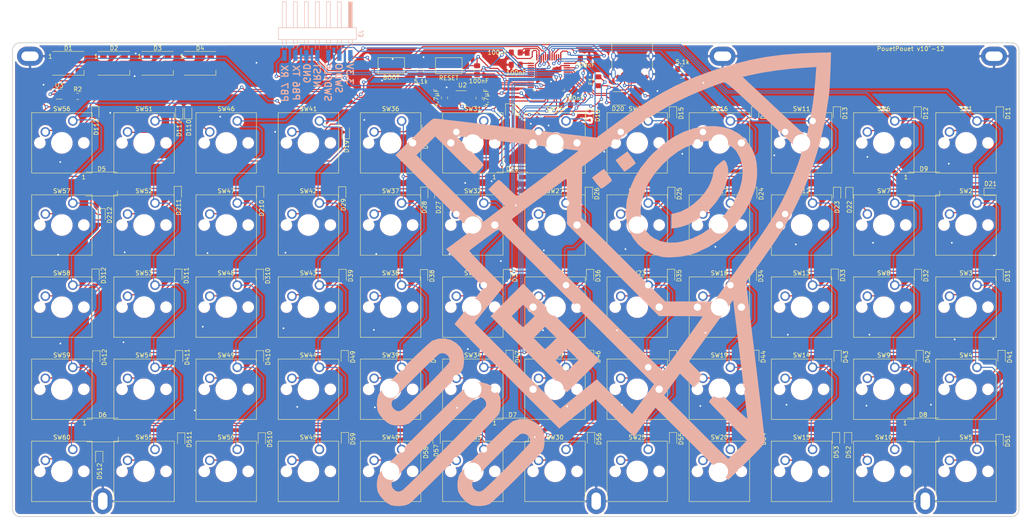
<source format=kicad_pcb>
(kicad_pcb (version 20211014) (generator pcbnew)
  (layers (0 "F.Cu" signal) (31 "B.Cu" signal) (34 "B.Paste" user) (35 "F.Paste" user) (36 "B.SilkS" user "B.Silkscreen") (37 "F.SilkS" user "F.Silkscreen") (38 "B.Mask" user) (39 "F.Mask" user) (44 "Edge.Cuts" user))
  (net 0 "")
  (net 1 "GND")
  (net 2 "D+")
  (net 3 "Net-(J1-PadB5)")
  (net 4 "D-")
  (net 5 "Net-(J1-PadA5)")
  (net 6 "SWDIO")
  (net 7 "SWDCLK")
  (net 8 "COL4")
  (net 9 "COL5")
  (net 10 "COL2")
  (net 11 "COL6")
  (net 12 "COL3")
  (net 13 "COL1")
  (net 14 "Net-(R1-Pad1)")
  (net 15 "ROW1")
  (net 16 "ROW2")
  (net 17 "ROW3")
  (net 18 "ROW4")
  (net 19 "Net-(D26-Pad2)")
  (net 20 "Net-(D36-Pad2)")
  (net 21 "Net-(D35-Pad2)")
  (net 22 "Net-(D34-Pad2)")
  (net 23 "Net-(D33-Pad2)")
  (net 24 "Net-(D25-Pad2)")
  (net 25 "Net-(D24-Pad2)")
  (net 26 "Net-(D23-Pad2)")
  (net 27 "Net-(D21-Pad2)")
  (net 28 "Net-(D19-Pad2)")
  (net 29 "Net-(D16-Pad2)")
  (net 30 "Net-(D14-Pad2)")
  (net 31 "Net-(D12-Pad2)")
  (net 32 "Net-(D11-Pad2)")
  (net 33 "Net-(D15-Pad2)")
  (net 34 "Net-(D17-Pad2)")
  (net 35 "Net-(D13-Pad2)")
  (net 36 "Net-(D18-Pad2)")
  (net 37 "Net-(D22-Pad2)")
  (net 38 "Net-(D27-Pad2)")
  (net 39 "Net-(D28-Pad2)")
  (net 40 "Net-(D29-Pad2)")
  (net 41 "Net-(D31-Pad2)")
  (net 42 "Net-(D32-Pad2)")
  (net 43 "Net-(D37-Pad2)")
  (net 44 "Net-(D38-Pad2)")
  (net 45 "Net-(D39-Pad2)")
  (net 46 "Net-(D41-Pad2)")
  (net 47 "Net-(D42-Pad2)")
  (net 48 "Net-(D43-Pad2)")
  (net 49 "Net-(D44-Pad2)")
  (net 50 "Net-(D45-Pad2)")
  (net 51 "Net-(D46-Pad2)")
  (net 52 "Net-(D47-Pad2)")
  (net 53 "Net-(D48-Pad2)")
  (net 54 "Net-(D49-Pad2)")
  (net 55 "Net-(D51-Pad2)")
  (net 56 "ROW5")
  (net 57 "Net-(D52-Pad2)")
  (net 58 "Net-(D53-Pad2)")
  (net 59 "Net-(D54-Pad2)")
  (net 60 "Net-(D55-Pad2)")
  (net 61 "Net-(D56-Pad2)")
  (net 62 "Net-(D57-Pad2)")
  (net 63 "Net-(D58-Pad2)")
  (net 64 "Net-(D59-Pad2)")
  (net 65 "Net-(D110-Pad2)")
  (net 66 "Net-(D111-Pad2)")
  (net 67 "Net-(D112-Pad2)")
  (net 68 "Net-(D210-Pad2)")
  (net 69 "Net-(D211-Pad2)")
  (net 70 "Net-(D212-Pad2)")
  (net 71 "Net-(D310-Pad2)")
  (net 72 "Net-(D311-Pad2)")
  (net 73 "Net-(D312-Pad2)")
  (net 74 "Net-(D410-Pad2)")
  (net 75 "Net-(D411-Pad2)")
  (net 76 "Net-(D412-Pad2)")
  (net 77 "Net-(D510-Pad2)")
  (net 78 "Net-(D511-Pad2)")
  (net 79 "Net-(D512-Pad2)")
  (net 80 "COL7")
  (net 81 "COL8")
  (net 82 "COL9")
  (net 83 "COL10")
  (net 84 "COL11")
  (net 85 "COL12")
  (net 86 "Net-(D1-Pad2)")
  (net 87 "Net-(D2-Pad2)")
  (net 88 "Net-(D3-Pad2)")
  (net 89 "Net-(D4-Pad2)")
  (net 90 "Net-(D5-Pad2)")
  (net 91 "Net-(D6-Pad2)")
  (net 92 "Net-(D7-Pad2)")
  (net 93 "Net-(D8-Pad2)")
  (net 94 "Net-(D10-Pad4)")
  (net 95 "SPI1_MOSI_PA7")
  (net 96 "U1_TX_PB6")
  (net 97 "U1_RX_PB7")
  (net 98 "NRST")
  (net 99 "+3V3")
  (net 100 "+5V")
  (net 101 "Net-(D1-Pad4)")
  (net 102 "Net-(R2-Pad1)")
  (net 103 "VCC")
  (footprint "kicad-usb:USB_C_Receptacle_HRO_TYPE-C-31-M-12" (layer "F.Cu") (at 254.5621 80.611 180)
    (fp_text reference "J1" hide)
    (fp_text value "USB_C_Receptacle_USB2.0")
  )
  (footprint "Resistor_SMD:R_0805_2012Metric_Pad1.15x1.40mm_HandSolder" (layer "F.Cu") (at 205.6121 82.841 -90)
    (fp_text reference "R1" hide)
    (fp_text value "5.1k")
  )
  (footprint "Resistor_SMD:R_0805_2012Metric_Pad1.15x1.40mm_HandSolder" (layer "F.Cu") (at 265.9321 85.411)
    (fp_text reference "R6" hide)
    (fp_text value "5.1k")
  )
  (footprint "Resistor_SMD:R_0805_2012Metric_Pad1.15x1.40mm_HandSolder" (layer "F.Cu") (at 266.1171 82.591)
    (fp_text reference "R7" hide)
    (fp_text value "5.1k")
  )
  (footprint "Package_QFP:LQFP-48_7x7mm_P0.5mm" (layer "F.Cu") (at 235.2986 84.024)
    (fp_text reference "U1" hide)
    (fp_text value "STM32")
  )
  (footprint "Capacitor_SMD:C_0805_2012Metric_Pad1.15x1.40mm_HandSolder" (layer "F.Cu") (at 211.1921 89.251 90)
    (fp_text reference "C7" hide)
    (fp_text value "4.7µF")
  )
  (footprint "Capacitor_SMD:C_0805_2012Metric_Pad1.15x1.40mm_HandSolder" (layer "F.Cu") (at 219.1921 89.311 90)
    (fp_text reference "C6" hide)
    (fp_text value "4.7µF")
  )
  (footprint "Capacitor_SMD:C_0805_2012Metric_Pad1.15x1.40mm_HandSolder" (layer "F.Cu") (at 227.6521 78.761 180)
    (fp_text reference "C5" hide)
    (fp_text value "100nF")
  )
  (footprint "Capacitor_SMD:C_0805_2012Metric_Pad1.15x1.40mm_HandSolder" (layer "F.Cu") (at 243.6221 80.011 180)
    (fp_text reference "C2" hide)
    (fp_text value "100nF")
  )
  (footprint "Button_Switch_SMD:SW_SPST_CK_RS282G05A3" (layer "F.Cu") (at 198.8821 81.801 180)
    (fp_text reference "SWBOOT1" hide)
    (fp_text value "BOOT")
  )
  (footprint "Capacitor_SMD:C_0805_2012Metric_Pad1.15x1.40mm_HandSolder" (layer "F.Cu") (at 218.7221 82.841 90)
    (fp_text reference "C1" hide)
    (fp_text value "100nF")
  )
  (footprint "Button_Switch_SMD:SW_SPST_CK_RS282G05A3" (layer "F.Cu") (at 212.1821 81.801)
    (fp_text reference "SWRST1" hide)
    (fp_text value "RESET")
  )
  (footprint "Capacitor_SMD:C_0805_2012Metric_Pad1.15x1.40mm_HandSolder" (layer "F.Cu") (at 239.2821 90.921 180)
    (fp_text reference "C3" hide)
    (fp_text value "100nF")
  )
  (footprint "Diode_SMD:D_SOD-323" (layer "F.Cu") (at 301.9016 92.8105 -90)
    (fp_text reference "D13")
    (fp_text value "D1.3")
  )
  (footprint "Diode_SMD:D_SOD-323" (layer "F.Cu") (at 206.8421 96.557 90)
    (fp_text reference "D18")
    (fp_text value "D1.8")
  )
  (footprint "Button_Switch_Keyboard:SW_Cherry_MX_1.00u_PCB" (layer "F.Cu") (at 125.2716 170.5885)
    (fp_text reference "SW60")
    (fp_text value "SW_Push")
  )
  (footprint "Button_Switch_Keyboard:SW_Cherry_MX_1.00u_PCB" (layer "F.Cu") (at 125.2716 151.5885)
    (fp_text reference "SW59")
    (fp_text value "SW_Push")
  )
  (footprint "Button_Switch_Keyboard:SW_Cherry_MX_1.00u_PCB" (layer "F.Cu") (at 125.2716 132.5885)
    (fp_text reference "SW58")
    (fp_text value "SW_Push")
  )
  (footprint "Button_Switch_Keyboard:SW_Cherry_MX_1.00u_PCB" (layer "F.Cu") (at 125.2716 113.5885)
    (fp_text reference "SW57")
    (fp_text value "SW_Push")
  )
  (footprint "Button_Switch_Keyboard:SW_Cherry_MX_1.00u_PCB" (layer "F.Cu") (at 125.2716 94.5885)
    (fp_text reference "SW56")
    (fp_text value "SW_Push")
  )
  (footprint "Button_Switch_Keyboard:SW_Cherry_MX_1.00u_PCB" (layer "F.Cu") (at 144.2716 151.5885)
    (fp_text reference "SW54")
    (fp_text value "SW_Push")
  )
  (footprint "Button_Switch_Keyboard:SW_Cherry_MX_1.00u_PCB" (layer "F.Cu") (at 144.2716 132.5885)
    (fp_text reference "SW53")
    (fp_text value "SW_Push")
  )
  (footprint "Button_Switch_Keyboard:SW_Cherry_MX_1.00u_PCB" (layer "F.Cu") (at 144.2716 113.5885)
    (fp_text reference "SW52")
    (fp_text value "SW_Push")
  )
  (footprint "Button_Switch_Keyboard:SW_Cherry_MX_1.00u_PCB" (layer "F.Cu") (at 144.2716 94.5885)
    (fp_text reference "SW51")
    (fp_text value "SW_Push")
  )
  (footprint "Button_Switch_Keyboard:SW_Cherry_MX_1.00u_PCB" (layer "F.Cu") (at 163.2716 170.5885)
    (fp_text reference "SW50")
    (fp_text value "SW_Push")
  )
  (footprint "Button_Switch_Keyboard:SW_Cherry_MX_1.00u_PCB" (layer "F.Cu") (at 163.2716 151.5885)
    (fp_text reference "SW49")
    (fp_text value "SW_Push")
  )
  (footprint "Button_Switch_Keyboard:SW_Cherry_MX_1.00u_PCB" (layer "F.Cu") (at 163.2716 132.5885)
    (fp_text reference "SW48")
    (fp_text value "SW_Push")
  )
  (footprint "Button_Switch_Keyboard:SW_Cherry_MX_1.00u_PCB" (layer "F.Cu") (at 163.2716 113.5885)
    (fp_text reference "SW47")
    (fp_text value "SW_Push")
  )
  (footprint "Button_Switch_Keyboard:SW_Cherry_MX_1.00u_PCB" (layer "F.Cu") (at 163.2716 94.5885)
    (fp_text reference "SW46")
    (fp_text value "SW_Push")
  )
  (footprint "Button_Switch_Keyboard:SW_Cherry_MX_1.00u_PCB" (layer "F.Cu") (at 182.2716 170.5885)
    (fp_text reference "SW45")
    (fp_text value "SW_Push")
  )
  (footprint "Button_Switch_Keyboard:SW_Cherry_MX_1.00u_PCB" (layer "F.Cu") (at 182.2716 151.5885)
    (fp_text reference "SW44")
    (fp_text value "SW_Push")
  )
  (footprint "Button_Switch_Keyboard:SW_Cherry_MX_1.00u_PCB" (layer "F.Cu") (at 182.2716 132.5885)
    (fp_text reference "SW43")
    (fp_text value "SW_Push")
  )
  (footprint "Button_Switch_Keyboard:SW_Cherry_MX_1.00u_PCB" (layer "F.Cu") (at 182.2716 113.5885)
    (fp_text reference "SW42")
    (fp_text value "SW_Push")
  )
  (footprint "Button_Switch_Keyboard:SW_Cherry_MX_1.00u_PCB" (layer "F.Cu") (at 182.2716 94.5885)
    (fp_text reference "SW41")
    (fp_text value "SW_Push")
  )
  (footprint "Button_Switch_Keyboard:SW_Cherry_MX_1.00u_PCB" (layer "F.Cu") (at 201.2716 170.5885)
    (fp_text reference "SW40")
    (fp_text value "SW_Push")
  )
  (footprint "Button_Switch_Keyboard:SW_Cherry_MX_1.00u_PCB" (layer "F.Cu") (at 201.2716 151.5885)
    (fp_text reference "SW39")
    (fp_text value "SW_Push")
  )
  (footprint "Button_Switch_Keyboard:SW_Cherry_MX_1.00u_PCB" (layer "F.Cu") (at 201.2716 132.5885)
    (fp_text reference "SW38")
    (fp_text value "SW_Push")
  )
  (footprint "Button_Switch_Keyboard:SW_Cherry_MX_1.00u_PCB" (layer "F.Cu") (at 201.2716 113.5885)
    (fp_text reference "SW37")
    (fp_text value "SW_Push")
  )
  (footprint "Diode_SMD:D_SOD-323" (layer "F.Cu") (at 320.5706 92.8105 -90)
    (fp_text reference "D12")
    (fp_text value "D1.2")
  )
  (footprint "Diode_SMD:D_SOD-323" (layer "F.Cu") (at 282.9921 92.8105 -90)
    (fp_text reference "D14")
    (fp_text value "D1.4")
  )
  (footprint "Diode_SMD:D_SOD-323" (layer "F.Cu") (at 187.5321 111.301 -90)
    (fp_text reference "D29")
    (fp_text value "D2.9")
  )
  (footprint "Diode_SMD:D_SOD-323" (layer "F.Cu") (at 206.5021 111.381 -90)
    (fp_text reference "D28")
    (fp_text value "D2.8")
  )
  (footprint "Diode_SMD:D_SOD-323" (layer "F.Cu") (at 209.7521 111.371 -90)
    (fp_text reference "D27")
    (fp_text value "D2.7")
  )
  (footprint "Button_Switch_Keyboard:SW_Cherry_MX_1.00u_PCB" (layer "F.Cu") (at 315.2716 132.5885)
    (fp_text reference "SW8")
    (fp_text value "SW_Push")
  )
  (footprint "Button_Switch_Keyboard:SW_Cherry_MX_1.00u_PCB" (layer "F.Cu") (at 315.2716 94.5885)
    (fp_text reference "SW6")
    (fp_text value "SW_Push")
  )
  (footprint "Button_Switch_Keyboard:SW_Cherry_MX_1.00u_PCB" (layer "F.Cu") (at 334.2716 170.5885)
    (fp_text reference "SW5")
    (fp_text value "SW_Push")
  )
  (footprint "Diode_SMD:D_SOD-323" (layer "F.Cu") (at 188.3636 97.192 90)
    (fp_text reference "D19")
    (fp_text value "D1.9")
  )
  (footprint "Diode_SMD:D_SOD-323" (layer "F.Cu") (at 304.7821 111.451 -90)
    (fp_text reference "D22")
    (fp_text value "D2.2")
  )
  (footprint "Diode_SMD:D_SOD-323" (layer "F.Cu") (at 301.9321 111.431 -90)
    (fp_text reference "D23")
    (fp_text value "D2.3")
  )
  (footprint "Diode_SMD:D_SOD-323" (layer "F.Cu") (at 337.3981 110.9715)
    (fp_text reference "D21")
    (fp_text value "D2.1")
  )
  (footprint "Diode_SMD:D_SOD-323" (layer "F.Cu") (at 131.3721 172.531 -90)
    (fp_text reference "D512")
    (fp_text value "D5.12")
  )
  (footprint "Diode_SMD:D_SOD-323" (layer "F.Cu") (at 150.3221 168.251 -90)
    (fp_text reference "D511")
    (fp_text value "D5.11")
  )
  (footprint "Diode_SMD:D_SOD-323" (layer "F.Cu") (at 168.9621 168.231 -90)
    (fp_text reference "D510")
    (fp_text value "D5.10")
  )
  (footprint "Diode_SMD:D_SOD-323" (layer "F.Cu") (at 130.7056 149.262 -90)
    (fp_text reference "D412")
    (fp_text value "D4.12")
  )
  (footprint "Diode_SMD:D_SOD-323" (layer "F.Cu") (at 149.8421 149.201 -90)
    (fp_text reference "D411")
    (fp_text value "D4.11")
  )
  (footprint "Diode_SMD:D_SOD-323" (layer "F.Cu") (at 168.5221 149.231 -90)
    (fp_text reference "D410")
    (fp_text value "D4.10")
  )
  (footprint "Diode_SMD:D_SOD-323" (layer "F.Cu") (at 130.5221 130.341 -90)
    (fp_text reference "D312")
    (fp_text value "D3.12")
  )
  (footprint "Diode_SMD:D_SOD-323" (layer "F.Cu") (at 149.6621 130.351 -90)
    (fp_text reference "D311")
    (fp_text value "D3.11")
  )
  (footprint "Diode_SMD:D_SOD-323" (layer "F.Cu") (at 168.4881 130.4025 -90)
    (fp_text reference "D310")
    (fp_text value "D3.10")
  )
  (footprint "Diode_SMD:D_SOD-323" (layer "F.Cu") (at 131.9121 116.369 -90)
    (fp_text reference "D212")
    (fp_text value "D2.12")
  )
  (footprint "Diode_SMD:D_SOD-323" (layer "F.Cu") (at 149.5421 111.231 -90)
    (fp_text reference "D211")
    (fp_text value "D2.11")
  )
  (footprint "Diode_SMD:D_SOD-323" (layer "F.Cu") (at 168.5721 111.241 -90)
    (fp_text reference "D210")
    (fp_text value "D2.10")
  )
  (footprint "Diode_SMD:D_SOD-323" (layer "F.Cu") (at 130.4516 92.747 -90)
    (fp_text reference "D112")
    (fp_text value "D1.12")
  )
  (footprint "Diode_SMD:D_SOD-323" (layer "F.Cu") (at 149.865281 92.62 90)
    (fp_text reference "D111")
    (fp_text value "D1.11")
  )
  (footprint "Diode_SMD:D_SOD-323" (layer "F.Cu") (at 151.943462 92.62 90)
    (fp_text reference "D110")
    (fp_text value "D1.10")
  )
  (footprint "Diode_SMD:D_SOD-323" (layer "F.Cu") (at 188.1721 168.161 -90)
    (fp_text reference "D59")
    (fp_text value "D5.9")
  )
  (footprint "Diode_SMD:D_SOD-323" (layer "F.Cu") (at 206.8721 168.161 -90)
    (fp_text reference "D58")
    (fp_text value "D5.8")
  )
  (footprint "Diode_SMD:D_SOD-323" (layer "F.Cu") (at 209.3621 168.171 -90)
    (fp_text reference "D57")
    (fp_text value "D5.7")
  )
  (footprint "Diode_SMD:D_SOD-323" (layer "F.Cu") (at 245.0521 168.151 -90)
    (fp_text reference "D56")
    (fp_text value "D5.6")
  )
  (footprint "Diode_SMD:D_SOD-323" (layer "F.Cu") (at 264.0221 168.161 -90)
    (fp_text reference "D55")
    (fp_text value "D5.5")
  )
  (footprint "Button_Switch_Keyboard:SW_Cherry_MX_1.00u_PCB" (layer "F.Cu") (at 258.2716 132.5885)
    (fp_text reference "SW23")
    (fp_text value "SW_Push")
  )
  (footprint "Diode_SMD:D_SOD-323" (layer "F.Cu") (at 283.1121 168.191 -90)
    (fp_text reference "D54")
    (fp_text value "D5.4")
  )
  (footprint "Diode_SMD:D_SOD-323" (layer "F.Cu") (at 301.6941 168.1555 -90)
    (fp_text reference "D53")
    (fp_text value "D5.3")
  )
  (footprint "Diode_SMD:D_SOD-323" (layer "F.Cu") (at 304.4881 168.1555 -90)
    (fp_text reference "D52")
    (fp_text value "D5.2")
  )
  (footprint "Diode_SMD:D_SOD-323" (layer "F.Cu") (at 339.4936 168.6295 -90)
    (fp_text reference "D51")
    (fp_text value "D5.1")
  )
  (footprint "Diode_SMD:D_SOD-323" (layer "F.Cu") (at 188.1421 149.201 -90)
    (fp_text reference "D49")
    (fp_text value "D4.9")
  )
  (footprint "Diode_SMD:D_SOD-323" (layer "F.Cu") (at 206.8421 149.201 -90)
    (fp_text reference "D48")
    (fp_text value "D4.8")
  )
  (footprint "Diode_SMD:D_SOD-323" (layer "F.Cu") (at 226.2421 149.151 -90)
    (fp_text reference "D47")
    (fp_text value "D4.7")
  )
  (footprint "Diode_SMD:D_SOD-323" (layer "F.Cu") (at 244.8521 149.161 -90)
    (fp_text reference "D46")
    (fp_text value "D4.6")
  )
  (footprint "Diode_SMD:D_SOD-323" (layer "F.Cu") (at 339.5571 92.8105 -90)
    (fp_text reference "D11")
    (fp_text value "D1.1")
  )
  (footprint "Diode_SMD:D_SOD-323" (layer "F.Cu") (at 264.0221 149.201 -90)
    (fp_text reference "D45")
    (fp_text value "D4.5")
  )
  (footprint "Diode_SMD:D_SOD-323" (layer "F.Cu") (at 283.0321 149.151 -90)
    (fp_text reference "D44")
    (fp_text value "D4.4")
  )
  (footprint "Diode_SMD:D_SOD-323" (layer "F.Cu") (at 302.0621 149.191 -90)
    (fp_text reference "D43")
    (fp_text value "D4.3")
  )
  (footprint "Diode_SMD:D_SOD-323" (layer "F.Cu") (at 321.0421 149.181 -90)
    (fp_text reference "D42")
    (fp_text value "D4.2")
  )
  (footprint "Diode_SMD:D_SOD-323" (layer "F.Cu") (at 339.9621 149.181 -90)
    (fp_text reference "D41")
    (fp_text value "D4.1")
  )
  (footprint "Diode_SMD:D_SOD-323" (layer "F.Cu") (at 187.6321 130.421 -90)
    (fp_text reference "D39")
    (fp_text value "D3.9")
  )
  (footprint "Diode_SMD:D_SOD-323" (layer "F.Cu") (at 206.4611 130.466 -90)
    (fp_text reference "D38")
    (fp_text value "D3.8")
  )
  (footprint "Diode_SMD:D_SOD-323" (layer "F.Cu") (at 225.6221 130.441 -90)
    (fp_text reference "D37")
    (fp_text value "D3.7")
  )
  (footprint "Diode_SMD:D_SOD-323" (layer "F.Cu") (at 244.8321 130.431 -90)
    (fp_text reference "D36")
    (fp_text value "D3.6")
  )
  (footprint "Diode_SMD:D_SOD-323" (layer "F.Cu") (at 263.5476 130.4025 -90)
    (fp_text reference "D35")
    (fp_text value "D3.5")
  )
  (footprint "Diode_SMD:D_SOD-323" (layer "F.Cu") (at 282.4706 130.466 -90)
    (fp_text reference "D34")
    (fp_text value "D3.4")
  )
  (footprint "Diode_SMD:D_SOD-323" (layer "F.Cu") (at 301.4021 130.351 -90)
    (fp_text reference "D33")
    (fp_text value "D3.3")
  )
  (footprint "Diode_SMD:D_SOD-323" (layer "F.Cu") (at 320.6341 130.4025 -90)
    (fp_text reference "D32")
    (fp_text value "D3.2")
  )
  (footprint "Diode_SMD:D_SOD-323" (layer "F.Cu") (at 339.4936 130.466 -90)
    (fp_text reference "D31")
    (fp_text value "D3.1")
  )
  (footprint "Diode_SMD:D_SOD-323" (layer "F.Cu") (at 282.5521 111.461 -90)
    (fp_text reference "D24")
    (fp_text value "D2.4")
  )
  (footprint "Diode_SMD:D_SOD-323" (layer "F.Cu") (at 244.5611 111.416 -90)
    (fp_text reference "D26")
    (fp_text value "D2.6")
  )
  (footprint "Diode_SMD:D_SOD-323" (layer "F.Cu") (at 263.6221 111.431 -90)
    (fp_text reference "D25")
    (fp_text value "D2.5")
  )
  (footprint "Button_Switch_Keyboard:SW_Cherry_MX_1.00u_PCB" (layer "F.Cu") (at 201.2716 94.5885)
    (fp_text reference "SW36")
    (fp_text value "SW_Push")
  )
  (footprint "Button_Switch_Keyboard:SW_Cherry_MX_1.00u_PCB" (layer "F.Cu") (at 220.2716 170.5885)
    (fp_text reference "SW35")
    (fp_text value "SW_Push")
  )
  (footprint "Button_Switch_Keyboard:SW_Cherry_MX_1.00u_PCB" (layer "F.Cu") (at 220.2716 151.5885)
    (fp_text reference "SW34")
    (fp_text value "SW_Push")
  )
  (footprint "Button_Switch_Keyboard:SW_Cherry_MX_1.00u_PCB" (layer "F.Cu") (at 220.2716 132.5885)
    (fp_text reference "SW33")
    (fp_text value "SW_Push")
  )
  (footprint "Button_Switch_Keyboard:SW_Cherry_MX_1.00u_PCB" (layer "F.Cu") (at 220.2716 113.5885)
    (fp_text reference "SW32")
    (fp_text value "SW_Push")
  )
  (footprint "Button_Switch_Keyboard:SW_Cherry_MX_1.00u_PCB" (layer "F.Cu") (at 220.2716 94.5885)
    (fp_text reference "SW31")
    (fp_text value "SW_Push")
  )
  (footprint "Button_Switch_Keyboard:SW_Cherry_MX_1.00u_PCB" (layer "F.Cu") (at 239.2716 170.5885)
    (fp_text reference "SW30")
    (fp_text value "SW_Push")
  )
  (footprint "Button_Switch_Keyboard:SW_Cherry_MX_1.00u_PCB" (layer "F.Cu") (at 239.2716 151.5885)
    (fp_text reference "SW29")
    (fp_text value "SW_Push")
  )
  (footprint "Button_Switch_Keyboard:SW_Cherry_MX_1.00u_PCB" (layer "F.Cu") (at 239.2716 132.5885)
    (fp_text reference "SW28")
    (fp_text value "SW_Push")
  )
  (footprint "Button_Switch_Keyboard:SW_Cherry_MX_1.00u_PCB" (layer "F.Cu") (at 239.2716 113.5885)
    (fp_text reference "SW27")
    (fp_text value "SW_Push")
  )
  (footprint "Button_Switch_Keyboard:SW_Cherry_MX_1.00u_PCB" (layer "F.Cu") (at 239.2716 94.5885)
    (fp_text reference "SW26")
    (fp_text value "SW_Push")
  )
  (footprint "Button_Switch_Keyboard:SW_Cherry_MX_1.00u_PCB" (layer "F.Cu") (at 258.2716 170.5885)
    (fp_text reference "SW25")
    (fp_text value "SW_Push")
  )
  (footprint "Button_Switch_Keyboard:SW_Cherry_MX_1.00u_PCB" (layer "F.Cu") (at 258.2716 151.5885)
    (fp_text reference "SW24")
    (fp_text value "SW_Push")
  )
  (footprint "Button_Switch_Keyboard:SW_Cherry_MX_1.00u_PCB" (layer "F.Cu") (at 258.2716 113.5885)
    (fp_text reference "SW22")
    (fp_text value "SW_Push")
  )
  (footprint "Button_Switch_Keyboard:SW_Cherry_MX_1.00u_PCB" (layer "F.Cu") (at 258.2716 94.5885)
    (fp_text reference "SW21")
    (fp_text value "SW_Push")
  )
  (footprint "Button_Switch_Keyboard:SW_Cherry_MX_1.00u_PCB" (layer "F.Cu") (at 277.2716 170.5885)
    (fp_text reference "SW20")
    (fp_text value "SW_Push")
  )
  (footprint "Button_Switch_Keyboard:SW_Cherry_MX_1.00u_PCB" (layer "F.Cu") (at 277.2716 151.5885)
    (fp_text reference "SW19")
    (fp_text value "SW_Push")
  )
  (footprint "Button_Switch_Keyboard:SW_Cherry_MX_1.00u_PCB" (layer "F.Cu") (at 277.2716 132.5885)
    (fp_text reference "SW18")
    (fp_text value "SW_Push")
  )
  (footprint "Button_Switch_Keyboard:SW_Cherry_MX_1.00u_PCB" (layer "F.Cu") (at 277.2716 113.5885)
    (fp_text reference "SW17")
    (fp_text value "SW_Push")
  )
  (footprint "Button_Switch_Keyboard:SW_Cherry_MX_1.00u_PCB" (layer "F.Cu") (at 277.2716 94.5885)
    (fp_text reference "SW16")
    (fp_text value "SW_Push")
  )
  (footprint "Button_Switch_Keyboard:SW_Cherry_MX_1.00u_PCB" (layer "F.Cu") (at 296.2716 170.5885)
    (fp_text reference "SW15")
    (fp_text value "SW_Push")
  )
  (footprint "Button_Switch_Keyboard:SW_Cherry_MX_1.00u_PCB" (layer "F.Cu") (at 296.2716 151.5885)
    (fp_text reference "SW14")
    (fp_text value "SW_Push")
  )
  (footprint "Button_Switch_Keyboard:SW_Cherry_MX_1.00u_PCB" (layer "F.Cu") (at 296.2716 132.5885)
    (fp_text reference "SW13")
    (fp_text value "SW_Push")
  )
  (footprint "Button_Switch_Keyboard:SW_Cherry_MX_1.00u_PCB" (layer "F.Cu") (at 296.2716 113.5885)
    (fp_text reference "SW12")
    (fp_text value "SW_Push")
  )
  (footprint "Button_Switch_Keyboard:SW_Cherry_MX_1.00u_PCB" (layer "F.Cu") (at 296.2716 94.5885)
    (fp_text reference "SW11")
    (fp_text value "SW_Push")
  )
  (footprint "Button_Switch_Keyboard:SW_Cherry_MX_1.00u_PCB" (layer "F.Cu") (at 315.2716 170.5885)
    (fp_text reference "SW10")
    (fp_text value "SW_Push")
  )
  (footprint "Button_Switch_Keyboard:SW_Cherry_MX_1.00u_PCB" (layer "F.Cu") (at 315.2716 151.5885)
    (fp_text reference "SW9")
    (fp_text value "SW_Push")
  )
  (footprint "Button_Switch_Keyboard:SW_Cherry_MX_1.00u_PCB" (layer "F.Cu") (at 334.2716 151.5885)
    (fp_text reference "SW4")
    (fp_text value "SW_Push")
  )
  (footprint "Button_Switch_Keyboard:SW_Cherry_MX_1.00u_PCB" (layer "F.Cu") (at 334.2716 113.5885)
    (fp_text reference "SW2")
    (fp_text value "SW_Push")
  )
  (footprint "Button_Switch_Keyboard:SW_Cherry_MX_1.00u_PCB" (layer "F.Cu") (at 334.2716 132.5885)
    (fp_text reference "SW3")
    (fp_text value "SW_Push")
  )
  (footprint "Button_Switch_Keyboard:SW_Cherry_MX_1.00u_PCB" (layer "F.Cu") (at 334.2716 94.5885)
    (fp_text reference "SW1")
    (fp_text value "SW_Push")
  )
  (footprint "Diode_SMD:D_SOD-323" (layer "F.Cu") (at 226.1461 92.112 -90)
    (fp_text reference "D17")
    (fp_text value "D1.7")
  )
  (footprint "Diode_SMD:D_SOD-323" (layer "F.Cu") (at 264.0121 92.8105 -90)
    (fp_text reference "D15")
    (fp_text value "D1.5")
  )
  (footprint "Diode_SMD:D_SOD-323" (layer "F.Cu") (at 244.7421 93.381 -90)
    (fp_text reference "D16")
    (fp_text value "D1.6")
  )
  (footprint "Button_Switch_Keyboard:SW_Cherry_MX_1.00u_PCB" (layer "F.Cu") (at 315.2716 113.5885)
    (fp_text reference "SW7")
    (fp_text value "SW_Push")
  )
  (footprint "Button_Switch_Keyboard:SW_Cherry_MX_1.00u_PCB" (layer "F.Cu") (at 144.2716 170.5885)
    (fp_text reference "SW55")
    (fp_text value "SW_Push")
  )
  (footprint "LED_SMD:LED_WS2812B_PLCC4_5.0x5.0mm_P3.2mm" (layer "F.Cu") (at 124.2121 81.251)
    (fp_text reference "D1")
    (fp_text value "WS2812B")
  )
  (footprint "LED_SMD:LED_WS2812B_PLCC4_5.0x5.0mm_P3.2mm" (layer "F.Cu") (at 134.7821 81.251)
    (fp_text reference "D2")
    (fp_text value "WS2812B")
  )
  (footprint "LED_SMD:LED_WS2812B_PLCC4_5.0x5.0mm_P3.2mm" (layer "F.Cu") (at 144.8521 81.251)
    (fp_text reference "D3")
    (fp_text value "WS2812B")
  )
  (footprint "LED_SMD:LED_WS2812B_PLCC4_5.0x5.0mm_P3.2mm" (layer "F.Cu") (at 154.6921 81.251)
    (fp_text reference "D4")
    (fp_text value "WS2812B")
  )
  (footprint "LED_SMD:LED_WS2812B_PLCC4_5.0x5.0mm_P3.2mm" (layer "F.Cu") (at 131.9321 109.181)
    (fp_text reference "D5")
    (fp_text value "WS2812B")
  )
  (footprint "LED_SMD:LED_WS2812B_PLCC4_5.0x5.0mm_P3.2mm" (layer "F.Cu") (at 132.1421 166.091)
    (fp_text reference "D6")
    (fp_text value "WS2812B")
  )
  (footprint "LED_SMD:LED_WS2812B_PLCC4_5.0x5.0mm_P3.2mm" (layer "F.Cu") (at 226.9321 166.091)
    (fp_text reference "D7")
    (fp_text value "WS2812B")
  )
  (footprint "LED_SMD:LED_WS2812B_PLCC4_5.0x5.0mm_P3.2mm" (layer "F.Cu") (at 321.8221 166.091)
    (fp_text reference "D8")
    (fp_text value "WS2812B")
  )
  (footprint "LED_SMD:LED_WS2812B_PLCC4_5.0x5.0mm_P3.2mm" (layer "F.Cu") (at 321.9921 109.181)
    (fp_text reference "D9")
    (fp_text value "WS2812B")
  )
  (footprint "LED_SMD:LED_WS2812B_PLCC4_5.0x5.0mm_P3.2mm" (layer "F.Cu") (at 226.8521 109.181)
    (fp_text reference "D10")
    (fp_text value "WS2812B")
  )
  (footprint "Resistor_SMD:R_0805_2012Metric_Pad1.15x1.40mm_HandSolder" (layer "F.Cu") (at 246.7321 85.411 90)
    (fp_text reference "F1")
    (fp_text value "500mA")
  )
  (footprint "Resistor_SMD:R_0805_2012Metric_Pad1.15x1.40mm_HandSolder" (layer "F.Cu") (at 126.4121 88.911)
    (fp_text reference "R2")
    (fp_text value "470")
  )
  (footprint "Package_TO_SOT_SMD:SOT-23-5" (layer "F.Cu") (at 215.3421 89.211)
    (fp_text reference "U2")
    (fp_text value "TLV70233_SOT23-5")
  )
  (footprint "Package_TO_SOT_SMD:SOT-353_SC-70-5" (layer "F.Cu") (at 122.1121 88.371)
    (fp_text reference "U3")
    (fp_text value "74LVC1G34")
  )
  (footprint "Capacitor_SMD:C_0805_2012Metric_Pad1.15x1.40mm_HandSolder" (layer "F.Cu") (at 227.6521 81.581)
    (fp_text reference "C4" hide)
    (fp_text value "100nF")
  )
  (footprint "Package_TO_SOT_SMD:SOT-143" (layer "F.Cu") (at 251.3021 89.371 180)
    (fp_text reference "D20")
    (fp_text value "PRTR5V0U2X")
  )
  (footprint "MountingHole:MountingHole_2.2mm_M2_Pad" (layer "F.Cu") (at 338.2121 79.611)
    (fp_text reference "H4" hide)
    (fp_text value "MountingHole_Pad")
  )
  (footprint "MountingHole:MountingHole_2.2mm_M2_Pad" (layer "F.Cu") (at 115.3721 79.611)
    (fp_text reference "H1" hide)
    (fp_text value "MountingHole_Pad")
  )
  (footprint "MountingHole:MountingHole_2.2mm_M2_Pad" (layer "F.Cu") (at 246.2521 182.551 90)
    (fp_text reference "H3" hide)
    (fp_text value "MountingHole_Pad")
  )
  (footprint "MountingHole:MountingHole_2.2mm_M2_Pad" (layer "F.Cu") (at 132.1921 182.551 90)
    (fp_text reference "H5" hide)
    (fp_text value "MountingHole_Pad")
  )
  (footprint "MountingHole:MountingHole_2.2mm_M2_Pad" (layer "F.Cu") (at 322.3221 182.551 90)
    (fp_text reference "H6" hide)
    (fp_text value "MountingHole_Pad")
  )
  (footprint "MountingHole:MountingHole_2.2mm_M2_Pad" (layer "F.Cu") (at 275.4621 79.611)
    (fp_text reference "H2" hide)
    (fp_text value "MountingHole_Pad")
  )
  (footprint "images:pouetpouet-images" (layer "F.Cu") (at 247.9821 131.281)
    (fp_text reference "G***" hide)
    (fp_text value "LOGO" hide)
  )
  (footprint "kicad-harwin:Harwin_M20-89007xx_1x07_P2.54mm_Horizontal" (layer "B.Cu") (at 181.8021 73.911 90)
    (fp_text reference "J3")
    (fp_text value "Conn_01x07_Male")
  )
  (gr_curve (pts (xy 111.843998 77.000647) (xy 112.166138 76.678506) (xy 112.603054 76.497529) (xy 113.05863 76.497529)) (layer "Edge.Cuts") (width 0.2))
  (gr_line (start 113.05863 76.497529) (end 113.05863 76.497529) (layer "Edge.Cuts") (width 0.2))
  (gr_line (start 113.05863 76.497529) (end 342.264351 76.497529) (layer "Edge.Cuts") (width 0.2))
  (gr_curve (pts (xy 343.478983 77.000647) (xy 343.801124 77.322787) (xy 343.9821 77.759703) (xy 343.9821 78.215279)) (layer "Edge.Cuts") (width 0.2))
  (gr_line (start 342.264351 186.138749) (end 113.05863 186.138749) (layer "Edge.Cuts") (width 0.2))
  (gr_curve (pts (xy 342.264351 76.497529) (xy 342.719926 76.497529) (xy 343.156843 76.678506) (xy 343.478983 77.000647)) (layer "Edge.Cuts") (width 0.2))
  (gr_curve (pts (xy 113.05863 186.138749) (xy 112.603054 186.138749) (xy 112.166138 185.957773) (xy 111.843998 185.635632)) (layer "Edge.Cuts") (width 0.2))
  (gr_line (start 111.34088 184.421) (end 111.34088 78.215279) (layer "Edge.Cuts") (width 0.2))
  (gr_curve (pts (xy 111.34088 78.215279) (xy 111.34088 77.759703) (xy 111.521857 77.322787) (xy 111.843998 77.000647)) (layer "Edge.Cuts") (width 0.2))
  (gr_curve (pts (xy 343.9821 184.421) (xy 343.9821 184.876575) (xy 343.801124 185.313492) (xy 343.478983 185.635632)) (layer "Edge.Cuts") (width 0.2))
  (gr_curve (pts (xy 111.843998 185.635632) (xy 111.521857 185.313492) (xy 111.34088 184.876575) (xy 111.34088 184.421)) (layer "Edge.Cuts") (width 0.2))
  (gr_curve (pts (xy 343.478983 185.635632) (xy 343.156843 185.957773) (xy 342.719926 186.138749) (xy 342.264351 186.138749)) (layer "Edge.Cuts") (width 0.2))
  (gr_line (start 343.9821 78.215279) (end 343.9821 184.421) (layer "Edge.Cuts") (width 0.2))
  (gr_text "PB7 RX" (at 174.1721 81.471 270) (layer "B.SilkS") (effects (font (size 1.5 1.5) (thickness 0.3)) (justify right mirror)))
  (gr_text "3.3V" (at 189.2836 81.1389 270) (layer "B.SilkS") (effects (font (size 1.5 1.5) (thickness 0.3)) (justify right mirror)))
  (gr_text "PB6 TX" (at 176.8621 81.501 270) (layer "B.SilkS") (effects (font (size 1.5 1.5) (thickness 0.3)) (justify right mirror)))
  (gr_text "SWDIO" (at 186.7436 81.0119 270) (layer "B.SilkS") (effects (font (size 1.5 1.5) (thickness 0.3)) (justify right mirror)))
  (gr_text "GND" (at 179.3321 81.101 270) (layer "B.SilkS") (effects (font (size 1.5 1.5) (thickness 0.3)) (justify right mirror)))
  (gr_text "NRST" (at 181.6636 81.0119 270) (layer "B.SilkS") (effects (font (size 1.5 1.5) (thickness 0.3)) (justify right mirror)))
  (gr_text "SWDCLK" (at 184.2036 81.0119 270) (layer "B.SilkS") (effects (font (size 1.5 1.5) (thickness 0.3)) (justify right mirror)))
  (gr_text "PouetPouet v10^-12" (at 318.9421 77.881) (layer "F.SilkS") (effects (font (size 1 1))))
  (segment (start 232.19861 84.514692) (end 231.939302 84.774) (width 0.25) (layer "F.Cu") (net 1))
  (segment (start 118.5021 88.561) (end 118.5021 86.211) (width 0.25) (layer "F.Cu") (net 1))
  (segment (start 231.16109 84.74901) (end 231.1361 84.774) (width 0.25) (layer "F.Cu") (net 1))
  (segment (start 212.2571 89.211) (end 214.2421 89.211) (width 0.4) (layer "F.Cu") (net 1))
  (segment (start 237.52361 87.18251) (end 236.4521 86.111) (width 0.25) (layer "F.Cu") (net 1))
  (segment (start 251.1646 84.7055) (end 250.2496 83.7905) (width 0.25) (layer "F.Cu") (net 1))
  (segment (start 119.8121 89.871) (end 118.5021 88.561) (width 0.25) (layer "F.Cu") (net 1))
  (segment (start 232.19861 81.514692) (end 232.19861 84.514692) (width 0.25) (layer "F.Cu") (net 1))
  (segment (start 229.615539 77.822561) (end 228.6771 78.761) (width 0.25) (layer "F.Cu") (net 1))
  (segment (start 231.939302 84.774) (end 231.1361 84.774) (width 0.25) (layer "F.Cu") (net 1))
  (segment (start 233.0486 78.324491) (end 232.54667 77.822561) (width 0.25) (layer "F.Cu") (net 1))
  (segment (start 251.3196 84.7055) (end 251.1646 84.7055) (width 0.25) (layer "F.Cu") (net 1))
  (segment (start 119.8121 89.871) (end 120.3121 89.871) (width 0.25) (layer "F.Cu") (net 1))
  (segment (start 235.172411 84.74901) (end 231.16109 84.74901) (width 0.25) (layer "F.Cu") (net 1))
  (segment (start 120.3121 89.871) (end 121.1621 89.021) (width 0.25) (layer "F.Cu") (net 1))
  (segment (start 134.6181 167.751) (end 134.6161 167.753) (width 0.25) (layer "F.Cu") (net 1))
  (segment (start 257.9746 84.7055) (end 258.8896 83.7905) (width 0.25) (layer "F.Cu") (net 1))
  (segment (start 237.52361 87.40251) (end 237.52361 87.18251) (width 0.25) (layer "F.Cu") (net 1))
  (segment (start 232.54667 77.822561) (end 229.615539 77.822561) (width 0.25) (layer "F.Cu") (net 1))
  (segment (start 237.5486 88.374) (end 237.5486 87.4275) (width 0.25) (layer "F.Cu") (net 1))
  (segment (start 238.147421 81.774) (end 235.172411 84.74901) (width 0.25) (layer "F.Cu") (net 1))
  (segment (start 236.4521 86.111) (end 235.8221 85.481) (width 0.25) (layer "F.Cu") (net 1))
  (segment (start 240.3071 90.921) (end 240.3071 89.916) (width 0.4) (layer "F.Cu") (net 1))
  (segment (start 237.5486 87.4275) (end 237.52361 87.40251) (width 0.25) (layer "F.Cu") (net 1))
  (segment (start 257.8196 84.7055) (end 257.9746 84.7055) (width 0.25) (layer "F.Cu") (net 1))
  (segment (start 239.4611 81.774) (end 238.147421 81.774) (width 0.25) (layer "F.Cu") (net 1))
  (segment (start 233.0486 79.8615) (end 233.0486 78.324491) (width 0.25) (layer "F.Cu") (net 1))
  (segment (start 240.3071 89.916) (end 242.0421 88.181) (width 0.4) (layer "F.Cu") (net 1))
  (segment (start 211.1921 90.276) (end 212.2571 89.211) (width 0.4) (layer "F.Cu") (net 1))
  (segment (start 233.0486 79.8615) (end 233.0486 80.664702) (width 0.25) (layer "F.Cu") (net 1))
  (segment (start 233.0486 80.664702) (end 232.19861 81.514692) (width 0.25) (layer "F.Cu") (net 1))
  (via (at 174.4321 125.081) (size 0.8) (drill 0.4) (layers "F.Cu" "B.Cu") (net 1))
  (via (at 156.4021 125.171) (size 0.8) (drill 0.4) (layers "F.Cu" "B.Cu") (net 1))
  (via (at 235.8221 85.481) (size 0.8) (drill 0.4) (layers "F.Cu" "B.Cu") (net 1))
  (via (at 244.7821 83.941) (size 0.8) (drill 0.4) (layers "F.Cu" "B.Cu") (net 1))
  (via (at 196.7421 85.221) (size 0.8) (drill 0.4) (layers "F.Cu" "B.Cu") (net 1))
  (via (at 214.1021 160.951) (size 0.8) (drill 0.4) (layers "F.Cu" "B.Cu") (net 1))
  (via (at 292.3921 123.151) (size 0.8) (drill 0.4) (layers "F.Cu" "B.Cu") (net 1))
  (via (at 251.0821 143.021) (size 0.8) (drill 0.4) (layers "F.Cu" "B.Cu") (net 1))
  (via (at 290.2421 160.261) (size 0.8) (drill 0.4) (layers "F.Cu" "B.Cu") (net 1))
  (via (at 252.2321 160.261) (size 0.8) (drill 0.4) (layers "F.Cu" "B.Cu") (net 1))
  (via (at 192.6521 94.351) (size 0.8) (drill 0.4) (layers "F.Cu" "B.Cu") (net 1))
  (via (at 136.9821 145.791) (size 0.8) (drill 0.4) (layers "F.Cu" "B.Cu") (net 1))
  (via (at 310.2421 122.781) (size 0.8) (drill 0.4) (layers "F.Cu" "B.Cu") (net 1))
  (via (at 172.0421 97.111) (size 0.8) (drill 0.4) (layers "F.Cu" "B.Cu") (net 1))
  (via (at 195.4121 125.361) (size 0.8) (drill 0.4) (layers "F.Cu" "B.Cu") (net 1))
  (via (at 271.0221 85.751) (size 0.8) (drill 0.4) (layers "F.Cu" "B.Cu") (net 1))
  (via (at 199.1921 80.261) (size 0.8) (drill 0.4) (layers "F.Cu" "B.Cu") (net 1))
  (via (at 327.7621 104.481) (size 0.8) (drill 0.4) (layers "F.Cu" "B.Cu") (net 1))
  (via (at 248.1321 101.711) (size 0.8) (drill 0.4) (layers "F.Cu" "B.Cu") (net 1))
  (via (at 308.7221 160.471) (size 0.8) (drill 0.4) (layers "F.Cu" "B.Cu") (net 1))
  (via (at 121.8821 125.561) (size 0.8) (drill 0.4) (layers "F.Cu" "B.Cu") (net 1))
  (via (at 122.3621 104.101) (size 0.8) (drill 0.4) (layers "F.Cu" "B.Cu") (net 1))
  (via (at 338.0421 145.021) (size 0.8) (drill 0.4) (layers "F.Cu" "B.Cu") (net 1))
  (via (at 287.4221 102.541) (size 0.8) (drill 0.4) (layers "F.Cu" "B.Cu") (net 1))
  (via (at 273.8021 123.701) (size 0.8) (drill 0.4) (layers "F.Cu" "B.Cu") (net 1))
  (via (at 232.0321 167.741) (size 0.8) (drill 0.4) (layers "F.Cu" "B.Cu") (net 1))
  (via (at 235.2421 95.641) (size 0.8) (drill 0.4) (layers "F.Cu" "B.Cu") (net 1))
  (via (at 194.8621 142.931) (size 0.8) (drill 0.4) (layers "F.Cu" "B.Cu") (net 1))
  (via (at 195.0921 160.851) (size 0.8) (drill 0.4) (layers "F.Cu" "B.Cu") (net 1))
  (via (at 206.3321 79.831) (size 0.8) (drill 0.4) (layers "F.Cu" "B.Cu") (net 1))
  (via (at 118.5021 86.211) (size 0.8) (drill 0.4) (layers "F.Cu" "B.Cu") (net 1))
  (via (at 133.9121 92.701) (size 0.8) (drill 0.4) (layers "F.Cu" "B.Cu") (net 1))
  (via (at 122.4021 146.091) (size 0.8) (drill 0.4) (layers "F.Cu" "B.Cu") (net 1))
  (via (at 159.3421 93.611) (size 0.8) (drill 0.4) (layers "F.Cu" "B.Cu") (net 1))
  (via (at 253.0121 124.251) (size 0.8) (drill 0.4) (layers "F.Cu" "B.Cu") (net 1))
  (via (at 212.3421 125.361) (size 0.8) (drill 0.4) (layers "F.Cu" "B.Cu") (net 1))
  (via (at 211.6721 86.811) (size 0.8) (drill 0.4) (layers "F.Cu" "B.Cu") (net 1))
  (via (at 309.4121 144.041) (size 0.8) (drill 0.4) (layers "F.Cu" "B.Cu") (net 1))
  (via (at 242.0421 88.181) (size 0.8) (drill 0.4) (layers "F.Cu" "B.Cu") (net 1))
  (via (at 177.1521 160.741) (size 0.8) (drill 0.4) (layers "F.Cu" "B.Cu") (net 1))
  (via (at 185.6621 79.051) (size 0.8) (drill 0.4) (layers "F.Cu" "B.Cu") (net 1))
  (via (at 215.9721 108.931) (size 0.8) (drill 0.4) (layers "F.Cu" "B.Cu") (net 1))
  (via (at 239.5521 160.631) (size 0.8) (drill 0.4) (layers "F.Cu" "B.Cu") (net 1))
  (via (at 222.0621 108.541) (size 0.8) (drill 0.4) (layers "F.Cu" "B.Cu") (net 1))
  (via (at 308.9521 102.911) (size 0.8) (drill 0.4) (layers "F.Cu" "B.Cu") (net 1))
  (via (at 270.3321 160.531) (size 0.8) (drill 0.4) (layers "F.Cu" "B.Cu") (net 1))
  (via (at 173.9721 142.561) (size 0.8) (drill 0.4) (layers "F.Cu" "B.Cu") (net 1))
  (via (at 139.5621 84.231) (size 0.8) (drill 0.4) (layers "F.Cu" "B.Cu") (net 1))
  (via (at 338.2021 125.701) (size 0.8) (drill 0.4) (layers "F.Cu" "B.Cu") (net 1))
  (via (at 271.5021 143.581) (size 0.8) (drill 0.4) (layers "F.Cu" "B.Cu") (net 1))
  (via (at 233.9621 143.021) (size 0.8) (drill 0.4) (layers "F.Cu" "B.Cu") (net 1))
  (via (at 329.1021 145.141) (size 0.8) (drill 0.4) (layers "F.Cu" "B.Cu") (net 1))
  (via (at 266.1521 102.191) (size 0.8) (drill 0.4) (layers "F.Cu" "B.Cu") (net 1))
  (via (at 234.1521 124.531) (size 0.8) (drill 0.4) (layers "F.Cu" "B.Cu") (net 1))
  (via (at 155.3021 142.201) (size 0.8) (drill 0.4) (layers "F.Cu" "B.Cu") (net 1))
  (via (at 224.2121 127.001) (size 0.8) (drill 0.4) (layers "F.Cu" "B.Cu") (net 1))
  (via (at 216.5721 147.371) (size 0.8) (drill 0.4) (layers "F.Cu" "B.Cu") (net 1))
  (via (at 231.1321 95.231) (size 0.8) (drill 0.4) (layers "F.Cu" "B.Cu") (net 1))
  (via (at 167.7221 81.131) (size 0.8) (drill 0.4) (layers "F.Cu" "B.Cu") (net 1))
  (via (at 260.4121 87.671) (size 0.8) (drill 0.4) (layers "F.Cu" "B.Cu") (net 1))
  (via (at 323.6221 160.241) (size 0.8) (drill 0.4) (layers "F.Cu" "B.Cu") (net 1))
  (via (at 328.4621 122.781) (size 0.8) (drill 0.4) (layers "F.Cu" "B.Cu") (net 1))
  (via (at 139.8121 78.991) (size 0.8) (drill 0.4) (layers "F.Cu" "B.Cu") (net 1))
  (via (at 137.2621 124.991) (size 0.8) (drill 0.4) (layers "F.Cu" "B.Cu") (net 1))
  (via (at 290.5521 144.041) (size 0.8) (drill 0.4) (layers "F.Cu" "B.Cu") (net 1))
  (via (at 153.4421 161.551) (size 0.8) (drill 0.4) (layers "F.Cu" "B.Cu") (net 1))
  (segment (start 253.0621 87.441) (end 250.5521 87.441) (width 0.25) (layer "F.Cu") (net 2))
  (segment (start 253.8121 84.656) (end 253.8121 86.691) (width 0.25) (layer "F.Cu") (net 2))
  (segment (start 254.787101 83.670999) (end 254.722101 83.605999) (width 0.25) (layer "F.Cu") (net 2))
  (segment (start 248.295438 88.227662) (end 250.008762 88.227662) (width 0.25) (layer "F.Cu") (net 2))
  (segment (start 250.008762 88.227662) (end 250.2021 88.421) (width 0.25) (layer "F.Cu") (net 2))
  (segment (start 254.8196 84.7055) (end 254.787101 84.673001) (width 0.25) (layer "F.Cu") (net 2))
  (segment (start 253.902099 83.605999) (end 253.837099 83.670999) (width 0.25) (layer "F.Cu") (net 2))
  (segment (start 240.7451 82.774) (end 239.6486 82.774) (width 0.25) (layer "F.Cu") (net 2))
  (segment (start 246.198762 88.227662) (end 240.7451 82.774) (width 0.25) (layer "F.Cu") (net 2))
  (segment (start 254.722101 83.605999) (end 253.902099 83.605999) (width 0.25) (layer "F.Cu") (net 2))
  (segment (start 253.837099 83.670999) (end 253.837099 84.631001) (width 0.25) (layer "F.Cu") (net 2))
  (segment (start 253.8121 86.691) (end 253.0621 87.441) (width 0.25) (layer "F.Cu") (net 2))
  (segment (start 250.5521 87.441) (end 250.2021 87.791) (width 0.25) (layer "F.Cu") (net 2))
  (segment (start 248.295438 88.227662) (end 246.198762 88.227662) (width 0.25) (layer "F.Cu") (net 2))
  (segment (start 253.837099 84.631001) (end 253.8121 84.656) (width 0.25) (layer "F.Cu") (net 2))
  (segment (start 254.787101 84.673001) (end 254.787101 83.670999) (width 0.25) (layer "F.Cu") (net 2))
  (segment (start 250.2021 87.791) (end 250.2021 88.421) (width 0.25) (layer "F.Cu") (net 2))
  (segment (start 252.8121 86.371) (end 252.8121 84.656) (width 0.25) (layer "F.Cu") (net 3))
  (segment (start 261.5471 88.771) (end 257.6121 88.771) (width 0.25) (layer "F.Cu") (net 3))
  (segment (start 264.9071 85.411) (end 261.5471 88.771) (width 0.25) (layer "F.Cu") (net 3))
  (via (at 252.8121 86.371) (size 0.8) (drill 0.4) (layers "F.Cu" "B.Cu") (net 3))
  (via (at 257.6121 88.771) (size 0.8) (drill 0.4) (layers "F.Cu" "B.Cu") (net 3))
  (segment (start 255.2121 86.371) (end 257.6121 88.771) (width 0.25) (layer "B.Cu") (net 3))
  (segment (start 252.8121 86.371) (end 255.2121 86.371) (width 0.25) (layer "B.Cu") (net 3))
  (segment (start 254.3121 85.755501) (end 254.3121 87.141) (width 0.25) (layer "F.Cu") (net 4))
  (segment (start 248.465427 88.677673) (end 246.012362 88.677673) (width 0.25) (layer "F.Cu") (net 4))
  (segment (start 255.229601 85.755501) (end 254.409599 85.755501) (width 0.25) (layer "F.Cu") (net 4))
  (segment (start 240.60869 83.274) (end 239.6486 83.274) (width 0.25) (layer "F.Cu") (net 4))
  (segment (start 251.412097 89.246001) (end 249.033755 89.246001) (width 0.25) (layer "F.Cu") (net 4))
  (segment (start 255.3196 85.665502) (end 255.229601 85.755501) (width 0.25) (layer "F.Cu") (net 4))
  (segment (start 255.3196 84.7055) (end 255.3196 85.665502) (width 0.25) (layer "F.Cu") (net 4))
  (segment (start 246.012362 88.677673) (end 240.60869 83.274) (width 0.25) (layer "F.Cu") (net 4))
  (segment (start 254.3196 85.5435) (end 254.3196 84.7055) (width 0.25) (layer "F.Cu") (net 4))
  (segment (start 252.217098 88.441) (end 251.412097 89.246001) (width 0.25) (layer "F.Cu") (net 4))
  (segment (start 254.409599 85.755501) (end 254.3196 85.665502) (width 0.25) (layer "F.Cu") (net 4))
  (segment (start 255.229601 85.755501) (end 254.3121 85.755501) (width 0.25) (layer "F.Cu") (net 4))
  (segment (start 249.033755 89.246001) (end 248.465427 88.677673) (width 0.25) (layer "F.Cu") (net 4))
  (segment (start 254.3121 87.141) (end 253.0121 88.441) (width 0.25) (layer "F.Cu") (net 4))
  (segment (start 253.0121 88.441) (end 252.217098 88.441) (width 0.25) (layer "F.Cu") (net 4))
  (segment (start 254.3196 85.665502) (end 254.3196 85.5435) (width 0.25) (layer "F.Cu") (net 4))
  (segment (start 256.1721 86.251) (end 261.4321 86.251) (width 0.25) (layer "F.Cu") (net 5))
  (segment (start 255.8121 84.656) (end 255.8121 85.891) (width 0.25) (layer "F.Cu") (net 5))
  (segment (start 261.4321 86.251) (end 265.0921 82.591) (width 0.25) (layer "F.Cu") (net 5))
  (segment (start 255.8121 85.891) (end 256.1721 86.251) (width 0.25) (layer "F.Cu") (net 5))
  (segment (start 241.5571 82.274) (end 241.82344 82.00766) (width 0.25) (layer "F.Cu") (net 6))
  (segment (start 239.6486 82.274) (end 241.5571 82.274) (width 0.25) (layer "F.Cu") (net 6))
  (via (at 241.82344 82.00766) (size 0.8) (drill 0.4) (layers "F.Cu" "B.Cu") (net 6))
  (segment (start 191.132113 78.461011) (end 224.712111 78.461011) (width 0.25) (layer "B.Cu") (net 6))
  (segment (start 190.327101 77.655999) (end 190.262101 77.590999) (width 0.25) (layer "B.Cu") (net 6))
  (segment (start 190.262101 77.590999) (end 187.412101 77.590999) (width 0.25) (layer "B.Cu") (net 6))
  (segment (start 240.930111 82.900989) (end 241.82344 82.00766) (width 0.25) (layer "B.Cu") (net 6))
  (segment (start 229.152089 82.900989) (end 240.930111 82.900989) (width 0.25) (layer "B.Cu") (net 6))
  (segment (start 190.382102 77.711) (end 191.132113 78.461011) (width 0.25) (layer "B.Cu") (net 6))
  (segment (start 224.712111 78.461011) (end 229.152089 82.900989) (width 0.25) (layer "B.Cu") (net 6))
  (segment (start 187.412101 77.590999) (end 186.9621 78.041) (width 0.25) (layer "B.Cu") (net 6))
  (segment (start 186.9621 78.041) (end 186.9621 79.166) (width 0.25) (layer "B.Cu") (net 6))
  (segment (start 240.0121 79.001) (end 240.0121 79.001) (width 0.25) (layer "F.Cu") (net 7))
  (segment (start 238.0486 79.674) (end 238.0486 78.8345) (width 0.25) (layer "F.Cu") (net 7))
  (segment (start 248.0821 79.501) (end 245.503639 76.922539) (width 0.25) (layer "F.Cu") (net 7))
  (segment (start 239.4421 78.431) (end 240.0121 79.001) (width 0.25) (layer "F.Cu") (net 7))
  (segment (start 238.0486 78.8345) (end 238.4521 78.431) (width 0.25) (layer "F.Cu") (net 7))
  (segment (start 238.4521 78.431) (end 239.4421 78.431) (width 0.25) (layer "F.Cu") (net 7))
  (segment (start 189.360551 76.922539) (end 184.3771 81.90599) (width 0.25) (layer "F.Cu") (net 7))
  (segment (start 245.503639 76.922539) (end 189.360551 76.922539) (width 0.25) (layer "F.Cu") (net 7))
  (via (at 248.0821 79.501) (size 0.8) (drill 0.4) (layers "F.Cu" "B.Cu") (net 7))
  (via (at 184.3771 81.90599) (size 0.8) (drill 0.4) (layers "F.Cu" "B.Cu") (net 7))
  (via (at 240.0121 79.001) (size 0.8) (drill 0.4) (layers "F.Cu" "B.Cu") (net 7))
  (segment (start 248.0821 79.501) (end 248.0821 79.501) (width 0.25) (layer "B.Cu") (net 7))
  (segment (start 184.3771 79.211) (end 184.3771 81.90599) (width 0.25) (layer "B.Cu") (net 7))
  (segment (start 184.4221 79.166) (end 184.3771 79.211) (width 0.25) (layer "B.Cu") (net 7))
  (segment (start 247.982099 79.400999) (end 248.0821 79.501) (width 0.25) (layer "B.Cu") (net 7))
  (segment (start 240.0121 79.001) (end 240.412099 79.400999) (width 0.25) (layer "B.Cu") (net 7))
  (segment (start 240.412099 79.400999) (end 247.982099 79.400999) (width 0.25) (layer "B.Cu") (net 7))
  (segment (start 240.964344 78.258522) (end 241.364343 78.658521) (width 0.25) (layer "F.Cu") (net 8))
  (segment (start 240.566822 77.861) (end 240.964344 78.258522) (width 0.25) (layer "F.Cu") (net 8))
  (segment (start 236.5486 79.000911) (end 237.688511 77.861) (width 0.25) (layer "F.Cu") (net 8))
  (segment (start 237.688511 77.861) (end 240.566822 77.861) (width 0.25) (layer "F.Cu") (net 8))
  (segment (start 236.5486 79.8615) (end 236.5486 79.000911) (width 0.25) (layer "F.Cu") (net 8))
  (via (at 241.364343 78.658521) (size 0.8) (drill 0.4) (layers "F.Cu" "B.Cu") (net 8))
  (segment (start 282.9151 134.454) (end 282.9151 140.8165) (width 0.25) (layer "B.Cu") (net 8))
  (segment (start 277.2716 132.5885) (end 281.0496 132.5885) (width 0.25) (layer "B.Cu") (net 8))
  (segment (start 276.9541 113.525) (end 276.9541 107.6775) (width 0.25) (layer "B.Cu") (net 8))
  (segment (start 276.9541 146.7775) (end 276.9541 148.0635) (width 0.25) (layer "B.Cu") (net 8))
  (segment (start 241.623854 78.39901) (end 241.364343 78.658521) (width 0.25) (layer "B.Cu") (net 8))
  (segment (start 283.1691 120.3695) (end 276.9541 126.5845) (width 0.25) (layer "B.Cu") (net 8))
  (segment (start 276.9541 148.0635) (end 276.9541 151.525) (width 0.25) (layer "B.Cu") (net 8))
  (segment (start 283.1056 96.6245) (end 281.0696 94.5885) (width 0.25) (layer "B.Cu") (net 8))
  (segment (start 281.0936 113.5885) (end 283.1691 115.664) (width 0.25) (layer "B.Cu") (net 8))
  (segment (start 283.1691 115.664) (end 283.1691 120.3695) (width 0.25) (layer "B.Cu") (net 8))
  (segment (start 281.0496 132.5885) (end 282.9151 134.454) (width 0.25) (layer "B.Cu") (net 8))
  (segment (start 283.1056 101.526) (end 283.1056 96.6245) (width 0.25) (layer "B.Cu") (net 8))
  (segment (start 281.0696 94.5885) (end 277.2716 94.5885) (width 0.25) (layer "B.Cu") (net 8))
  (segment (start 276.9541 163.859) (end 276.9541 170.525) (width 0.25) (layer "B.Cu") (net 8))
  (segment (start 282.8516 157.9615) (end 276.9541 163.859) (width 0.25) (layer "B.Cu") (net 8))
  (segment (start 277.2716 94.5885) (end 261.08211 78.39901) (width 0.25) (layer "B.Cu") (net 8))
  (segment (start 276.9541 107.6775) (end 283.1056 101.526) (width 0.25) (layer "B.Cu") (net 8))
  (segment (start 282.8516 153.4205) (end 281.0196 151.5885) (width 0.25) (layer "B.Cu") (net 8))
  (segment (start 281.0196 151.5885) (end 277.2716 151.5885) (width 0.25) (layer "B.Cu") (net 8))
  (segment (start 282.9151 140.8165) (end 276.9541 146.7775) (width 0.25) (layer "B.Cu") (net 8))
  (segment (start 276.9541 127.7275) (end 276.9541 132.525) (width 0.25) (layer "B.Cu") (net 8))
  (segment (start 277.2716 113.5885) (end 281.0936 113.5885) (width 0.25) (layer "B.Cu") (net 8))
  (segment (start 276.9541 126.5845) (end 276.9541 127.7275) (width 0.25) (layer "B.Cu") (net 8))
  (segment (start 261.08211 78.39901) (end 241.623854 78.39901) (width 0.25) (layer "B.Cu") (net 8))
  (segment (start 282.8516 154.4505) (end 282.8516 153.4205) (width 0.25) (layer "B.Cu") (net 8))
  (segment (start 282.8516 154.4505) (end 282.8516 157.9615) (width 0.25) (layer "B.Cu") (net 8))
  (segment (start 236.852099 80.901001) (end 236.4521 81.301) (width 0.25) (layer "F.Cu") (net 9))
  (segment (start 237.0486 80.7045) (end 236.852099 80.901001) (width 0.25) (layer "F.Cu") (net 9))
  (segment (start 237.0486 79.674) (end 237.0486 80.7045) (width 0.25) (layer "F.Cu") (net 9))
  (via (at 236.4521 81.301) (size 0.8) (drill 0.4) (layers "F.Cu" "B.Cu") (net 9))
  (segment (start 257.9541 94.525) (end 261.9861 94.525) (width 0.25) (layer "B.Cu") (net 9))
  (segment (start 258.2716 93.032866) (end 251.314732 86.075998) (width 0.25) (layer "B.Cu") (net 9))
  (segment (start 257.9541 147.7325) (end 257.9541 151.525) (width 0.25) (layer "B.Cu") (net 9))
  (segment (start 260.6796 113.5885) (end 263.5476 116.4565) (width 0.25) (layer "B.Cu") (net 9))
  (segment (start 258.2716 94.5885) (end 258.2716 93.032866) (width 0.25) (layer "B.Cu") (net 9))
  (segment (start 237.5121 80.241) (end 236.4521 81.301) (width 0.25) (layer "B.Cu") (net 9))
  (segment (start 261.9861 94.525) (end 263.568099 96.106999) (width 0.25) (layer "B.Cu") (net 9))
  (segment (start 264.0556 157.9615) (end 257.9541 164.063) (width 0.25) (layer "B.Cu") (net 9))
  (segment (start 264.0556 153.8945) (end 261.7496 151.5885) (width 0.25) (layer "B.Cu") (net 9))
  (segment (start 264.0556 154.0975) (end 264.0556 153.8945) (width 0.25) (layer "B.Cu") (net 9))
  (segment (start 263.9286 139.229) (end 257.9541 145.2035) (width 0.25) (layer "B.Cu") (net 9))
  (segment (start 244.4521 80.241) (end 237.5121 80.241) (width 0.25) (layer "B.Cu") (net 9))
  (segment (start 257.9541 126.0265) (end 257.9541 128.6825) (width 0.25) (layer "B.Cu") (net 9))
  (segment (start 264.0556 154.0975) (end 264.0556 157.9615) (width 0.25) (layer "B.Cu") (net 9))
  (segment (start 257.9541 128.6825) (end 257.9541 132.525) (width 0.25) (layer "B.Cu") (net 9))
  (segment (start 262.3396 132.5885) (end 258.2716 132.5885) (width 0.25) (layer "B.Cu") (net 9))
  (segment (start 261.7496 151.5885) (end 258.2716 151.5885) (width 0.25) (layer "B.Cu") (net 9))
  (segment (start 263.9286 135.4245) (end 263.9286 139.229) (width 0.25) (layer "B.Cu") (net 9))
  (segment (start 263.9286 134.1775) (end 262.3396 132.5885) (width 0.25) (layer "B.Cu") (net 9))
  (segment (start 257.9541 164.063) (end 257.9541 170.525) (width 0.25) (layer "B.Cu") (net 9))
  (segment (start 250.287098 86.075998) (end 244.4521 80.241) (width 0.25) (layer "B.Cu") (net 9))
  (segment (start 263.5476 116.4565) (end 263.5476 120.433) (width 0.25) (layer "B.Cu") (net 9))
  (segment (start 257.9541 106.7115) (end 257.9541 109.188) (width 0.25) (layer "B.Cu") (net 9))
  (segment (start 257.9541 109.188) (end 257.9541 113.525) (width 0.25) (layer "B.Cu") (net 9))
  (segment (start 258.2716 113.5885) (end 260.6796 113.5885) (width 0.25) (layer "B.Cu") (net 9))
  (segment (start 251.314732 86.075998) (end 250.287098 86.075998) (width 0.25) (layer "B.Cu") (net 9))
  (segment (start 263.568099 96.106999) (end 263.568099 101.097501) (width 0.25) (layer "B.Cu") (net 9))
  (segment (start 263.9286 135.4245) (end 263.9286 134.1775) (width 0.25) (layer "B.Cu") (net 9))
  (segment (start 263.568099 101.097501) (end 257.9541 106.7115) (width 0.25) (layer "B.Cu") (net 9))
  (segment (start 263.5476 120.433) (end 257.9541 126.0265) (width 0.25) (layer "B.Cu") (net 9))
  (segment (start 257.9541 145.2035) (end 257.9541 147.7325) (width 0.25) (layer "B.Cu") (net 9))
  (segment (start 234.181072 80.864328) (end 234.181072 81.430013) (width 0.25) (layer "F.Cu") (net 10))
  (segment (start 234.0721 79.121) (end 234.0721 80.755356) (width 0.25) (layer "F.Cu") (net 10))
  (segment (start 234.0721 80.755356) (end 234.181072 80.864328) (width 0.25) (layer "F.Cu") (net 10))
  (via (at 234.181072 81.430013) (size 0.8) (drill 0.4) (layers "F.Cu" "B.Cu") (net 10))
  (segment (start 314.9541 125.5415) (end 314.9541 128.5895) (width 0.25) (layer "B.Cu") (net 10))
  (segment (start 314.9541 110.492) (end 314.9541 113.525) (width 0.25) (layer "B.Cu") (net 10))
  (segment (start 235.312145 80.29894) (end 235.312145 77.997365) (width 0.25) (layer "B.Cu") (net 10))
  (segment (start 315.2716 132.5885) (end 318.5496 132.5885) (width 0.25) (layer "B.Cu") (net 10))
  (segment (start 321.0151 119.4805) (end 314.9541 125.5415) (width 0.25) (layer "B.Cu") (net 10))
  (segment (start 314.9541 144.649) (end 314.9541 145.798) (width 0.25) (layer "B.Cu") (net 10))
  (segment (start 314.9541 162.759) (end 314.9541 170.525) (width 0.25) (layer "B.Cu") (net 10))
  (segment (start 320.5621 139.041) (end 314.9541 144.649) (width 0.25) (layer "B.Cu") (net 10))
  (segment (start 314.9541 94.525) (end 314.9776 94.5015) (width 0.25) (layer "B.Cu") (net 10))
  (segment (start 320.1896 153.8135) (end 320.1896 157.5235) (width 0.25) (layer "B.Cu") (net 10))
  (segment (start 318.5496 132.5885) (end 320.5706 134.6095) (width 0.25) (layer "B.Cu") (net 10))
  (segment (start 320.1896 153.8135) (end 320.1896 153.4085) (width 0.25) (layer "B.Cu") (net 10))
  (segment (start 321.3961 100.564) (end 314.9541 107.006) (width 0.25) (layer "B.Cu") (net 10))
  (segment (start 321.0151 116.828) (end 321.0151 115.184) (width 0.25) (layer "B.Cu") (net 10))
  (segment (start 320.1896 157.5235) (end 314.9541 162.759) (width 0.25) (layer "B.Cu") (net 10))
  (segment (start 314.171601 93.488501) (end 315.2716 94.5885) (width 0.25) (layer "B.Cu") (net 10))
  (segment (start 314.9541 107.006) (end 314.9541 110.492) (width 0.25) (layer "B.Cu") (net 10))
  (segment (start 321.3961 95.89) (end 321.3961 100.564) (width 0.25) (layer "B.Cu") (net 10))
  (segment (start 321.0151 115.184) (end 319.4196 113.5885) (width 0.25) (layer "B.Cu") (net 10))
  (segment (start 276.3857 88.091011) (end 308.774111 88.091011) (width 0.25) (layer "B.Cu") (net 10))
  (segment (start 314.9541 145.798) (end 314.9541 151.525) (width 0.25) (layer "B.Cu") (net 10))
  (segment (start 308.774111 88.091011) (end 314.171601 93.488501) (width 0.25) (layer "B.Cu") (net 10))
  (segment (start 314.9776 94.5015) (end 320.0076 94.5015) (width 0.25) (layer "B.Cu") (net 10))
  (segment (start 235.93696 77.37255) (end 265.667239 77.37255) (width 0.25) (layer "B.Cu") (net 10))
  (segment (start 314.9541 128.5895) (end 314.9541 132.525) (width 0.25) (layer "B.Cu") (net 10))
  (segment (start 265.667239 77.37255) (end 276.3857 88.091011) (width 0.25) (layer "B.Cu") (net 10))
  (segment (start 320.1896 153.4085) (end 318.3696 151.5885) (width 0.25) (layer "B.Cu") (net 10))
  (segment (start 321.0151 116.828) (end 321.0151 119.4805) (width 0.25) (layer "B.Cu") (net 10))
  (segment (start 320.0076 94.5015) (end 321.3961 95.89) (width 0.25) (layer "B.Cu") (net 10))
  (segment (start 234.181072 81.430013) (end 235.312145 80.29894) (width 0.25) (layer "B.Cu") (net 10))
  (segment (start 320.5706 134.6095) (end 320.5706 139.0385) (width 0.25) (layer "B.Cu") (net 10))
  (segment (start 319.4196 113.5885) (end 315.2716 113.5885) (width 0.25) (layer "B.Cu") (net 10))
  (segment (start 318.3696 151.5885) (end 315.2716 151.5885) (width 0.25) (layer "B.Cu") (net 10))
  (segment (start 235.312145 77.997365) (end 235.93696 77.37255) (width 0.25) (layer "B.Cu") (net 10))
  (segment (start 237.5486 79.674) (end 237.5486 81.052475) (width 0.25) (layer "F.Cu") (net 11))
  (segment (start 237.5486 81.052475) (end 237.672272 81.176147) (width 0.25) (layer "F.Cu") (net 11))
  (via (at 237.672272 81.176147) (size 0.8) (drill 0.4) (layers "F.Cu" "B.Cu") (net 11))
  (segment (start 244.6246 116.3385) (end 241.8746 113.5885) (width 0.25) (layer "B.Cu") (net 11))
  (segment (start 241.0831 123.911) (end 244.6246 120.3695) (width 0.25) (layer "B.Cu") (net 11))
  (segment (start 238.9541 94.525) (end 239.3681 94.111) (width 0.25) (layer "B.Cu") (net 11))
  (segment (start 244.6246 120.3695) (end 244.6246 116.3385) (width 0.25) (layer "B.Cu") (net 11))
  (segment (start 245.9821 100.0255) (end 245.9821 83.477998) (width 0.25) (layer "B.Cu") (net 11))
  (segment (start 244.6421 95.671) (end 245.9621 95.671) (width 0.25) (layer "B.Cu") (net 11))
  (segment (start 244.8151 138.6575) (end 238.9541 144.5185) (width 0.25) (layer "B.Cu") (net 11))
  (segment (start 238.9541 151.525) (end 238.9771 151.548) (width 0.25) (layer "B.Cu") (net 11))
  (segment (start 239.2716 132.5885) (end 243.0756 132.5885) (width 0.25) (layer "B.Cu") (net 11))
  (segment (start 243.0821 94.111) (end 244.6421 95.671) (width 0.25) (layer "B.Cu") (net 11))
  (segment (start 238.9541 144.5185) (end 238.9541 151.525) (width 0.25) (layer "B.Cu") (net 11))
  (segment (start 245.7041 152.691) (end 245.7041 163.775) (width 0.25) (layer "B.Cu") (net 11))
  (segment (start 238.072271 80.776148) (end 237.672272 81.176147) (width 0.25) (layer "B.Cu") (net 11))
  (segment (start 241.8746 113.5885) (end 239.2716 113.5885) (width 0.25) (layer "B.Cu") (net 11))
  (segment (start 238.9541 107.0535) (end 245.9821 100.0255) (width 0.25) (layer "B.Cu") (net 11))
  (segment (start 239.3681 94.111) (end 243.0821 94.111) (width 0.25) (layer "B.Cu") (net 11))
  (segment (start 238.9541 132.525) (end 238.9541 124.419) (width 0.25) (layer "B.Cu") (net 11))
  (segment (start 238.9541 113.525) (end 238.9541 107.0535) (width 0.25) (layer "B.Cu") (net 11))
  (segment (start 245.9621 95.671) (end 245.9821 95.651) (width 0.25) (layer "B.Cu") (net 11))
  (segment (start 239.4621 123.911) (end 241.0831 123.911) (width 0.25) (layer "B.Cu") (net 11))
  (segment (start 238.9771 151.548) (end 244.5611 151.548) (width 0.25) (layer "B.Cu") (net 11))
  (segment (start 243.0756 132.5885) (end 244.8151 134.328) (width 0.25) (layer "B.Cu") (net 11))
  (segment (start 238.9541 124.419) (end 239.4621 123.911) (width 0.25) (layer "B.Cu") (net 11))
  (segment (start 243.28025 80.776148) (end 238.072271 80.776148) (width 0.25) (layer "B.Cu") (net 11))
  (segment (start 245.7041 163.775) (end 238.9541 170.525) (width 0.25) (layer "B.Cu") (net 11))
  (segment (start 244.5611 151.548) (end 245.7041 152.691) (width 0.25) (layer "B.Cu") (net 11))
  (segment (start 245.9821 83.477998) (end 243.28025 80.776148) (width 0.25) (layer "B.Cu") (net 11))
  (segment (start 244.8151 134.328) (end 244.8151 138.6575) (width 0.25) (layer "B.Cu") (net 11))
  (segment (start 236.27361 78.09756) (end 236.27361 78.63249) (width 0.25) (layer "F.Cu") (net 12))
  (segment (start 236.0486 78.8575) (end 236.0486 79.8615) (width 0.25) (layer "F.Cu") (net 12))
  (segment (start 236.27361 78.63249) (end 236.0486 78.8575) (width 0.25) (layer "F.Cu") (net 12))
  (via (at 236.27361 78.09756) (size 0.8) (drill 0.4) (layers "F.Cu" "B.Cu") (net 12))
  (segment (start 282.246778 94.5885) (end 265.490064 77.831786) (width 0.25) (layer "B.Cu") (net 12))
  (segment (start 301.7746 154.5135) (end 301.7746 158.195) (width 0.25) (layer "B.Cu") (net 12))
  (segment (start 295.9541 124.963) (end 295.9541 128.857) (width 0.25) (layer "B.Cu") (net 12))
  (segment (start 301.7111 115.29) (end 301.7111 119.206) (width 0.25) (layer "B.Cu") (net 12))
  (segment (start 301.6476 96.7165) (end 301.6476 100.664) (width 0.25) (layer "B.Cu") (net 12))
  (segment (start 301.7111 119.206) (end 295.9541 124.963) (width 0.25) (layer "B.Cu") (net 12))
  (segment (start 301.6476 100.664) (end 295.9541 106.3575) (width 0.25) (layer "B.Cu") (net 12))
  (segment (start 301.7746 154.1035) (end 299.2596 151.5885) (width 0.25) (layer "B.Cu") (net 12))
  (segment (start 299.7966 132.5885) (end 301.5206 134.3125) (width 0.25) (layer "B.Cu") (net 12))
  (segment (start 301.7746 158.195) (end 295.9541 164.0155) (width 0.25) (layer "B.Cu") (net 12))
  (segment (start 295.9981 94.481) (end 299.4121 94.481) (width 0.25) (layer "B.Cu") (net 12))
  (segment (start 295.9541 106.3575) (end 295.9541 110.7595) (width 0.25) (layer "B.Cu") (net 12))
  (segment (start 265.490064 77.831786) (end 236.539384 77.831786) (width 0.25) (layer "B.Cu") (net 12))
  (segment (start 301.5206 139.229) (end 295.9541 144.7955) (width 0.25) (layer "B.Cu") (net 12))
  (segment (start 296.2716 94.5885) (end 282.246778 94.5885) (width 0.25) (layer "B.Cu") (net 12))
  (segment (start 295.9541 128.857) (end 295.9541 132.525) (width 0.25) (layer "B.Cu") (net 12))
  (segment (start 299.4121 94.481) (end 301.6476 96.7165) (width 0.25) (layer "B.Cu") (net 12))
  (segment (start 301.7746 154.5135) (end 301.7746 154.1035) (width 0.25) (layer "B.Cu") (net 12))
  (segment (start 295.9541 144.7955) (end 295.9541 148.288) (width 0.25) (layer "B.Cu") (net 12))
  (segment (start 296.2716 113.5885) (end 300.0096 113.5885) (width 0.25) (layer "B.Cu") (net 12))
  (segment (start 295.9541 170.525) (end 295.9541 164.0155) (width 0.25) (layer "B.Cu") (net 12))
  (segment (start 295.9541 94.525) (end 295.9981 94.481) (width 0.25) (layer "B.Cu") (net 12))
  (segment (start 301.5206 134.3125) (end 301.5206 139.229) (width 0.25) (layer "B.Cu") (net 12))
  (segment (start 296.2716 132.5885) (end 299.7966 132.5885) (width 0.25) (layer "B.Cu") (net 12))
  (segment (start 295.9541 110.7595) (end 295.9541 113.525) (width 0.25) (layer "B.Cu") (net 12))
  (segment (start 299.2596 151.5885) (end 296.2716 151.5885) (width 0.25) (layer "B.Cu") (net 12))
  (segment (start 236.539384 77.831786) (end 236.27361 78.09756) (width 0.25) (layer "B.Cu") (net 12))
  (segment (start 295.9541 151.525) (end 295.9541 148.288) (width 0.25) (layer "B.Cu") (net 12))
  (segment (start 300.0096 113.5885) (end 301.7111 115.29) (width 0.25) (layer "B.Cu") (net 12))
  (segment (start 233.222476 81.263446) (end 233.222476 81.714823) (width 0.25) (layer "F.Cu") (net 13))
  (segment (start 233.5721 79.121) (end 233.5721 80.913822) (width 0.25) (layer "F.Cu") (net 13))
  (segment (start 233.5721 80.913822) (end 233.222476 81.263446) (width 0.25) (layer "F.Cu") (net 13))
  (via (at 233.222476 81.714823) (size 0.8) (drill 0.4) (layers "F.Cu" "B.Cu") (net 13))
  (segment (start 333.9541 108.226) (end 333.9541 113.525) (width 0.25) (layer "B.Cu") (net 13))
  (segment (start 339.6206 97.3595) (end 339.6206 99.448) (width 0.25) (layer "B.Cu") (net 13))
  (segment (start 335.9836 161.6595) (end 333.9541 163.689) (width 0.25) (layer "B.Cu") (net 13))
  (segment (start 339.6206 96.6095) (end 337.5996 94.5885) (width 0.25) (layer "B.Cu") (net 13))
  (segment (start 333.9541 128.1015) (end 333.9541 124.9265) (width 0.25) (layer "B.Cu") (net 13))
  (segment (start 333.9541 132.525) (end 333.9541 128.1015) (width 0.25) (layer "B.Cu") (net 13))
  (segment (start 276.5721 87.641) (end 327.3241 87.641) (width 0.25) (layer "B.Cu") (net 13))
  (segment (start 233.222476 81.714823) (end 233.222476 79.6352) (width 0.25) (layer "B.Cu") (net 13))
  (segment (start 339.4301 138.2765) (end 339.4301 134.559) (width 0.25) (layer "B.Cu") (net 13))
  (segment (start 339.1761 114.635) (end 338.1296 113.5885) (width 0.25) (layer "B.Cu") (net 13))
  (segment (start 339.6206 97.3595) (end 339.6206 96.6095) (width 0.25) (layer "B.Cu") (net 13))
  (segment (start 339.6206 153.3995) (end 337.8096 151.5885) (width 0.25) (layer "B.Cu") (net 13))
  (segment (start 333.9541 170.525) (end 333.9541 163.689) (width 0.25) (layer "B.Cu") (net 13))
  (segment (start 235.75056 76.922539) (end 265.853639 76.922539) (width 0.25) (layer "B.Cu") (net 13))
  (segment (start 339.6206 99.448) (end 333.9541 105.1145) (width 0.25) (layer "B.Cu") (net 13))
  (segment (start 338.1296 113.5885) (end 334.2716 113.5885) (width 0.25) (layer "B.Cu") (net 13))
  (segment (start 265.853639 76.922539) (end 276.5721 87.641) (width 0.25) (layer "B.Cu") (net 13))
  (segment (start 234.862134 77.995542) (end 234.862134 77.810965) (width 0.25) (layer "B.Cu") (net 13))
  (segment (start 333.9541 143.7525) (end 339.4301 138.2765) (width 0.25) (layer "B.Cu") (net 13))
  (segment (start 339.1761 119.7045) (end 333.9541 124.9265) (width 0.25) (layer "B.Cu") (net 13))
  (segment (start 327.3241 87.641) (end 333.171601 93.488501) (width 0.25) (layer "B.Cu") (net 13))
  (segment (start 339.4301 134.559) (end 337.4596 132.5885) (width 0.25) (layer "B.Cu") (net 13))
  (segment (start 337.5996 94.5885) (end 334.2716 94.5885) (width 0.25) (layer "B.Cu") (net 13))
  (segment (start 333.171601 93.488501) (end 334.2716 94.5885) (width 0.25) (layer "B.Cu") (net 13))
  (segment (start 339.1761 114.835) (end 339.1761 114.635) (width 0.25) (layer "B.Cu") (net 13))
  (segment (start 333.9541 151.525) (end 333.9541 143.7525) (width 0.25) (layer "B.Cu") (net 13))
  (segment (start 339.6206 158.025) (end 339.6206 153.3995) (width 0.25) (layer "B.Cu") (net 13))
  (segment (start 234.862134 77.810965) (end 235.75056 76.922539) (width 0.25) (layer "B.Cu") (net 13))
  (segment (start 233.222476 79.6352) (end 234.862134 77.995542) (width 0.25) (layer "B.Cu") (net 13))
  (segment (start 333.9541 105.1145) (end 333.9541 108.226) (width 0.25) (layer "B.Cu") (net 13))
  (segment (start 339.1761 114.835) (end 339.1761 119.7045) (width 0.25) (layer "B.Cu") (net 13))
  (segment (start 337.4596 132.5885) (end 334.2716 132.5885) (width 0.25) (layer "B.Cu") (net 13))
  (segment (start 337.8096 151.5885) (end 334.2716 151.5885) (width 0.25) (layer "B.Cu") (net 13))
  (segment (start 335.9861 161.6595) (end 339.6206 158.025) (width 0.25) (layer "B.Cu") (net 13))
  (segment (start 335.9861 161.6595) (end 335.9836 161.6595) (width 0.25) (layer "B.Cu") (net 13))
  (segment (start 234.5486 79.674) (end 234.5486 78.8375) (width 0.25) (layer "F.Cu") (net 14))
  (segment (start 232.73307 77.37255) (end 206.16055 77.37255) (width 0.25) (layer "F.Cu") (net 14))
  (segment (start 204.9121 81.816) (end 205.6121 81.816) (width 0.25) (layer "F.Cu") (net 14))
  (segment (start 202.8471 81.816) (end 204.9121 81.816) (width 0.25) (layer "F.Cu") (net 14))
  (segment (start 202.7821 81.751) (end 202.8471 81.816) (width 0.25) (layer "F.Cu") (net 14))
  (segment (start 233.73307 78.37255) (end 232.73307 77.37255) (width 0.25) (layer "F.Cu") (net 14))
  (segment (start 234.5486 78.8375) (end 234.08365 78.37255) (width 0.25) (layer "F.Cu") (net 14))
  (segment (start 202.7821 80.751) (end 202.7821 81.751) (width 0.25) (layer "F.Cu") (net 14))
  (segment (start 234.08365 78.37255) (end 233.73307 78.37255) (width 0.25) (layer "F.Cu") (net 14))
  (segment (start 206.16055 77.37255) (end 202.7821 80.751) (width 0.25) (layer "F.Cu") (net 14))
  (segment (start 188.3926 98.271) (end 188.3636 98.242) (width 0.25) (layer "F.Cu") (net 15))
  (segment (start 203.6671 103.2245) (end 194.1256 103.2245) (width 0.25) (layer "F.Cu") (net 15))
  (segment (start 207.7281 97.607) (end 208.8721 98.751) (width 0.25) (layer "F.Cu") (net 15))
  (segment (start 339.5466 91.771) (end 339.5571 91.7605) (width 0.25) (layer "F.Cu") (net 15))
  (segment (start 208.8721 101.271) (end 210.6986 103.0975) (width 0.25) (layer "F.Cu") (net 15))
  (segment (start 226.1521 91.068) (end 226.1461 91.062) (width 0.25) (layer "F.Cu") (net 15))
  (segment (start 136.8651 103.8595) (end 184.9346 103.8595) (width 0.25) (layer "F.Cu") (net 15))
  (segment (start 235.0486 88.374) (end 235.0486 90.0045) (width 0.25) (layer "F.Cu") (net 15))
  (segment (start 149.884281 93.651) (end 151.924462 93.651) (width 0.25) (layer "F.Cu") (net 15))
  (segment (start 189.1721 98.271) (end 188.3926 98.271) (width 0.25) (layer "F.Cu") (net 15))
  (segment (start 188.3636 100.4305) (end 188.3636 98.442) (width 0.25) (layer "F.Cu") (net 15))
  (segment (start 208.8721 98.751) (end 208.8721 101.271) (width 0.25) (layer "F.Cu") (net 15))
  (segment (start 206.8421 97.607) (end 207.7281 97.607) (width 0.25) (layer "F.Cu") (net 15))
  (segment (start 237.373604 92.3425) (end 262.6706 92.3425) (width 0.25) (layer "F.Cu") (net 15))
  (segment (start 206.8421 97.607) (end 206.8421 100.0495) (width 0.25) (layer "F.Cu") (net 15))
  (segment (start 262.6706 92.3425) (end 263.2421 91.771) (width 0.25) (layer "F.Cu") (net 15))
  (segment (start 226.1461 91.062) (end 226.5886 91.062) (width 0.25) (layer "F.Cu") (net 15))
  (segment (start 226.1521 92.057998) (end 226.1521 91.068) (width 0.25) (layer "F.Cu") (net 15))
  (segment (start 231.1121 93.961) (end 232.577099 92.496001) (width 0.25) (layer "F.Cu") (net 15))
  (segment (start 134.084601 101.079001) (end 136.8651 103.8595) (width 0.25) (layer "F.Cu") (net 15))
  (segment (start 222.9076 103.0975) (end 226.971101 99.033999) (width 0.25) (layer "F.Cu") (net 15))
  (segment (start 194.1256 103.2245) (end 189.1721 98.271) (width 0.25) (layer "F.Cu") (net 15))
  (segment (start 184.9346 103.8595) (end 188.3636 100.4305) (width 0.25) (layer "F.Cu") (net 15))
  (segment (start 235.0486 90.0045) (end 232.577099 92.476001) (width 0.25) (layer "F.Cu") (net 15))
  (segment (start 210.6986 103.0975) (end 222.9076 103.0975) (width 0.25) (layer "F.Cu") (net 15))
  (segment (start 236.580103 93.136001) (end 237.373604 92.3425) (width 0.25) (layer "F.Cu") (net 15))
  (segment (start 130.6856 91.731) (end 131.2521 91.731) (width 0.25) (layer "F.Cu") (net 15))
  (segment (start 149.865281 93.67) (end 149.884281 93.651) (width 0.25) (layer "F.Cu") (net 15))
  (segment (start 226.971101 92.876999) (end 226.1521 92.057998) (width 0.25) (layer "F.Cu") (net 15))
  (segment (start 229.4876 93.961) (end 231.1121 93.961) (width 0.25) (layer "F.Cu") (net 15))
  (segment (start 226.5886 91.062) (end 229.4876 93.961) (width 0.25) (layer "F.Cu") (net 15))
  (segment (start 131.2521 91.731) (end 134.084601 94.563501) (width 0.25) (layer "F.Cu") (net 15))
  (segment (start 232.577099 92.476001) (end 233.237099 93.136001) (width 0.25) (layer "F.Cu") (net 15))
  (segment (start 130.4516 91.497) (end 130.6856 91.731) (width 0.25) (layer "F.Cu") (net 15))
  (segment (start 151.943462 93.67) (end 151.943462 103.789638) (width 0.25) (layer "F.Cu") (net 15))
  (segment (start 134.084601 94.563501) (end 134.084601 101.079001) (width 0.25) (layer "F.Cu") (net 15))
  (segment (start 151.943462 103.789638) (end 151.8736 103.8595) (width 0.25) (layer "F.Cu") (net 15))
  (segment (start 263.2421 91.771) (end 339.5466 91.771) (width 0.25) (layer "F.Cu") (net 15))
  (segment (start 206.8421 100.0495) (end 203.6671 103.2245) (width 0.25) (layer "F.Cu") (net 15))
  (segment (start 232.577099 92.496001) (end 232.577099 92.476001) (width 0.25) (layer "F.Cu") (net 15))
  (segment (start 233.237099 93.136001) (end 236.580103 93.136001) (width 0.25) (layer "F.Cu") (net 15))
  (segment (start 226.971101 99.033999) (end 226.971101 92.876999) (width 0.25) (layer "F.Cu") (net 15))
  (segment (start 206.5021 110.256) (end 206.5171 110.271) (width 0.25) (layer "F.Cu") (net 16))
  (segment (start 149.5016 110.2295) (end 168.4246 110.2295) (width 0.25) (layer "F.Cu") (net 16))
  (segment (start 235.52361 87.489008) (end 235.52361 87.358308) (width 0.25) (layer "F.Cu") (net 16))
  (segment (start 301.9016 110.4815) (end 301.9016 110.5565) (width 0.25) (layer "F.Cu") (net 16))
  (segment (start 187.5381 110.293) (end 206.4641 110.293) (width 0.25) (layer "F.Cu") (net 16))
  (segment (start 235.5486 88.1865) (end 235.5486 87.513998) (width 0.25) (layer "F.Cu") (net 16))
  (segment (start 235.52361 87.358308) (end 235.246302 87.081) (width 0.25) (layer "F.Cu") (net 16))
  (segment (start 302.0921 110.5565) (end 302.2676 110.381) (width 0.25) (layer "F.Cu") (net 16))
  (segment (start 138.7036 110.2095) (end 149.4816 110.2095) (width 0.25) (layer "F.Cu") (net 16))
  (segment (start 136.7321 112.181) (end 138.7036 110.2095) (width 0.25) (layer "F.Cu") (net 16))
  (segment (start 329.451098 112.559) (end 331.039098 110.971) (width 0.25) (layer "F.Cu") (net 16))
  (segment (start 301.9016 110.5565) (end 302.0921 110.5565) (width 0.25) (layer "F.Cu") (net 16))
  (segment (start 318.4801 112.559) (end 329.451098 112.559) (width 0.25) (layer "F.Cu") (net 16))
  (segment (start 245.9771 110.366) (end 301.7861 110.366) (width 0.25) (layer "F.Cu") (net 16))
  (segment (start 225.996425 114.130001) (end 227.667068 114.130001) (width 0.25) (layer "F.Cu") (net 16))
  (segment (start 131.9121 115.119) (end 131.9121 114.441) (width 0.25) (layer "F.Cu") (net 16))
  (segment (start 149.4816 110.2095) (end 149.5016 110.2295) (width 0.25) (layer "F.Cu") (net 16))
  (segment (start 231.431069 110.366) (end 228.067067 113.730002) (width 0.25) (layer "F.Cu") (net 16))
  (segment (start 228.067067 113.730002) (end 227.667068 114.130001) (width 0.25) (layer "F.Cu") (net 16))
  (segment (start 245.9771 110.366) (end 231.431069 110.366) (width 0.25) (layer "F.Cu") (net 16))
  (segment (start 232.7821 87.081) (end 232.5121 86.811) (width 0.25) (layer "F.Cu") (net 16))
  (segment (start 331.039098 110.971) (end 336.3476 110.971) (width 0.25) (layer "F.Cu") (net 16))
  (segment (start 301.7861 110.366) (end 301.9016 110.4815) (width 0.25) (layer "F.Cu") (net 16))
  (segment (start 134.1721 112.181) (end 136.7321 112.181) (width 0.25) (layer "F.Cu") (net 16))
  (segment (start 244.5611 110.366) (end 245.9771 110.366) (width 0.25) (layer "F.Cu") (net 16))
  (segment (start 235.5486 87.513998) (end 235.52361 87.489008) (width 0.25) (layer "F.Cu") (net 16))
  (segment (start 302.2676 110.381) (end 316.3021 110.381) (width 0.25) (layer "F.Cu") (net 16))
  (segment (start 168.4881 110.166) (end 187.4111 110.166) (width 0.25) (layer "F.Cu") (net 16))
  (segment (start 336.3476 110.971) (end 336.3481 110.9715) (width 0.25) (layer "F.Cu") (net 16))
  (segment (start 168.4246 110.2295) (end 168.4881 110.166) (width 0.25) (layer "F.Cu") (net 16))
  (segment (start 222.137424 110.271) (end 225.996425 114.130001) (width 0.25) (layer "F.Cu") (net 16))
  (segment (start 206.5021 110.331) (end 206.5021 110.256) (width 0.25) (layer "F.Cu") (net 16))
  (segment (start 235.246302 87.081) (end 232.7821 87.081) (width 0.25) (layer "F.Cu") (net 16))
  (segment (start 206.4641 110.293) (end 206.5021 110.331) (width 0.25) (layer "F.Cu") (net 16))
  (segment (start 206.5171 110.271) (end 222.137424 110.271) (width 0.25) (layer "F.Cu") (net 16))
  (segment (start 187.4111 110.166) (end 187.5381 110.293) (width 0.25) (layer "F.Cu") (net 16))
  (segment (start 131.9121 114.441) (end 134.1721 112.181) (width 0.25) (layer "F.Cu") (net 16))
  (segment (start 316.3021 110.381) (end 318.4801 112.559) (width 0.25) (layer "F.Cu") (net 16))
  (via (at 232.5121 86.811) (size 0.8) (drill 0.4) (layers "F.Cu" "B.Cu") (net 16))
  (via (at 227.667068 114.130001) (size 0.8) (drill 0.4) (layers "F.Cu" "B.Cu") (net 16))
  (segment (start 227.267069 113.730002) (end 227.667068 114.130001) (width 0.25) (layer "B.Cu") (net 16))
  (segment (start 232.5121 86.811) (end 232.112101 86.411001) (width 0.25) (layer "B.Cu") (net 16))
  (segment (start 232.112101 86.411001) (end 227.514099 86.411001) (width 0.25) (layer "B.Cu") (net 16))
  (segment (start 227.514099 86.411001) (end 227.267069 86.658031) (width 0.25) (layer "B.Cu") (net 16))
  (segment (start 227.267069 86.658031) (end 227.267069 113.730002) (width 0.25) (layer "B.Cu") (net 16))
  (segment (start 263.6111 129.416) (end 263.5476 129.3525) (width 0.25) (layer "F.Cu") (net 17))
  (segment (start 235.157703 86.35599) (end 233.5321 86.35599) (width 0.25) (layer "F.Cu") (net 17))
  (segment (start 339.3686 129.341) (end 284.4121 129.341) (width 0.25) (layer "F.Cu") (net 17))
  (segment (start 204.9736 129.3525) (end 205.0371 129.416) (width 0.25) (layer "F.Cu") (net 17))
  (segment (start 339.4936 129.216) (end 339.3686 129.341) (width 0.25) (layer "F.Cu") (net 17))
  (segment (start 168.4881 129.3525) (end 204.9736 129.3525) (width 0.25) (layer "F.Cu") (net 17))
  (segment (start 236.0721 87.821) (end 236.0721 87.270387) (width 0.25) (layer "F.Cu") (net 17))
  (segment (start 167.6106 129.3525) (end 168.4881 129.3525) (width 0.25) (layer "F.Cu") (net 17))
  (segment (start 236.0721 87.270387) (end 235.157703 86.35599) (width 0.25) (layer "F.Cu") (net 17))
  (segment (start 284.3371 129.416) (end 282.4706 129.416) (width 0.25) (layer "F.Cu") (net 17))
  (segment (start 263.5476 129.3525) (end 227.2506 129.3525) (width 0.25) (layer "F.Cu") (net 17))
  (segment (start 282.4706 129.416) (end 263.6111 129.416) (width 0.25) (layer "F.Cu") (net 17))
  (segment (start 284.4121 129.341) (end 284.3371 129.416) (width 0.25) (layer "F.Cu") (net 17))
  (segment (start 227.2506 129.3525) (end 227.2121 129.391) (width 0.25) (layer "F.Cu") (net 17))
  (segment (start 149.0121 129.301) (end 149.6621 129.301) (width 0.25) (layer "F.Cu") (net 17))
  (segment (start 149.6621 129.301) (end 149.7136 129.3525) (width 0.25) (layer "F.Cu") (net 17))
  (segment (start 149.7136 129.3525) (end 167.6106 129.3525) (width 0.25) (layer "F.Cu") (net 17))
  (segment (start 130.6636 129.301) (end 149.0121 129.301) (width 0.25) (layer "F.Cu") (net 17))
  (segment (start 206.4611 129.416) (end 227.1871 129.416) (width 0.25) (layer "F.Cu") (net 17))
  (segment (start 227.1871 129.416) (end 227.2121 129.391) (width 0.25) (layer "F.Cu") (net 17))
  (segment (start 130.5786 129.216) (end 130.6636 129.301) (width 0.25) (layer "F.Cu") (net 17))
  (segment (start 205.0371 129.416) (end 206.4611 129.416) (width 0.25) (layer "F.Cu") (net 17))
  (via (at 227.2121 129.391) (size 0.8) (drill 0.4) (layers "F.Cu" "B.Cu") (net 17))
  (via (at 233.5321 86.35599) (size 0.8) (drill 0.4) (layers "F.Cu" "B.Cu") (net 17))
  (segment (start 226.812101 86.287499) (end 226.812101 128.991001) (width 0.25) (layer "B.Cu") (net 17))
  (segment (start 233.5321 86.35599) (end 233.132101 85.955991) (width 0.25) (layer "B.Cu") (net 17))
  (segment (start 226.812101 128.991001) (end 227.2121 129.391) (width 0.25) (layer "B.Cu") (net 17))
  (segment (start 233.132101 85.955991) (end 227.143609 85.955991) (width 0.25) (layer "B.Cu") (net 17))
  (segment (start 227.143609 85.955991) (end 226.812101 86.287499) (width 0.25) (layer "B.Cu") (net 17))
  (segment (start 338.0141 148.139) (end 338.0221 148.131) (width 0.25) (layer "F.Cu") (net 18))
  (segment (start 130.7466 148.171) (end 229.5866 148.171) (width 0.25) (layer "F.Cu") (net 18))
  (segment (start 229.5866 148.171) (end 229.6186 148.139) (width 0.25) (layer "F.Cu") (net 18))
  (segment (start 236.5721 87.821) (end 236.5721 89.935313) (width 0.25) (layer "F.Cu") (net 18))
  (segment (start 236.5721 89.935313) (end 234.782098 91.725315) (width 0.25) (layer "F.Cu") (net 18))
  (segment (start 130.7056 148.212) (end 130.7466 148.171) (width 0.25) (layer "F.Cu") (net 18))
  (segment (start 338.0221 148.131) (end 339.9621 148.131) (width 0.25) (layer "F.Cu") (net 18))
  (segment (start 229.6186 148.139) (end 338.0141 148.139) (width 0.25) (layer "F.Cu") (net 18))
  (segment (start 234.782098 91.725315) (end 234.782098 92.291) (width 0.25) (layer "F.Cu") (net 18))
  (via (at 234.782098 92.291) (size 0.8) (drill 0.4) (layers "F.Cu" "B.Cu") (net 18))
  (via (at 229.6186 148.139) (size 0.8) (drill 0.4) (layers "F.Cu" "B.Cu") (net 18))
  (segment (start 229.9921 92.291) (end 229.2921 92.991) (width 0.25) (layer "B.Cu") (net 18))
  (segment (start 229.2921 92.991) (end 229.2921 147.8125) (width 0.25) (layer "B.Cu") (net 18))
  (segment (start 234.782098 92.291) (end 229.9921 92.291) (width 0.25) (layer "B.Cu") (net 18))
  (segment (start 229.2921 147.8125) (end 229.6186 148.139) (width 0.25) (layer "B.Cu") (net 18))
  (segment (start 232.9351 115.734) (end 240.4851 115.734) (width 0.25) (layer "F.Cu") (net 19))
  (segment (start 232.6041 116.065) (end 232.9351 115.734) (width 0.25) (layer "F.Cu") (net 19))
  (segment (start 243.7531 112.466) (end 244.5611 112.466) (width 0.25) (layer "F.Cu") (net 19))
  (segment (start 240.4851 115.734) (end 243.7531 112.466) (width 0.25) (layer "F.Cu") (net 19))
  (segment (start 240.1541 135.065) (end 232.6041 135.065) (width 0.25) (layer "F.Cu") (net 20))
  (segment (start 243.7381 131.481) (end 240.1541 135.065) (width 0.25) (layer "F.Cu") (net 20))
  (segment (start 244.8321 131.481) (end 243.7381 131.481) (width 0.25) (layer "F.Cu") (net 20))
  (segment (start 263.5091 131.491) (end 262.7281 131.491) (width 0.25) (layer "F.Cu") (net 21))
  (segment (start 259.1541 135.065) (end 251.6041 135.065) (width 0.25) (layer "F.Cu") (net 21))
  (segment (start 263.5476 131.4525) (end 263.5091 131.491) (width 0.25) (layer "F.Cu") (net 21))
  (segment (start 262.7281 131.491) (end 259.1541 135.065) (width 0.25) (layer "F.Cu") (net 21))
  (segment (start 281.6481 131.571) (end 278.1541 135.065) (width 0.25) (layer "F.Cu") (net 22))
  (segment (start 282.4156 131.571) (end 281.6481 131.571) (width 0.25) (layer "F.Cu") (net 22))
  (segment (start 282.4706 131.516) (end 282.4156 131.571) (width 0.25) (layer "F.Cu") (net 22))
  (segment (start 278.1541 135.065) (end 270.6041 135.065) (width 0.25) (layer "F.Cu") (net 22))
  (segment (start 301.4021 131.401) (end 300.4621 131.401) (width 0.25) (layer "F.Cu") (net 23))
  (segment (start 300.4621 131.401) (end 296.7981 135.065) (width 0.25) (layer "F.Cu") (net 23))
  (segment (start 296.7981 135.065) (end 289.6041 135.065) (width 0.25) (layer "F.Cu") (net 23))
  (segment (start 263.6221 112.481) (end 262.7381 112.481) (width 0.25) (layer "F.Cu") (net 24))
  (segment (start 252.1256 115.5435) (end 251.6041 116.065) (width 0.25) (layer "F.Cu") (net 24))
  (segment (start 262.7381 112.481) (end 259.6756 115.5435) (width 0.25) (layer "F.Cu") (net 24))
  (segment (start 259.6756 115.5435) (end 252.1256 115.5435) (width 0.25) (layer "F.Cu") (net 24))
  (segment (start 270.864101 115.804999) (end 270.6041 116.065) (width 0.25) (layer "F.Cu") (net 25))
  (segment (start 281.7081 112.511) (end 278.414101 115.804999) (width 0.25) (layer "F.Cu") (net 25))
  (segment (start 278.414101 115.804999) (end 270.864101 115.804999) (width 0.25) (layer "F.Cu") (net 25))
  (segment (start 282.5521 112.511) (end 281.7081 112.511) (width 0.25) (layer "F.Cu") (net 25))
  (segment (start 297.6121 115.607) (end 290.0621 115.607) (width 0.25) (layer "F.Cu") (net 26))
  (segment (start 301.8721 112.421) (end 300.7981 112.421) (width 0.25) (layer "F.Cu") (net 26))
  (segment (start 290.0621 115.607) (end 289.6041 116.065) (width 0.25) (layer "F.Cu") (net 26))
  (segment (start 300.7981 112.421) (end 297.6121 115.607) (width 0.25) (layer "F.Cu") (net 26))
  (segment (start 301.9321 112.481) (end 301.8721 112.421) (width 0.25) (layer "F.Cu") (net 26))
  (segment (start 335.414101 115.804999) (end 327.864101 115.804999) (width 0.25) (layer "F.Cu") (net 27))
  (segment (start 338.4481 112.771) (end 335.414101 115.804999) (width 0.25) (layer "F.Cu") (net 27))
  (segment (start 327.864101 115.804999) (end 327.6041 116.065) (width 0.25) (layer "F.Cu") (net 27))
  (segment (start 338.4481 110.9715) (end 338.4481 112.771) (width 0.25) (layer "F.Cu") (net 27))
  (segment (start 184.8981 95.321) (end 188.0021 95.321) (width 0.25) (layer "F.Cu") (net 28))
  (segment (start 188.3636 95.6825) (end 188.3636 95.942) (width 0.25) (layer "F.Cu") (net 28))
  (segment (start 175.6041 97.065) (end 183.1541 97.065) (width 0.25) (layer "F.Cu") (net 28))
  (segment (start 188.0021 95.321) (end 188.3636 95.6825) (width 0.25) (layer "F.Cu") (net 28))
  (segment (start 183.1541 97.065) (end 184.8981 95.321) (width 0.25) (layer "F.Cu") (net 28))
  (segment (start 244.7421 94.431) (end 242.7881 94.431) (width 0.25) (layer "F.Cu") (net 29))
  (segment (start 240.1541 97.065) (end 232.6041 97.065) (width 0.25) (layer "F.Cu") (net 29))
  (segment (start 242.7881 94.431) (end 240.1541 97.065) (width 0.25) (layer "F.Cu") (net 29))
  (segment (start 282.9921 93.791) (end 281.4281 93.791) (width 0.25) (layer "F.Cu") (net 30))
  (segment (start 278.1541 97.065) (end 270.6041 97.065) (width 0.25) (layer "F.Cu") (net 30))
  (segment (start 281.4281 93.791) (end 278.1541 97.065) (width 0.25) (layer "F.Cu") (net 30))
  (segment (start 317.5141 95.705) (end 319.3491 93.87) (width 0.25) (layer "F.Cu") (net 31))
  (segment (start 308.864101 96.804999) (end 308.6041 97.065) (width 0.25) (layer "F.Cu") (net 31))
  (segment (start 316.414101 96.804999) (end 308.864101 96.804999) (width 0.25) (layer "F.Cu") (net 31))
  (segment (start 319.3491 93.87) (end 320.5706 93.87) (width 0.25) (layer "F.Cu") (net 31))
  (segment (start 317.5141 95.705) (end 316.414101 96.804999) (width 0.25) (layer "F.Cu") (net 31))
  (segment (start 339.5376 93.841) (end 338.3781 93.841) (width 0.25) (layer "F.Cu") (net 32))
  (segment (start 338.3781 93.841) (end 335.414101 96.804999) (width 0.25) (layer "F.Cu") (net 32))
  (segment (start 335.414101 96.804999) (end 327.864101 96.804999) (width 0.25) (layer "F.Cu") (net 32))
  (segment (start 339.5571 93.8605) (end 339.5376 93.841) (width 0.25) (layer "F.Cu") (net 32))
  (segment (start 327.864101 96.804999) (end 327.6041 97.065) (width 0.25) (layer "F.Cu") (net 32))
  (segment (start 259.1541 97.065) (end 251.6041 97.065) (width 0.25) (layer "F.Cu") (net 33))
  (segment (start 262.3586 93.8605) (end 259.1541 97.065) (width 0.25) (layer "F.Cu") (net 33))
  (segment (start 264.0121 93.8605) (end 262.3586 93.8605) (width 0.25) (layer "F.Cu") (net 33))
  (segment (start 221.1541 97.065) (end 213.6041 97.065) (width 0.25) (layer "F.Cu") (net 34))
  (segment (start 225.0511 93.168) (end 221.1541 97.065) (width 0.25) (layer "F.Cu") (net 34))
  (segment (start 225.9521 93.168) (end 225.0511 93.168) (width 0.25) (layer "F.Cu") (net 34))
  (segment (start 226.1461 93.362) (end 225.9521 93.168) (width 0.25) (layer "F.Cu") (net 34))
  (segment (start 301.9016 93.8605) (end 300.3586 93.8605) (width 0.25) (layer "F.Cu") (net 35))
  (segment (start 297.1541 97.065) (end 289.6041 97.065) (width 0.25) (layer "F.Cu") (net 35))
  (segment (start 300.3586 93.8605) (end 297.1541 97.065) (width 0.25) (layer "F.Cu") (net 35))
  (segment (start 206.7761 95.441) (end 206.8421 95.507) (width 0.25) (layer "F.Cu") (net 36))
  (segment (start 203.7781 95.441) (end 206.7761 95.441) (width 0.25) (layer "F.Cu") (net 36))
  (segment (start 194.6041 97.065) (end 202.1541 97.065) (width 0.25) (layer "F.Cu") (net 36))
  (segment (start 202.1541 97.065) (end 203.7781 95.441) (width 0.25) (layer "F.Cu") (net 36))
  (segment (start 305.8621 112.501) (end 309.0151 115.654) (width 0.25) (layer "F.Cu") (net 37))
  (segment (start 309.0151 115.654) (end 309.0621 115.607) (width 0.25) (layer "F.Cu") (net 37))
  (segment (start 304.7821 112.501) (end 305.8621 112.501) (width 0.25) (layer "F.Cu") (net 37))
  (segment (start 209.7521 112.421) (end 210.2821 112.421) (width 0.25) (layer "F.Cu") (net 38))
  (segment (start 210.2821 112.421) (end 213.7651 115.904) (width 0.25) (layer "F.Cu") (net 38))
  (segment (start 213.7651 115.904) (end 214.0621 115.607) (width 0.25) (layer "F.Cu") (net 38))
  (segment (start 195.1256 115.5435) (end 202.6756 115.5435) (width 0.25) (layer "F.Cu") (net 39))
  (segment (start 205.7881 112.431) (end 206.5021 112.431) (width 0.25) (layer "F.Cu") (net 39))
  (segment (start 202.6756 115.5435) (end 205.7881 112.431) (width 0.25) (layer "F.Cu") (net 39))
  (segment (start 194.6041 116.065) (end 195.1256 115.5435) (width 0.25) (layer "F.Cu") (net 39))
  (segment (start 186.8681 112.351) (end 187.5321 112.351) (width 0.25) (layer "F.Cu") (net 40))
  (segment (start 183.1541 116.065) (end 186.8681 112.351) (width 0.25) (layer "F.Cu") (net 40))
  (segment (start 175.6041 116.065) (end 183.1541 116.065) (width 0.25) (layer "F.Cu") (net 40))
  (segment (start 339.4936 131.516) (end 338.7031 131.516) (width 0.25) (layer "F.Cu") (net 41))
  (segment (start 327.864101 134.804999) (end 327.6041 135.065) (width 0.25) (layer "F.Cu") (net 41))
  (segment (start 338.7031 131.516) (end 335.414101 134.804999) (width 0.25) (layer "F.Cu") (net 41))
  (segment (start 339.4936 131.716) (end 339.4936 131.516) (width 0.25) (layer "F.Cu") (net 41))
  (segment (start 335.414101 134.804999) (end 327.864101 134.804999) (width 0.25) (layer "F.Cu") (net 41))
  (segment (start 316.1541 135.065) (end 308.6041 135.065) (width 0.25) (layer "F.Cu") (net 42))
  (segment (start 320.5826 131.401) (end 319.8181 131.401) (width 0.25) (layer "F.Cu") (net 42))
  (segment (start 320.6341 131.4525) (end 320.5826 131.401) (width 0.25) (layer "F.Cu") (net 42))
  (segment (start 319.8181 131.401) (end 316.1541 135.065) (width 0.25) (layer "F.Cu") (net 42))
  (segment (start 225.6221 131.491) (end 224.7281 131.491) (width 0.25) (layer "F.Cu") (net 43))
  (segment (start 221.1541 135.065) (end 213.6041 135.065) (width 0.25) (layer "F.Cu") (net 43))
  (segment (start 224.7281 131.491) (end 221.1541 135.065) (width 0.25) (layer "F.Cu") (net 43))
  (segment (start 206.4611 131.516) (end 205.7031 131.516) (width 0.25) (layer "F.Cu") (net 44))
  (segment (start 205.7031 131.516) (end 202.1541 135.065) (width 0.25) (layer "F.Cu") (net 44))
  (segment (start 202.1541 135.065) (end 194.6041 135.065) (width 0.25) (layer "F.Cu") (net 44))
  (segment (start 187.6021 131.501) (end 186.7181 131.501) (width 0.25) (layer "F.Cu") (net 45))
  (segment (start 187.6321 131.471) (end 187.6021 131.501) (width 0.25) (layer "F.Cu") (net 45))
  (segment (start 186.7181 131.501) (end 183.414101 134.804999) (width 0.25) (layer "F.Cu") (net 45))
  (segment (start 175.864101 134.804999) (end 175.6041 135.065) (width 0.25) (layer "F.Cu") (net 45))
  (segment (start 183.414101 134.804999) (end 175.864101 134.804999) (width 0.25) (layer "F.Cu") (net 45))
  (segment (start 337.038101 153.804999) (end 327.864101 153.804999) (width 0.25) (layer "F.Cu") (net 46))
  (segment (start 339.9721 150.871) (end 337.038101 153.804999) (width 0.25) (layer "F.Cu") (net 46))
  (segment (start 327.864101 153.804999) (end 327.6041 154.065) (width 0.25) (layer "F.Cu") (net 46))
  (segment (start 339.9721 150.001) (end 339.9721 150.871) (width 0.25) (layer "F.Cu") (net 46))
  (segment (start 308.864101 153.804999) (end 308.6041 154.065) (width 0.25) (layer "F.Cu") (net 47))
  (segment (start 319.9881 150.231) (end 316.414101 153.804999) (width 0.25) (layer "F.Cu") (net 47))
  (segment (start 321.0421 150.231) (end 319.9881 150.231) (width 0.25) (layer "F.Cu") (net 47))
  (segment (start 316.414101 153.804999) (end 308.864101 153.804999) (width 0.25) (layer "F.Cu") (net 47))
  (segment (start 302.0621 150.241) (end 300.9781 150.241) (width 0.25) (layer "F.Cu") (net 48))
  (segment (start 300.9781 150.241) (end 297.1541 154.065) (width 0.25) (layer "F.Cu") (net 48))
  (segment (start 297.1541 154.065) (end 289.6041 154.065) (width 0.25) (layer "F.Cu") (net 48))
  (segment (start 282.0181 150.201) (end 278.1541 154.065) (width 0.25) (layer "F.Cu") (net 49))
  (segment (start 278.1541 154.065) (end 270.6041 154.065) (width 0.25) (layer "F.Cu") (net 49))
  (segment (start 283.0321 150.201) (end 282.0181 150.201) (width 0.25) (layer "F.Cu") (net 49))
  (segment (start 262.9681 150.251) (end 259.1541 154.065) (width 0.25) (layer "F.Cu") (net 50))
  (segment (start 259.1541 154.065) (end 251.6041 154.065) (width 0.25) (layer "F.Cu") (net 50))
  (segment (start 264.0221 150.251) (end 262.9681 150.251) (width 0.25) (layer "F.Cu") (net 50))
  (segment (start 244.0081 150.211) (end 240.1541 154.065) (width 0.25) (layer "F.Cu") (net 51))
  (segment (start 240.1541 154.065) (end 232.6041 154.065) (width 0.25) (layer "F.Cu") (net 51))
  (segment (start 244.8521 150.211) (end 244.0081 150.211) (width 0.25) (layer "F.Cu") (net 51))
  (segment (start 225.0181 150.201) (end 221.1541 154.065) (width 0.25) (layer "F.Cu") (net 52))
  (segment (start 221.1541 154.065) (end 213.6041 154.065) (width 0.25) (layer "F.Cu") (net 52))
  (segment (start 226.2421 150.201) (end 225.0181 150.201) (width 0.25) (layer "F.Cu") (net 52))
  (segment (start 202.1541 154.065) (end 194.6041 154.065) (width 0.25) (layer "F.Cu") (net 53))
  (segment (start 205.9681 150.251) (end 202.1541 154.065) (width 0.25) (layer "F.Cu") (net 53))
  (segment (start 206.8421 150.251) (end 205.9681 150.251) (width 0.25) (layer "F.Cu") (net 53))
  (segment (start 186.9481 150.271) (end 183.1541 154.065) (width 0.25) (layer "F.Cu") (net 54))
  (segment (start 183.1541 154.065) (end 175.6041 154.065) (width 0.25) (layer "F.Cu") (net 54))
  (segment (start 188.1421 150.251) (end 188.1221 150.271) (width 0.25) (layer "F.Cu") (net 54))
  (segment (start 188.1221 150.271) (end 186.9481 150.271) (width 0.25) (layer "F.Cu") (net 54))
  (segment (start 327.6041 173.065) (end 335.1541 173.065) (width 0.25) (layer "F.Cu") (net 55))
  (segment (start 339.4451 169.631) (end 339.4936 169.6795) (width 0.25) (layer "F.Cu") (net 55))
  (segment (start 338.5881 169.631) (end 339.4451 169.631) (width 0.25) (layer "F.Cu") (net 55))
  (segment (start 335.1541 173.065) (end 338.5881 169.631) (width 0.25) (layer "F.Cu") (net 55))
  (segment (start 235.0796 167.2525) (end 235.0796 167.2525) (width 0.25) (layer "F.Cu") (net 56))
  (segment (start 322.8021 166.541) (end 339.1721 166.541) (width 0.25) (layer "F.Cu") (net 56))
  (segment (start 316.1076 167.151) (end 318.1576 169.201) (width 0.25) (layer "F.Cu") (net 56))
  (segment (start 132.8321 166.771) (end 136.9321 166.771) (width 0.25) (layer "F.Cu") (net 56))
  (segment (start 131.3721 167.901) (end 131.3721 171.481) (width 0.25) (layer "F.Cu") (net 56))
  (segment (start 137.3501 167.189) (end 219.9031 167.189) (width 0.25) (layer "F.Cu") (net 56))
  (segment (start 222.3361 169.1375) (end 223.6061 170.4075) (width 0.25) (layer "F.Cu") (net 56))
  (segment (start 136.9321 166.771) (end 137.3501 167.189) (width 0.25) (layer "F.Cu") (net 56))
  (segment (start 235.0796 167.2525) (end 235.0796 167.2525) (width 0.25) (layer "F.Cu") (net 56))
  (segment (start 235.0796 167.2525) (end 235.1811 167.151) (width 0.25) (layer "F.Cu") (net 56))
  (segment (start 318.1576 169.201) (end 320.1421 169.201) (width 0.25) (layer "F.Cu") (net 56))
  (segment (start 237.0721 91.571) (end 236.4821 92.161) (width 0.25) (layer "F.Cu") (net 56))
  (segment (start 219.9031 167.189) (end 221.8516 169.1375) (width 0.25) (layer "F.Cu") (net 56))
  (segment (start 132.8321 166.771) (end 132.5021 166.771) (width 0.25) (layer "F.Cu") (net 56))
  (segment (start 231.9246 170.4075) (end 235.0796 167.2525) (width 0.25) (layer "F.Cu") (net 56))
  (segment (start 223.6061 170.4075) (end 231.9246 170.4075) (width 0.25) (layer "F.Cu") (net 56))
  (segment (start 320.1421 169.201) (end 322.8021 166.541) (width 0.25) (layer "F.Cu") (net 56))
  (segment (start 237.0721 87.821) (end 237.0721 91.571) (width 0.25) (layer "F.Cu") (net 56))
  (segment (start 235.1811 167.151) (end 316.1076 167.151) (width 0.25) (layer "F.Cu") (net 56))
  (segment (start 221.8516 169.1375) (end 222.3361 169.1375) (width 0.25) (layer "F.Cu") (net 56))
  (segment (start 132.5021 166.771) (end 131.3721 167.901) (width 0.25) (layer "F.Cu") (net 56))
  (segment (start 339.1721 166.541) (end 339.4936 166.8625) (width 0.25) (layer "F.Cu") (net 56))
  (segment (start 339.4936 166.8625) (end 339.4936 167.3795) (width 0.25) (layer "F.Cu") (net 56))
  (via (at 235.0796 167.2525) (size 0.8) (drill 0.4) (layers "F.Cu" "B.Cu") (net 56))
  (via (at 236.4821 92.161) (size 0.8) (drill 0.4) (layers "F.Cu" "B.Cu") (net 56))
  (segment (start 228.842089 161.014989) (end 228.842089 92.797421) (width 0.25) (layer "B.Cu") (net 56))
  (segment (start 230.078499 91.561011) (end 235.882111 91.561011) (width 0.25) (layer "B.Cu") (net 56))
  (segment (start 235.882111 91.561011) (end 236.4821 92.161) (width 0.25) (layer "B.Cu") (net 56))
  (segment (start 235.0796 167.2525) (end 228.842089 161.014989) (width 0.25) (layer "B.Cu") (net 56))
  (segment (start 228.842089 92.797421) (end 230.078499 91.561011) (width 0.25) (layer "B.Cu") (net 56))
  (segment (start 305.2666 169.2055) (end 308.6041 172.543) (width 0.25) (layer "F.Cu") (net 57))
  (segment (start 304.4881 169.2055) (end 305.2666 169.2055) (width 0.25) (layer "F.Cu") (net 57))
  (segment (start 308.6041 172.543) (end 308.6041 173.065) (width 0.25) (layer "F.Cu") (net 57))
  (segment (start 301.6786 169.221) (end 300.9981 169.221) (width 0.25) (layer "F.Cu") (net 58))
  (segment (start 300.9981 169.221) (end 297.1541 173.065) (width 0.25) (layer "F.Cu") (net 58))
  (segment (start 297.1541 173.065) (end 289.6041 173.065) (width 0.25) (layer "F.Cu") (net 58))
  (segment (start 281.9781 169.241) (end 283.1121 169.241) (width 0.25) (layer "F.Cu") (net 59))
  (segment (start 278.1541 173.065) (end 281.9781 169.241) (width 0.25) (layer "F.Cu") (net 59))
  (segment (start 270.6041 173.065) (end 278.1541 173.065) (width 0.25) (layer "F.Cu") (net 59))
  (segment (start 251.6041 173.065) (end 259.1541 173.065) (width 0.25) (layer "F.Cu") (net 60))
  (segment (start 259.1541 173.065) (end 263.0081 169.211) (width 0.25) (layer "F.Cu") (net 60))
  (segment (start 263.0081 169.211) (end 264.0221 169.211) (width 0.25) (layer "F.Cu") (net 60))
  (segment (start 240.1541 173.065) (end 232.6041 173.065) (width 0.25) (layer "F.Cu") (net 61))
  (segment (start 245.0521 169.201) (end 244.0181 169.201) (width 0.25) (layer "F.Cu") (net 61))
  (segment (start 244.0181 169.201) (end 240.1541 173.065) (width 0.25) (layer "F.Cu") (net 61))
  (segment (start 209.3621 169.221) (end 209.3621 170.401) (width 0.25) (layer "F.Cu") (net 62))
  (segment (start 209.3621 170.401) (end 212.0261 173.065) (width 0.25) (layer "F.Cu") (net 62))
  (segment (start 212.0261 173.065) (end 213.6041 173.065) (width 0.25) (layer "F.Cu") (net 62))
  (segment (start 206.0081 169.211) (end 202.1541 173.065) (width 0.25) (layer "F.Cu") (net 63))
  (segment (start 202.1541 173.065) (end 194.6041 173.065) (width 0.25) (layer "F.Cu") (net 63))
  (segment (start 206.8721 169.211) (end 206.0081 169.211) (width 0.25) (layer "F.Cu") (net 63))
  (segment (start 187.0081 169.211) (end 188.1721 169.211) (width 0.25) (layer "F.Cu") (net 64))
  (segment (start 183.1541 173.065) (end 187.0081 169.211) (width 0.25) (layer "F.Cu") (net 64))
  (segment (start 175.6041 173.065) (end 183.1541 173.065) (width 0.25) (layer "F.Cu") (net 64))
  (segment (start 151.943462 91.37) (end 151.943462 92.404362) (width 0.25) (layer "F.Cu") (net 65))
  (segment (start 151.943462 92.404362) (end 156.6041 97.065) (width 0.25) (layer "F.Cu") (net 65))
  (segment (start 147.0721 97.221) (end 148.1621 96.131) (width 0.25) (layer "F.Cu") (net 66))
  (segment (start 149.6131 91.37) (end 149.865281 91.37) (width 0.25) (layer "F.Cu") (net 66))
  (segment (start 148.1621 92.821) (end 149.6131 91.37) (width 0.25) (layer "F.Cu") (net 66))
  (segment (start 137.6041 97.065) (end 137.7601 97.221) (width 0.25) (layer "F.Cu") (net 66))
  (segment (start 137.7601 97.221) (end 147.0721 97.221) (width 0.25) (layer "F.Cu") (net 66))
  (segment (start 148.1621 96.131) (end 148.1621 92.821) (width 0.25) (layer "F.Cu") (net 66))
  (segment (start 129.4181 93.801) (end 130.4476 93.801) (width 0.25) (layer "F.Cu") (net 67))
  (segment (start 118.8981 96.771) (end 126.4481 96.771) (width 0.25) (layer "F.Cu") (net 67))
  (segment (start 126.4481 96.771) (end 129.4181 93.801) (width 0.25) (layer "F.Cu") (net 67))
  (segment (start 118.6041 97.065) (end 118.8981 96.771) (width 0.25) (layer "F.Cu") (net 67))
  (segment (start 130.4476 93.801) (end 130.4516 93.797) (width 0.25) (layer "F.Cu") (net 67))
  (segment (start 167.8481 112.371) (end 164.1541 116.065) (width 0.25) (layer "F.Cu") (net 68))
  (segment (start 168.4921 112.371) (end 167.8481 112.371) (width 0.25) (layer "F.Cu") (net 68))
  (segment (start 164.1541 116.065) (end 156.6041 116.065) (width 0.25) (layer "F.Cu") (net 68))
  (segment (start 168.5721 112.291) (end 168.4921 112.371) (width 0.25) (layer "F.Cu") (net 68))
  (segment (start 148.9381 112.281) (end 149.5421 112.281) (width 0.25) (layer "F.Cu") (net 69))
  (segment (start 137.6041 116.065) (end 145.1541 116.065) (width 0.25) (layer "F.Cu") (net 69))
  (segment (start 145.1541 116.065) (end 148.9381 112.281) (width 0.25) (layer "F.Cu") (net 69))
  (segment (start 131.8301 117.501) (end 131.9121 117.419) (width 0.25) (layer "F.Cu") (net 70))
  (segment (start 130.3101 117.501) (end 131.8301 117.501) (width 0.25) (layer "F.Cu") (net 70))
  (segment (start 128.8506 116.065) (end 128.86235 116.05325) (width 0.25) (layer "F.Cu") (net 70))
  (segment (start 128.86235 116.05325) (end 130.3101 117.501) (width 0.25) (layer "F.Cu") (net 70))
  (segment (start 118.6041 116.065) (end 128.8506 116.065) (width 0.25) (layer "F.Cu") (net 70))
  (segment (start 164.1541 135.065) (end 156.6041 135.065) (width 0.25) (layer "F.Cu") (net 71))
  (segment (start 168.4881 131.4525) (end 167.7666 131.4525) (width 0.25) (layer "F.Cu") (net 71))
  (segment (start 167.7666 131.4525) (end 164.1541 135.065) (width 0.25) (layer "F.Cu") (net 71))
  (segment (start 149.6621 131.401) (end 148.8181 131.401) (width 0.25) (layer "F.Cu") (net 72))
  (segment (start 148.8181 131.401) (end 145.414101 134.804999) (width 0.25) (layer "F.Cu") (net 72))
  (segment (start 145.414101 134.804999) (end 137.864101 134.804999) (width 0.25) (layer "F.Cu") (net 72))
  (segment (start 137.864101 134.804999) (end 137.6041 135.065) (width 0.25) (layer "F.Cu") (net 72))
  (segment (start 129.8281 131.391) (end 126.1541 135.065) (width 0.25) (layer "F.Cu") (net 73))
  (segment (start 126.1541 135.065) (end 118.6041 135.065) (width 0.25) (layer "F.Cu") (net 73))
  (segment (start 130.5221 131.391) (end 129.8281 131.391) (width 0.25) (layer "F.Cu") (net 73))
  (segment (start 167.9381 150.281) (end 168.5221 150.281) (width 0.25) (layer "F.Cu") (net 74))
  (segment (start 156.6041 154.065) (end 164.1541 154.065) (width 0.25) (layer "F.Cu") (net 74))
  (segment (start 164.1541 154.065) (end 167.9381 150.281) (width 0.25) (layer "F.Cu") (net 74))
  (segment (start 137.6041 154.065) (end 145.1541 154.065) (width 0.25) (layer "F.Cu") (net 75))
  (segment (start 148.9681 150.251) (end 149.8421 150.251) (width 0.25) (layer "F.Cu") (net 75))
  (segment (start 145.1541 154.065) (end 148.9681 150.251) (width 0.25) (layer "F.Cu") (net 75))
  (segment (start 129.9071 150.312) (end 130.7056 150.312) (width 0.25) (layer "F.Cu") (net 76))
  (segment (start 126.1541 154.065) (end 129.9071 150.312) (width 0.25) (layer "F.Cu") (net 76))
  (segment (start 118.6041 154.065) (end 126.1541 154.065) (width 0.25) (layer "F.Cu") (net 76))
  (segment (start 156.6041 173.065) (end 164.1541 173.065) (width 0.25) (layer "F.Cu") (net 77))
  (segment (start 164.1541 173.065) (end 167.9381 169.281) (width 0.25) (layer "F.Cu") (net 77))
  (segment (start 167.9381 169.281) (end 168.9621 169.281) (width 0.25) (layer "F.Cu") (net 77))
  (segment (start 150.3221 169.301) (end 148.9181 169.301) (width 0.25) (layer "F.Cu") (net 78))
  (segment (start 148.9181 169.301) (end 145.1541 173.065) (width 0.25) (layer "F.Cu") (net 78))
  (segment (start 145.1541 173.065) (end 137.6041 173.065) (width 0.25) (layer "F.Cu") (net 78))
  (segment (start 125.5621 172.761) (end 119.2891 172.761) (width 0.25) (layer "F.Cu") (net 79))
  (segment (start 119.2891 172.761) (end 118.9216 173.1285) (width 0.25) (layer "F.Cu") (net 79))
  (segment (start 131.3721 173.581) (end 126.3821 173.581) (width 0.25) (layer "F.Cu") (net 79))
  (segment (start 126.3821 173.581) (end 125.5621 172.761) (width 0.25) (layer "F.Cu") (net 79))
  (segment (start 245.19133 88.841) (end 245.19133 88.841) (width 0.25) (layer "F.Cu") (net 80))
  (segment (start 245.17085 88.82052) (end 245.17085 88.86148) (width 0.25) (layer "F.Cu") (net 80))
  (segment (start 239.6486 85.274) (end 241.62433 85.274) (width 0.25) (layer "F.Cu") (net 80))
  (segment (start 241.62433 85.274) (end 245.17085 88.82052) (width 0.25) (layer "F.Cu") (net 80))
  (via (at 245.17085 88.86148) (size 0.8) (drill 0.4) (layers "F.Cu" "B.Cu") (net 80))
  (segment (start 219.9541 94.525) (end 219.9541 97.6675) (width 0.25) (layer "B.Cu") (net 80))
  (segment (start 228.392078 129.837614) (end 228.392078 92.611022) (width 0.25) (layer "B.Cu") (net 80))
  (segment (start 225.1936 133.036092) (end 228.392078 129.837614) (width 0.25) (layer "B.Cu") (net 80))
  (segment (start 225.1936 139.037) (end 219.9541 144.2765) (width 0.25) (layer "B.Cu") (net 80))
  (segment (start 222.8896 132.5885) (end 225.1936 134.8925) (width 0.25) (layer "B.Cu") (net 80))
  (segment (start 238.370189 91.111) (end 239.043689 90.4375) (width 0.25) (layer "B.Cu") (net 80))
  (segment (start 219.9541 128.022) (end 219.9541 132.525) (width 0.25) (layer "B.Cu") (net 80))
  (segment (start 219.9541 109.734) (end 219.9541 113.525) (width 0.25) (layer "B.Cu") (net 80))
  (segment (start 225.5746 154.2035) (end 225.5746 153.3035) (width 0.25) (layer "B.Cu") (net 80))
  (segment (start 219.9541 125.163) (end 219.9541 128.022) (width 0.25) (layer "B.Cu") (net 80))
  (segment (start 229.8921 91.111) (end 238.370189 91.111) (width 0.25) (layer "B.Cu") (net 80))
  (segment (start 220.2716 113.5885) (end 223.0396 113.5885) (width 0.25) (layer "B.Cu") (net 80))
  (segment (start 223.8596 151.5885) (end 220.2716 151.5885) (width 0.25) (layer "B.Cu") (net 80))
  (segment (start 219.9541 97.6675) (end 220.8121 98.5255) (width 0.25) (layer "B.Cu") (net 80))
  (segment (start 219.9541 164.279) (end 219.9541 170.525) (width 0.25) (layer "B.Cu") (net 80))
  (segment (start 220.8121 105.955) (end 219.9541 106.813) (width 0.25) (layer "B.Cu") (net 80))
  (segment (start 225.5746 153.3035) (end 223.8596 151.5885) (width 0.25) (layer "B.Cu") (net 80))
  (segment (start 225.1936 134.8925) (end 225.1936 133.036092) (width 0.25) (layer "B.Cu") (net 80))
  (segment (start 224.5521 115.101) (end 224.5521 120.565) (width 0.25) (layer "B.Cu") (net 80))
  (segment (start 219.9541 106.813) (end 219.9541 109.734) (width 0.25) (layer "B.Cu") (net 80))
  (segment (start 243.59483 90.4375) (end 245.17085 88.86148) (width 0.25) (layer "B.Cu") (net 80))
  (segment (start 224.5521 120.565) (end 219.9541 125.163) (width 0.25) (layer "B.Cu") (net 80))
  (segment (start 219.9541 146.8815) (end 219.9541 151.525) (width 0.25) (layer "B.Cu") (net 80))
  (segment (start 223.0396 113.5885) (end 224.5521 115.101) (width 0.25) (layer "B.Cu") (net 80))
  (segment (start 219.9541 144.2765) (end 219.9541 146.8815) (width 0.25) (layer "B.Cu") (net 80))
  (segment (start 225.1936 135.5225) (end 225.1936 139.037) (width 0.25) (layer "B.Cu") (net 80))
  (segment (start 220.2716 132.5885) (end 222.8896 132.5885) (width 0.25) (layer "B.Cu") (net 80))
  (segment (start 225.5746 158.6585) (end 219.9541 164.279) (width 0.25) (layer "B.Cu") (net 80))
  (segment (start 228.392078 92.611022) (end 229.8921 91.111) (width 0.25) (layer "B.Cu") (net 80))
  (segment (start 225.1936 135.5225) (end 225.1936 134.8925) (width 0.25) (layer "B.Cu") (net 80))
  (segment (start 239.043689 90.4375) (end 243.59483 90.4375) (width 0.25) (layer "B.Cu") (net 80))
  (segment (start 220.8121 98.5255) (end 220.8121 105.955) (width 0.25) (layer "B.Cu") (net 80))
  (segment (start 225.5746 154.2035) (end 225.5746 158.6585) (width 0.25) (layer "B.Cu") (net 80))
  (segment (start 243.6921 88.731) (end 243.6921 88.731) (width 0.25) (layer "F.Cu") (net 81))
  (segment (start 240.9501 92.914) (end 240.9501 92.914) (width 0.25) (layer "F.Cu") (net 81))
  (segment (start 238.683588 93.06751) (end 238.165087 93.586011) (width 0.25) (layer "F.Cu") (net 81))
  (segment (start 241.58226 85.86834) (end 243.6921 87.97818) (width 0.25) (layer "F.Cu") (net 81))
  (segment (start 240.9501 93.06751) (end 238.683588 93.06751) (width 0.25) (layer "F.Cu") (net 81))
  (segment (start 243.6921 89.600771) (end 241.68035 91.612521) (width 0.25) (layer "F.Cu") (net 81))
  (segment (start 241.68035 91.61225) (end 241.68035 91.612521) (width 0.25) (layer "F.Cu") (net 81))
  (segment (start 243.6921 87.97818) (end 243.6921 88.731) (width 0.25) (layer "F.Cu") (net 81))
  (segment (start 239.6486 85.774) (end 241.48792 85.774) (width 0.25) (layer "F.Cu") (net 81))
  (segment (start 234.309089 93.586011) (end 220.4541 107.441) (width 0.25) (layer "F.Cu") (net 81))
  (segment (start 241.6486 91.5805) (end 241.68035 91.61225) (width 0.25) (layer "F.Cu") (net 81))
  (segment (start 241.48792 85.774) (end 241.58226 85.86834) (width 0.25) (layer "F.Cu") (net 81))
  (segment (start 243.6921 88.731) (end 243.6921 89.600771) (width 0.25) (layer "F.Cu") (net 81))
  (segment (start 220.4541 107.441) (end 201.6821 107.441) (width 0.25) (layer "F.Cu") (net 81))
  (segment (start 238.165087 93.586011) (end 234.309089 93.586011) (width 0.25) (layer "F.Cu") (net 81))
  (via (at 201.6821 107.441) (size 0.8) (drill 0.4) (layers "F.Cu" "B.Cu") (net 81))
  (via (at 243.6921 88.731) (size 0.8) (drill 0.4) (layers "F.Cu" "B.Cu") (net 81))
  (via (at 240.9501 93.06751) (size 0.8) (drill 0.4) (layers "F.Cu" "B.Cu") (net 81))
  (via (at 241.68035 91.612521) (size 0.8) (drill 0.4) (layers "F.Cu" "B.Cu") (net 81))
  (segment (start 201.6821 112.797) (end 201.6821 107.441) (width 0.25) (layer "B.Cu") (net 81))
  (segment (start 200.9541 94.525) (end 201.6821 95.253) (width 0.25) (layer "B.Cu") (net 81))
  (segment (start 206.4611 116.052) (end 206.4611 119.671) (width 0.25) (layer "B.Cu") (net 81))
  (segment (start 206.9691 153.494) (end 206.9691 158.2155) (width 0.25) (layer "B.Cu") (net 81))
  (segment (start 200.9541 113.525) (end 201.6821 112.797) (width 0.25) (layer "B.Cu") (net 81))
  (segment (start 206.9691 135.168) (end 204.3896 132.5885) (width 0.25) (layer "B.Cu") (net 81))
  (segment (start 201.2716 113.5885) (end 203.9976 113.5885) (width 0.25) (layer "B.Cu") (net 81))
  (segment (start 201.6821 95.253) (end 201.6821 106.875315) (width 0.25) (layer "B.Cu") (net 81))
  (segment (start 200.9541 170.525) (end 200.9541 164.2305) (width 0.25) (layer "B.Cu") (net 81))
  (segment (start 206.9691 153.068) (end 205.4896 151.5885) (width 0.25) (layer "B.Cu") (net 81))
  (segment (start 200.9541 151.525) (end 200.9541 148.2285) (width 0.25) (layer "B.Cu") (net 81))
  (segment (start 205.4896 151.5885) (end 201.2716 151.5885) (width 0.25) (layer "B.Cu") (net 81))
  (segment (start 200.9541 132.525) (end 200.9541 128.3245) (width 0.25) (layer "B.Cu") (net 81))
  (segment (start 200.9541 128.3245) (end 200.9541 125.178) (width 0.25) (layer "B.Cu") (net 81))
  (segment (start 200.9541 148.2285) (end 200.9541 146.168) (width 0.25) (layer "B.Cu") (net 81))
  (segment (start 201.6821 106.875315) (end 201.6821 107.441) (width 0.25) (layer "B.Cu") (net 81))
  (segment (start 204.3896 132.5885) (end 201.2716 132.5885) (width 0.25) (layer "B.Cu") (net 81))
  (segment (start 203.9976 113.5885) (end 206.4611 116.052) (width 0.25) (layer "B.Cu") (net 81))
  (segment (start 206.9691 136.098) (end 206.9691 140.153) (width 0.25) (layer "B.Cu") (net 81))
  (segment (start 206.9691 136.098) (end 206.9691 135.168) (width 0.25) (layer "B.Cu") (net 81))
  (segment (start 240.9501 93.06751) (end 240.9501 92.342771) (width 0.25) (layer "B.Cu") (net 81))
  (segment (start 206.9691 158.2155) (end 200.9541 164.2305) (width 0.25) (layer "B.Cu") (net 81))
  (segment (start 206.9691 140.153) (end 200.9541 146.168) (width 0.25) (layer "B.Cu") (net 81))
  (segment (start 206.4611 119.671) (end 200.9541 125.178) (width 0.25) (layer "B.Cu") (net 81))
  (segment (start 206.9691 153.494) (end 206.9691 153.068) (width 0.25) (layer "B.Cu") (net 81))
  (segment (start 240.9501 92.342771) (end 241.68035 91.612521) (width 0.25) (layer "B.Cu") (net 81))
  (segment (start 238.29151 86.774) (end 237.0321 85.51459) (width 0.25) (layer "F.Cu") (net 82))
  (segment (start 191.8421 88.411) (end 192.4996 87.7535) (width 0.25) (layer "F.Cu") (net 82))
  (segment (start 192.4996 87.7535) (end 192.4996 85.6085) (width 0.25) (layer "F.Cu") (net 82))
  (segment (start 239.6486 86.774) (end 238.29151 86.774) (width 0.25) (layer "F.Cu") (net 82))
  (segment (start 237.0321 85.51459) (end 237.0321 84.471) (width 0.25) (layer "F.Cu") (net 82))
  (via (at 191.8421 88.411) (size 0.8) (drill 0.4) (layers "F.Cu" "B.Cu") (net 82))
  (via (at 237.0321 84.471) (size 0.8) (drill 0.4) (layers "F.Cu" "B.Cu") (net 82))
  (via (at 192.4996 85.6085) (size 0.8) (drill 0.4) (layers "F.Cu" "B.Cu") (net 82))
  (segment (start 188.3636 133.8725) (end 188.3636 133.8925) (width 0.25) (layer "B.Cu") (net 82))
  (segment (start 187.0596 132.5885) (end 182.2716 132.5885) (width 0.25) (layer "B.Cu") (net 82))
  (segment (start 186.8771 95.991) (end 187.5381 96.652) (width 0.25) (layer "B.Cu") (net 82))
  (segment (start 188.3001 153.659) (end 186.2296 151.5885) (width 0.25) (layer "B.Cu") (net 82))
  (segment (start 188.3636 133.8725) (end 188.3636 138.856) (width 0.25) (layer "B.Cu") (net 82))
  (segment (start 188.3636 115.7495) (end 188.3636 120.3775) (width 0.25) (layer "B.Cu") (net 82))
  (segment (start 194.687787 83.985998) (end 193.065285 85.6085) (width 0.25) (layer "B.Cu") (net 82))
  (segment (start 186.2026 113.5885) (end 188.3636 115.7495) (width 0.25) (layer "B.Cu") (net 82))
  (segment (start 181.9541 126.787) (end 181.9541 129.2555) (width 0.25) (layer "B.Cu") (net 82))
  (segment (start 187.5381 101.129) (end 181.9541 106.713) (width 0.25) (layer "B.Cu") (net 82))
  (segment (start 181.9541 164.1885) (end 181.9541 170.525) (width 0.25) (layer "B.Cu") (net 82))
  (segment (start 188.3636 138.856) (end 181.9541 145.2655) (width 0.25) (layer "B.Cu") (net 82))
  (segment (start 188.3001 154.313) (end 188.3001 153.659) (width 0.25) (layer "B.Cu") (net 82))
  (segment (start 188.3636 133.8925) (end 187.0596 132.5885) (width 0.25) (layer "B.Cu") (net 82))
  (segment (start 188.3636 120.3775) (end 181.9541 126.787) (width 0.25) (layer "B.Cu") (net 82))
  (segment (start 236.547098 83.985998) (end 194.687787 83.985998) (width 0.25) (layer "B.Cu") (net 82))
  (segment (start 181.9541 147.9245) (end 181.9541 151.525) (width 0.25) (layer "B.Cu") (net 82))
  (segment (start 193.065285 85.6085) (end 192.4996 85.6085) (width 0.25) (layer "B.Cu") (net 82))
  (segment (start 181.9541 94.525) (end 183.4201 95.991) (width 0.25) (layer "B.Cu") (net 82))
  (segment (start 185.6646 94.5885) (end 191.8421 88.411) (width 0.25) (layer "B.Cu") (net 82))
  (segment (start 181.9541 145.2655) (end 181.9541 147.9245) (width 0.25) (layer "B.Cu") (net 82))
  (segment (start 188.3001 154.313) (end 188.3001 157.8425) (width 0.25) (layer "B.Cu") (net 82))
  (segment (start 181.9541 113.525) (end 181.3286 113.525) (width 0.25) (layer "B.Cu") (net 82))
  (segment (start 237.0321 84.471) (end 236.547098 83.985998) (width 0.25) (layer "B.Cu") (net 82))
  (segment (start 181.9541 106.713) (end 181.9541 113.525) (width 0.25) (layer "B.Cu") (net 82))
  (segment (start 186.2296 151.5885) (end 182.2716 151.5885) (width 0.25) (layer "B.Cu") (net 82))
  (segment (start 188.3001 157.8425) (end 181.9541 164.1885) (width 0.25) (layer "B.Cu") (net 82))
  (segment (start 187.5381 96.652) (end 187.5381 101.129) (width 0.25) (layer "B.Cu") (net 82))
  (segment (start 183.4201 95.991) (end 186.8771 95.991) (width 0.25) (layer "B.Cu") (net 82))
  (segment (start 182.2716 113.5885) (end 186.2026 113.5885) (width 0.25) (layer "B.Cu") (net 82))
  (segment (start 181.9541 129.2555) (end 181.9541 132.525) (width 0.25) (layer "B.Cu") (net 82))
  (segment (start 182.2716 94.5885) (end 185.6646 94.5885) (width 0.25) (layer "B.Cu") (net 82))
  (segment (start 237.988076 85.604178) (end 237.988076 84.177514) (width 0.25) (layer "F.Cu") (net 83))
  (segment (start 238.657898 86.274) (end 237.988076 85.604178) (width 0.25) (layer "F.Cu") (net 83))
  (segment (start 239.4611 86.274) (end 238.657898 86.274) (width 0.25) (layer "F.Cu") (net 83))
  (via (at 237.988076 84.177514) (size 0.8) (drill 0.4) (layers "F.Cu" "B.Cu") (net 83))
  (segment (start 185.257087 83.856013) (end 193.956502 83.856013) (width 0.25) (layer "B.Cu") (net 83))
  (segment (start 225.174099 83.486001) (end 237.296563 83.486001) (width 0.25) (layer "B.Cu") (net 83))
  (segment (start 168.9961 102.126) (end 162.9541 108.168) (width 0.25) (layer "B.Cu") (net 83))
  (segment (start 224.769098 83.081) (end 225.174099 83.486001) (width 0.25) (layer "B.Cu") (net 83))
  (segment (start 169.2501 116.363) (end 169.2501 120.9855) (width 0.25) (layer "B.Cu") (net 83))
  (segment (start 162.9541 94.525) (end 164.3801 95.951) (width 0.25) (layer "B.Cu") (net 83))
  (segment (start 162.9541 132.525) (end 162.9541 129.2055) (width 0.25) (layer "B.Cu") (net 83))
  (segment (start 169.3136 153.8925) (end 167.0096 151.5885) (width 0.25) (layer "B.Cu") (net 83))
  (segment (start 169.0596 135.1985) (end 166.4496 132.5885) (width 0.25) (layer "B.Cu") (net 83))
  (segment (start 162.9541 170.525) (end 162.9541 165.0005) (width 0.25) (layer "B.Cu") (net 83))
  (segment (start 169.3136 154.3225) (end 169.3136 153.8925) (width 0.25) (layer "B.Cu") (net 83))
  (segment (start 166.4496 132.5885) (end 163.2716 132.5885) (width 0.25) (layer "B.Cu") (net 83))
  (segment (start 174.5246 94.5885) (end 185.257087 83.856013) (width 0.25) (layer "B.Cu") (net 83))
  (segment (start 162.9541 148.0015) (end 162.9541 145.887) (width 0.25) (layer "B.Cu") (net 83))
  (segment (start 164.3801 95.951) (end 168.1681 95.951) (width 0.25) (layer "B.Cu") (net 83))
  (segment (start 162.9541 109.9015) (end 162.9541 113.525) (width 0.25) (layer "B.Cu") (net 83))
  (segment (start 163.2716 94.5885) (end 174.5246 94.5885) (width 0.25) (layer "B.Cu") (net 83))
  (segment (start 169.2501 120.9855) (end 162.9541 127.2815) (width 0.25) (layer "B.Cu") (net 83))
  (segment (start 169.2341 116.363) (end 166.4596 113.5885) (width 0.25) (layer "B.Cu") (net 83))
  (segment (start 216.238513 83.081) (end 224.769098 83.081) (width 0.25) (layer "B.Cu") (net 83))
  (segment (start 169.3136 154.3225) (end 169.3136 158.641) (width 0.25) (layer "B.Cu") (net 83))
  (segment (start 168.9961 96.779) (end 168.9961 102.126) (width 0.25) (layer "B.Cu") (net 83))
  (segment (start 169.2501 116.363) (end 169.2341 116.363) (width 0.25) (layer "B.Cu") (net 83))
  (segment (start 162.9541 151.525) (end 162.9541 148.0015) (width 0.25) (layer "B.Cu") (net 83))
  (segment (start 162.9541 145.887) (end 169.0596 139.7815) (width 0.25) (layer "B.Cu") (net 83))
  (segment (start 193.956502 83.856013) (end 194.371504 83.441011) (width 0.25) (layer "B.Cu") (net 83))
  (segment (start 215.878502 83.441011) (end 216.238513 83.081) (width 0.25) (layer "B.Cu") (net 83))
  (segment (start 194.371504 83.441011) (end 215.878502 83.441011) (width 0.25) (layer "B.Cu") (net 83))
  (segment (start 169.0596 139.7815) (end 169.0596 135.1985) (width 0.25) (layer "B.Cu") (net 83))
  (segment (start 169.3136 158.641) (end 162.9541 165.0005) (width 0.25) (layer "B.Cu") (net 83))
  (segment (start 167.0096 151.5885) (end 163.2716 151.5885) (width 0.25) (layer "B.Cu") (net 83))
  (segment (start 168.1681 95.951) (end 168.9961 96.779) (width 0.25) (layer "B.Cu") (net 83))
  (segment (start 162.9541 108.168) (end 162.9541 109.9015) (width 0.25) (layer "B.Cu") (net 83))
  (segment (start 237.296563 83.486001) (end 237.988076 84.177514) (width 0.25) (layer "B.Cu") (net 83))
  (segment (start 162.9541 129.2055) (end 162.9541 127.2815) (width 0.25) (layer "B.Cu") (net 83))
  (segment (start 166.4596 113.5885) (end 163.2716 113.5885) (width 0.25) (layer "B.Cu") (net 83))
  (segment (start 220.64919 85.7845) (end 221.07569 86.211) (width 0.25) (layer "F.Cu") (net 84))
  (segment (start 188.801697 87.781) (end 190.606709 89.586012) (width 0.25) (layer "F.Cu") (net 84))
  (segment (start 204.2011 85.7845) (end 220.64919 85.7845) (width 0.25) (layer "F.Cu") (net 84))
  (segment (start 229.748511 86.211) (end 229.811511 86.274) (width 0.25) (layer "F.Cu") (net 84))
  (segment (start 150.6981 87.781) (end 188.801697 87.781) (width 0.25) (layer "F.Cu") (net 84))
  (segment (start 201.6436 88.342) (end 204.2011 85.7845) (width 0.25) (layer "F.Cu") (net 84))
  (segment (start 143.9541 94.525) (end 150.6981 87.781) (width 0.25) (layer "F.Cu") (net 84))
  (segment (start 192.376501 89.586012) (end 193.620513 88.342) (width 0.25) (layer "F.Cu") (net 84))
  (segment (start 229.811511 86.274) (end 230.9486 86.274) (width 0.25) (layer "F.Cu") (net 84))
  (segment (start 193.620513 88.342) (end 201.6436 88.342) (width 0.25) (layer "F.Cu") (net 84))
  (segment (start 190.606709 89.586012) (end 192.376501 89.586012) (width 0.25) (layer "F.Cu") (net 84))
  (segment (start 221.07569 86.211) (end 229.748511 86.211) (width 0.25) (layer "F.Cu") (net 84))
  (segment (start 143.9541 105.343) (end 143.9541 108.6625) (width 0.25) (layer "B.Cu") (net 84))
  (segment (start 150.2001 154.499) (end 150.2001 158.995) (width 0.25) (layer "B.Cu") (net 84))
  (segment (start 148.0796 151.5885) (end 144.2716 151.5885) (width 0.25) (layer "B.Cu") (net 84))
  (segment (start 150.2001 153.709) (end 148.0796 151.5885) (width 0.25) (layer "B.Cu") (net 84))
  (segment (start 150.2001 154.499) (end 150.2001 153.709) (width 0.25) (layer "B.Cu") (net 84))
  (segment (start 147.2286 113.6075) (end 149.6286 116.0075) (width 0.25) (layer "B.Cu") (net 84))
  (segment (start 149.6286 116.0075) (end 149.6286 119.925) (width 0.25) (layer "B.Cu") (net 84))
  (segment (start 150.2001 158.995) (end 143.9541 165.241) (width 0.25) (layer "B.Cu") (net 84))
  (segment (start 143.9541 151.525) (end 143.9541 144.769) (width 0.25) (layer "B.Cu") (net 84))
  (segment (start 144.2716 113.5885) (end 144.2906 113.6075) (width 0.25) (layer "B.Cu") (net 84))
  (segment (start 143.9541 94.525) (end 143.9601 94.531) (width 0.25) (layer "B.Cu") (net 84))
  (segment (start 143.9541 113.525) (end 143.9541 108.6625) (width 0.25) (layer "B.Cu") (net 84))
  (segment (start 144.2906 113.6075) (end 147.2286 113.6075) (width 0.25) (layer "B.Cu") (net 84))
  (segment (start 150.8821 137.841) (end 150.8821 134.151) (width 0.25) (layer "B.Cu") (net 84))
  (segment (start 143.9601 94.531) (end 149.3521 94.531) (width 0.25) (layer "B.Cu") (net 84))
  (segment (start 143.9541 144.769) (end 150.8821 137.841) (width 0.25) (layer "B.Cu") (net 84))
  (segment (start 150.8821 134.151) (end 149.3196 132.5885) (width 0.25) (layer "B.Cu") (net 84))
  (segment (start 143.9541 165.241) (end 143.9541 170.525) (width 0.25) (layer "B.Cu") (net 84))
  (segment (start 143.9541 125.5995) (end 143.9541 132.525) (width 0.25) (layer "B.Cu") (net 84))
  (segment (start 150.4541 98.843) (end 143.9541 105.343) (width 0.25) (layer "B.Cu") (net 84))
  (segment (start 150.4541 95.633) (end 150.4541 98.843) (width 0.25) (layer "B.Cu") (net 84))
  (segment (start 149.6286 119.925) (end 143.9541 125.5995) (width 0.25) (layer "B.Cu") (net 84))
  (segment (start 149.3196 132.5885) (end 144.2716 132.5885) (width 0.25) (layer "B.Cu") (net 84))
  (segment (start 149.3521 94.531) (end 150.4541 95.633) (width 0.25) (layer "B.Cu") (net 84))
  (segment (start 220.7951 85.294) (end 203.8661 85.294) (width 0.25) (layer "F.Cu") (net 85))
  (segment (start 191.504099 89.136001) (end 189.685599 87.317501) (width 0.25) (layer "F.Cu") (net 85))
  (segment (start 179.195599 87.317501) (end 179.18211 87.33099) (width 0.25) (layer "F.Cu") (net 85))
  (segment (start 221.262089 85.760989) (end 220.7951 85.294) (width 0.25) (layer "F.Cu") (net 85))
  (segment (start 201.419101 87.740999) (end 193.585103 87.740999) (width 0.25) (layer "F.Cu") (net 85))
  (segment (start 189.685599 87.317501) (end 179.195599 87.317501) (width 0.25) (layer "F.Cu") (net 85))
  (segment (start 203.8661 85.294) (end 201.419101 87.740999) (width 0.25) (layer "F.Cu") (net 85))
  (segment (start 230.935589 85.760989) (end 221.262089 85.760989) (width 0.25) (layer "F.Cu") (net 85))
  (segment (start 192.190101 89.136001) (end 191.504099 89.136001) (width 0.25) (layer "F.Cu") (net 85))
  (segment (start 179.18211 87.33099) (end 164.85209 87.33099) (width 0.25) (layer "F.Cu") (net 85))
  (segment (start 230.9486 85.774) (end 230.935589 85.760989) (width 0.25) (layer "F.Cu") (net 85))
  (segment (start 164.85209 87.33099) (end 164.3021 86.781) (width 0.25) (layer "F.Cu") (net 85))
  (segment (start 193.585103 87.740999) (end 192.190101 89.136001) (width 0.25) (layer "F.Cu") (net 85))
  (via (at 164.3021 86.781) (size 0.8) (drill 0.4) (layers "F.Cu" "B.Cu") (net 85))
  (segment (start 124.9541 147.1935) (end 124.9541 151.525) (width 0.25) (layer "B.Cu") (net 85))
  (segment (start 130.1341 159.295) (end 124.9636 164.4655) (width 0.25) (layer "B.Cu") (net 85))
  (segment (start 124.9541 108.0235) (end 124.9541 109.665) (width 0.25) (layer "B.Cu") (net 85))
  (segment (start 131.8486 101.129) (end 124.9541 108.0235) (width 0.25) (layer "B.Cu") (net 85))
  (segment (start 130.1341 154.049) (end 130.1341 153.753) (width 0.25) (layer "B.Cu") (net 85))
  (segment (start 124.9541 94.525) (end 129.0046 90.4745) (width 0.25) (layer "B.Cu") (net 85))
  (segment (start 130.1341 154.049) (end 130.1341 159.295) (width 0.25) (layer "B.Cu") (net 85))
  (segment (start 130.1341 153.753) (end 127.9696 151.5885) (width 0.25) (layer "B.Cu") (net 85))
  (segment (start 129.0046 90.4745) (end 130.4356 90.4745) (width 0.25) (layer "B.Cu") (net 85))
  (segment (start 130.1121 94.341) (end 125.5191 94.341) (width 0.25) (layer "B.Cu") (net 85))
  (segment (start 131.1501 119.544) (end 124.9541 125.74) (width 0.25) (layer "B.Cu") (net 85))
  (segment (start 163.902101 87.180999) (end 164.3021 86.781) (width 0.25) (layer "B.Cu") (net 85))
  (segment (start 130.3596 132.5885) (end 125.2716 132.5885) (width 0.25) (layer "B.Cu") (net 85))
  (segment (start 124.9541 128.28) (end 124.9541 132.525) (width 0.25) (layer "B.Cu") (net 85))
  (segment (start 124.9541 164.4655) (end 124.9541 170.525) (width 0.25) (layer "B.Cu") (net 85))
  (segment (start 125.5191 94.341) (end 125.2716 94.5885) (width 0.25) (layer "B.Cu") (net 85))
  (segment (start 131.3406 133.5695) (end 130.3596 132.5885) (width 0.25) (layer "B.Cu") (net 85))
  (segment (start 160.6086 90.4745) (end 163.902101 87.180999) (width 0.25) (layer "B.Cu") (net 85))
  (segment (start 129.7556 113.5885) (end 131.1501 114.983) (width 0.25) (layer "B.Cu") (net 85))
  (segment (start 131.8486 96.0775) (end 131.8486 101.129) (width 0.25) (layer "B.Cu") (net 85))
  (segment (start 124.9541 144.663) (end 124.9541 147.1935) (width 0.25) (layer "B.Cu") (net 85))
  (segment (start 130.1121 94.341) (end 131.8486 96.0775) (width 0.25) (layer "B.Cu") (net 85))
  (segment (start 131.3406 133.9295) (end 131.3406 133.5695) (width 0.25) (layer "B.Cu") (net 85))
  (segment (start 131.3406 138.2765) (end 124.9541 144.663) (width 0.25) (layer "B.Cu") (net 85))
  (segment (start 129.0046 90.4745) (end 160.6086 90.4745) (width 0.25) (layer "B.Cu") (net 85))
  (segment (start 124.9541 125.74) (end 124.9541 128.28) (width 0.25) (layer "B.Cu") (net 85))
  (segment (start 131.3406 133.9295) (end 131.3406 138.2765) (width 0.25) (layer "B.Cu") (net 85))
  (segment (start 131.1501 114.983) (end 131.1501 119.544) (width 0.25) (layer "B.Cu") (net 85))
  (segment (start 124.9541 109.665) (end 124.9541 113.525) (width 0.25) (layer "B.Cu") (net 85))
  (segment (start 124.9636 164.4655) (end 124.9541 164.4655) (width 0.25) (layer "B.Cu") (net 85))
  (segment (start 125.2716 113.5885) (end 129.7556 113.5885) (width 0.25) (layer "B.Cu") (net 85))
  (segment (start 127.9696 151.5885) (end 125.2716 151.5885) (width 0.25) (layer "B.Cu") (net 85))
  (segment (start 123.109102 82.917) (end 121.8421 82.917) (width 0.25) (layer "F.Cu") (net 86))
  (segment (start 134.1321 81.881) (end 125.6121 81.881) (width 0.25) (layer "F.Cu") (net 86))
  (segment (start 136.2961 79.717) (end 134.1321 81.881) (width 0.25) (layer "F.Cu") (net 86))
  (segment (start 137.1561 79.717) (end 136.2961 79.717) (width 0.25) (layer "F.Cu") (net 86))
  (segment (start 124.5761 82.917) (end 123.109102 82.917) (width 0.25) (layer "F.Cu") (net 86))
  (segment (start 125.6121 81.881) (end 124.5761 82.917) (width 0.25) (layer "F.Cu") (net 86))
  (segment (start 146.3261 79.717) (end 147.3161 79.717) (width 0.25) (layer "F.Cu") (net 87))
  (segment (start 135.69851 81.811) (end 144.2321 81.811) (width 0.25) (layer "F.Cu") (net 87))
  (segment (start 134.59251 82.917) (end 135.69851 81.811) (width 0.25) (layer "F.Cu") (net 87))
  (segment (start 132.2561 82.917) (end 134.59251 82.917) (width 0.25) (layer "F.Cu") (net 87))
  (segment (start 144.2321 81.811) (end 146.3261 79.717) (width 0.25) (layer "F.Cu") (net 87))
  (segment (start 145.713512 81.955999) (end 154.983101 81.955999) (width 0.25) (layer "F.Cu") (net 88))
  (segment (start 157.2221 79.717) (end 157.2221 79.852002) (width 0.25) (layer "F.Cu") (net 88))
  (segment (start 142.4161 82.917) (end 144.752511 82.917) (width 0.25) (layer "F.Cu") (net 88))
  (segment (start 154.983101 81.955999) (end 157.2221 79.717) (width 0.25) (layer "F.Cu") (net 88))
  (segment (start 144.752511 82.917) (end 145.713512 81.955999) (width 0.25) (layer "F.Cu") (net 88))
  (segment (start 129.3021 92.423) (end 129.3021 90.911) (width 0.25) (layer "F.Cu") (net 89))
  (segment (start 130.659602 92.62) (end 129.4991 92.62) (width 0.25) (layer "F.Cu") (net 89))
  (segment (start 152.3221 83.961) (end 152.3221 82.917) (width 0.25) (layer "F.Cu") (net 89))
  (segment (start 133.634591 95.594989) (end 130.659602 92.62) (width 0.25) (layer "F.Cu") (net 89))
  (segment (start 129.4991 92.62) (end 129.3021 92.423) (width 0.25) (layer "F.Cu") (net 89))
  (segment (start 134.3621 106.501) (end 133.634591 105.773491) (width 0.25) (layer "F.Cu") (net 89))
  (segment (start 134.3621 107.403) (end 134.3621 106.501) (width 0.25) (layer "F.Cu") (net 89))
  (segment (start 129.3021 90.911) (end 134.1336 86.0795) (width 0.25) (layer "F.Cu") (net 89))
  (segment (start 150.2036 86.0795) (end 152.3221 83.961) (width 0.25) (layer "F.Cu") (net 89))
  (segment (start 133.634591 105.773491) (end 133.634591 95.594989) (width 0.25) (layer "F.Cu") (net 89))
  (segment (start 134.1336 86.0795) (end 150.2036 86.0795) (width 0.25) (layer "F.Cu") (net 89))
  (segment (start 129.4621 114.7445) (end 129.4621 110.603) (width 0.25) (layer "F.Cu") (net 90))
  (segment (start 129.3721 122.084) (end 133.1186 118.3375) (width 0.25) (layer "F.Cu") (net 90))
  (segment (start 133.1186 116.5595) (end 132.8011 116.242) (width 0.25) (layer "F.Cu") (net 90))
  (segment (start 131.4041 130.466) (end 129.8801 130.466) (width 0.25) (layer "F.Cu") (net 90))
  (segment (start 129.6261 135.038) (end 131.9756 132.6885) (width 0.25) (layer "F.Cu") (net 90))
  (segment (start 133.1186 118.3375) (end 133.1186 116.5595) (width 0.25) (layer "F.Cu") (net 90))
  (segment (start 130.434098 149.3255) (end 129.6261 148.517502) (width 0.25) (layer "F.Cu") (net 90))
  (segment (start 132.6741 150.895498) (end 131.104102 149.3255) (width 0.25) (layer "F.Cu") (net 90))
  (segment (start 132.8011 116.242) (end 130.9596 116.242) (width 0.25) (layer "F.Cu") (net 90))
  (segment (start 130.9596 116.242) (end 129.4621 114.7445) (width 0.25) (layer "F.Cu") (net 90))
  (segment (start 132.6741 162.611) (end 132.6741 150.895498) (width 0.25) (layer "F.Cu") (net 90))
  (segment (start 129.3721 129.958) (end 129.3721 122.084) (width 0.25) (layer "F.Cu") (net 90))
  (segment (start 131.9756 132.6885) (end 131.9756 131.0375) (width 0.25) (layer "F.Cu") (net 90))
  (segment (start 134.6161 164.553) (end 132.6741 162.611) (width 0.25) (layer "F.Cu") (net 90))
  (segment (start 129.6261 148.517502) (end 129.6261 135.038) (width 0.25) (layer "F.Cu") (net 90))
  (segment (start 129.8801 130.466) (end 129.3721 129.958) (width 0.25) (layer "F.Cu") (net 90))
  (segment (start 131.104102 149.3255) (end 130.434098 149.3255) (width 0.25) (layer "F.Cu") (net 90))
  (segment (start 131.9756 131.0375) (end 131.4041 130.466) (width 0.25) (layer "F.Cu") (net 90))
  (segment (start 226.293102 164.553) (end 225.264602 165.5815) (width 0.25) (layer "F.Cu") (net 91))
  (segment (start 130.425088 165.828012) (end 129.6921 166.561) (width 0.25) (layer "F.Cu") (net 91))
  (segment (start 225.264602 165.5815) (end 223.2626 165.5815) (width 0.25) (layer "F.Cu") (net 91))
  (segment (start 229.3581 164.553) (end 226.293102 164.553) (width 0.25) (layer "F.Cu") (net 91))
  (segment (start 222.7546 165.0735) (end 136.567013 165.0735) (width 0.25) (layer "F.Cu") (net 91))
  (segment (start 129.6921 166.561) (end 129.6921 167.691) (width 0.25) (layer "F.Cu") (net 91))
  (segment (start 135.812501 165.828012) (end 130.425088 165.828012) (width 0.25) (layer "F.Cu") (net 91))
  (segment (start 223.2626 165.5815) (end 222.7546 165.0735) (width 0.25) (layer "F.Cu") (net 91))
  (segment (start 136.567013 165.0735) (end 135.812501 165.828012) (width 0.25) (layer "F.Cu") (net 91))
  (segment (start 233.3221 165.481) (end 234.2821 164.521) (width 0.25) (layer "F.Cu") (net 92))
  (segment (start 321.5621 165.371) (end 324.1821 165.371) (width 0.25) (layer "F.Cu") (net 92))
  (segment (start 324.3541 165.199) (end 324.3541 164.553) (width 0.25) (layer "F.Cu") (net 92))
  (segment (start 226.7301 165.481) (end 233.3221 165.481) (width 0.25) (layer "F.Cu") (net 92))
  (segment (start 317.587098 164.521) (end 318.444099 165.378001) (width 0.25) (layer "F.Cu") (net 92))
  (segment (start 324.1821 165.371) (end 324.3541 165.199) (width 0.25) (layer "F.Cu") (net 92))
  (segment (start 318.444099 165.378001) (end 321.555099 165.378001) (width 0.25) (layer "F.Cu") (net 92))
  (segment (start 224.4581 167.753) (end 226.7301 165.481) (width 0.25) (layer "F.Cu") (net 92))
  (segment (start 321.555099 165.378001) (end 321.5621 165.371) (width 0.25) (layer "F.Cu") (net 92))
  (segment (start 234.2821 164.521) (end 317.587098 164.521) (width 0.25) (layer "F.Cu") (net 92))
  (segment (start 320.279611 165.893489) (end 325.729611 165.893489) (width 0.25) (layer "F.Cu") (net 93))
  (segment (start 341.2716 108.8125) (end 340.1161 107.657) (width 0.25) (layer "F.Cu") (net 93))
  (segment (start 328.640599 162.982501) (end 332.423601 162.982501) (width 0.25) (layer "F.Cu") (net 93))
  (segment (start 340.1161 107.657) (end 324.3541 107.657) (width 0.25) (layer "F.Cu") (net 93))
  (segment (start 325.729611 165.893489) (end 328.640599 162.982501) (width 0.25) (layer "F.Cu") (net 93))
  (segment (start 341.2716 154.134502) (end 341.2716 108.8125) (width 0.25) (layer "F.Cu") (net 93))
  (segment (start 319.4541 167.753) (end 319.4541 166.719) (width 0.25) (layer "F.Cu") (net 93))
  (segment (start 332.423601 162.982501) (end 341.2716 154.134502) (width 0.25) (layer "F.Cu") (net 93))
  (segment (start 319.4541 166.719) (end 320.279611 165.893489) (width 0.25) (layer "F.Cu") (net 93))
  (segment (start 318.0081 110.857) (end 319.4541 110.857) (width 0.25) (layer "F.Cu") (net 94))
  (segment (start 314.5541 107.403) (end 318.0081 110.857) (width 0.25) (layer "F.Cu") (net 94))
  (segment (start 229.3581 107.403) (end 314.5541 107.403) (width 0.25) (layer "F.Cu") (net 94))
  (segment (start 210.5521 93.451) (end 208.3721 91.271) (width 0.25) (layer "F.Cu") (net 95))
  (segment (start 208.3721 91.271) (end 173.8621 91.271) (width 0.25) (layer "F.Cu") (net 95))
  (segment (start 222.3721 89.981) (end 218.9021 93.451) (width 0.25) (layer "F.Cu") (net 95))
  (segment (start 173.8621 91.271) (end 172.5221 89.931) (width 0.25) (layer "F.Cu") (net 95))
  (segment (start 120.0421 88.421) (end 121.1121 88.421) (width 0.25) (layer "F.Cu") (net 95))
  (segment (start 234.5486 88.374) (end 234.5486 89.728413) (width 0.25) (layer "F.Cu") (net 95))
  (segment (start 218.9021 93.451) (end 210.5521 93.451) (width 0.25) (layer "F.Cu") (net 95))
  (segment (start 234.5486 89.728413) (end 234.296013 89.981) (width 0.25) (layer "F.Cu") (net 95))
  (segment (start 121.1121 88.421) (end 121.1621 88.371) (width 0.25) (layer "F.Cu") (net 95))
  (segment (start 234.296013 89.981) (end 222.3721 89.981) (width 0.25) (layer "F.Cu") (net 95))
  (via (at 120.0421 88.421) (size 0.8) (drill 0.4) (layers "F.Cu" "B.Cu") (net 95))
  (via (at 172.5221 89.931) (size 0.8) (drill 0.4) (layers "F.Cu" "B.Cu") (net 95))
  (segment (start 160.612099 80.100999) (end 128.362101 80.100999) (width 0.25) (layer "B.Cu") (net 95))
  (segment (start 170.4421 89.931) (end 160.612099 80.100999) (width 0.25) (layer "B.Cu") (net 95))
  (segment (start 172.5221 89.931) (end 170.4421 89.931) (width 0.25) (layer "B.Cu") (net 95))
  (segment (start 128.362101 80.100999) (end 120.0421 88.421) (width 0.25) (layer "B.Cu") (net 95))
  (segment (start 235.5486 79.674) (end 235.5486 78.493323) (width 0.25) (layer "F.Cu") (net 96))
  (segment (start 235.5486 78.493323) (end 234.702817 77.64754) (width 0.25) (layer "F.Cu") (net 96))
  (segment (start 234.702817 77.64754) (end 234.137132 77.64754) (width 0.25) (layer "F.Cu") (net 96))
  (via (at 234.137132 77.64754) (size 0.8) (drill 0.4) (layers "F.Cu" "B.Cu") (net 96))
  (segment (start 234.137132 77.64754) (end 233.500592 77.011) (width 0.25) (layer "B.Cu") (net 96))
  (segment (start 176.7221 78.111) (end 177.8221 77.011) (width 0.25) (layer "B.Cu") (net 96))
  (segment (start 233.500592 77.011) (end 177.8221 77.011) (width 0.25) (layer "B.Cu") (net 96))
  (segment (start 176.7221 79.436) (end 176.7221 78.111) (width 0.25) (layer "B.Cu") (net 96))
  (segment (start 235.3321 82.151) (end 235.3321 82.151) (width 0.25) (layer "F.Cu") (net 97))
  (segment (start 172.3521 84.281) (end 173.8521 84.281) (width 0.25) (layer "F.Cu") (net 97))
  (segment (start 235.0486 81.0375) (end 235.3321 81.321) (width 0.25) (layer "F.Cu") (net 97))
  (segment (start 172.3421 84.271) (end 172.3521 84.281) (width 0.25) (layer "F.Cu") (net 97))
  (segment (start 174.367102 82.846585) (end 177.222687 79.991) (width 0.25) (layer "F.Cu") (net 97))
  (segment (start 177.222687 79.991) (end 181.389108 79.991) (width 0.25) (layer "F.Cu") (net 97))
  (segment (start 184.321602 82.923494) (end 187.189616 82.923494) (width 0.25) (layer "F.Cu") (net 97))
  (segment (start 187.189616 82.923494) (end 192.3771 77.73601) (width 0.25) (layer "F.Cu") (net 97))
  (segment (start 174.367102 83.765998) (end 174.367102 82.846585) (width 0.25) (layer "F.Cu") (net 97))
  (segment (start 173.8521 84.281) (end 174.367102 83.765998) (width 0.25) (layer "F.Cu") (net 97))
  (segment (start 235.3321 81.321) (end 235.3321 82.151) (width 0.25) (layer "F.Cu") (net 97))
  (segment (start 181.389108 79.991) (end 184.321602 82.923494) (width 0.25) (layer "F.Cu") (net 97))
  (segment (start 235.0486 79.674) (end 235.0486 81.0375) (width 0.25) (layer "F.Cu") (net 97))
  (via (at 192.3771 77.73601) (size 0.8) (drill 0.4) (layers "F.Cu" "B.Cu") (net 97))
  (via (at 235.3321 82.151) (size 0.8) (drill 0.4) (layers "F.Cu" "B.Cu") (net 97))
  (via (at 172.3421 84.271) (size 0.8) (drill 0.4) (layers "F.Cu" "B.Cu") (net 97))
  (segment (start 224.774108 77.73601) (end 192.3771 77.73601) (width 0.25) (layer "B.Cu") (net 97))
  (segment (start 174.2721 79.456) (end 172.3421 81.386) (width 0.25) (layer "B.Cu") (net 97))
  (segment (start 192.3721 77.691) (end 192.3771 77.696) (width 0.25) (layer "B.Cu") (net 97))
  (segment (start 235.3321 82.151) (end 235.032122 82.450978) (width 0.25) (layer "B.Cu") (net 97))
  (segment (start 192.3771 77.696) (end 192.3771 77.73601) (width 0.25) (layer "B.Cu") (net 97))
  (segment (start 172.3421 81.386) (end 172.3421 83.705315) (width 0.25) (layer "B.Cu") (net 97))
  (segment (start 235.032122 82.450978) (end 229.489076 82.450978) (width 0.25) (layer "B.Cu") (net 97))
  (segment (start 229.489076 82.450978) (end 224.774108 77.73601) (width 0.25) (layer "B.Cu") (net 97))
  (segment (start 172.3421 83.705315) (end 172.3421 84.271) (width 0.25) (layer "B.Cu") (net 97))
  (segment (start 221.682092 82.42099) (end 223.45209 82.42099) (width 0.25) (layer "F.Cu") (net 98))
  (segment (start 226.0521 84.261) (end 226.062091 84.270991) (width 0.25) (layer "F.Cu") (net 98))
  (segment (start 216.0821 81.801) (end 218.7171 81.801) (width 0.25) (layer "F.Cu") (net 98))
  (segment (start 218.7221 79.961002) (end 218.7221 81.806) (width 0.25) (layer "F.Cu") (net 98))
  (segment (start 218.972102 79.711) (end 218.7221 79.961002) (width 0.25) (layer "F.Cu") (net 98))
  (segment (start 218.7171 81.801) (end 218.7221 81.806) (width 0.25) (layer "F.Cu") (net 98))
  (segment (start 225.2921 84.261) (end 226.0521 84.261) (width 0.25) (layer "F.Cu") (net 98))
  (segment (start 218.972102 79.711) (end 221.682092 82.42099) (width 0.25) (layer "F.Cu") (net 98))
  (segment (start 226.062091 84.270991) (end 230.9486 84.270991) (width 0.25) (layer "F.Cu") (net 98))
  (segment (start 223.45209 82.42099) (end 225.2921 84.261) (width 0.25) (layer "F.Cu") (net 98))
  (via (at 218.972102 79.711) (size 0.8) (drill 0.4) (layers "F.Cu" "B.Cu") (net 98))
  (segment (start 193.770102 83.406002) (end 194.185104 82.991) (width 0.25) (layer "B.Cu") (net 98))
  (segment (start 184.2441 83.406002) (end 193.770102 83.406002) (width 0.25) (layer "B.Cu") (net 98))
  (segment (start 181.8921 81.054002) (end 184.2441 83.406002) (width 0.25) (layer "B.Cu") (net 98))
  (segment (start 194.185104 82.991) (end 215.692102 82.991) (width 0.25) (layer "B.Cu") (net 98))
  (segment (start 215.692102 82.991) (end 218.972102 79.711) (width 0.25) (layer "B.Cu") (net 98))
  (segment (start 181.8921 79.456) (end 181.8921 81.054002) (width 0.25) (layer "B.Cu") (net 98))
  (segment (start 243.4121 81.911) (end 243.4121 83.351) (width 0.25) (layer "F.Cu") (net 99))
  (segment (start 219.51711 82.96599) (end 202.50711 82.96599) (width 0.25) (layer "F.Cu") (net 99))
  (segment (start 232.5121 78.504144) (end 232.280528 78.272572) (width 0.25) (layer "F.Cu") (net 99))
  (segment (start 231.0521 80.141) (end 228.0071 80.141) (width 0.25) (layer "F.Cu") (net 99))
  (segment (start 241.3341 81.274) (end 242.5971 80.011) (width 0.25) (layer "F.Cu") (net 99))
  (segment (start 231.4721 78.621) (end 231.4721 79.721) (width 0.25) (layer "F.Cu") (net 99))
  (segment (start 242.5971 80.011) (end 242.5971 81.096) (width 0.25) (layer "F.Cu") (net 99))
  (segment (start 219.1671 88.261) (end 219.1921 88.286) (width 0.25) (layer "F.Cu") (net 99))
  (segment (start 226.6171 78.751) (end 226.6271 78.761) (width 0.25) (layer "F.Cu") (net 99))
  (segment (start 224.4621 79.331) (end 225.0421 78.751) (width 0.25) (layer "F.Cu") (net 99))
  (segment (start 193.3621 80.131) (end 193.3621 79.911) (width 0.25) (layer "F.Cu") (net 99))
  (segment (start 221.15711 82.96599) (end 220.92709 82.96599) (width 0.25) (layer "F.Cu") (net 99))
  (segment (start 228.0071 80.141) (end 226.6271 78.761) (width 0.25) (layer "F.Cu") (net 99))
  (segment (start 226.6271 78.761) (end 226.6271 79.531) (width 0.25) (layer "F.Cu") (net 99))
  (segment (start 195.3721 83.781) (end 194.9821 83.391) (width 0.25) (layer "F.Cu") (net 99))
  (segment (start 216.4421 88.261) (end 219.1671 88.261) (width 0.4) (layer "F.Cu") (net 99))
  (segment (start 224.3821 88.171) (end 228.932102 88.171) (width 0.25) (layer "F.Cu") (net 99))
  (segment (start 224.2671 88.286) (end 224.3821 88.171) (width 0.25) (layer "F.Cu") (net 99))
  (segment (start 230.9486 85.274) (end 225.368122 85.274) (width 0.25) (layer "F.Cu") (net 99))
  (segment (start 238.2571 90.921) (end 238.5821 90.921) (width 0.25) (layer "F.Cu") (net 99))
  (segment (start 230.4601 81.274) (end 231.1361 81.274) (width 0.25) (layer "F.Cu") (net 99))
  (segment (start 238.0486 90.7125) (end 238.2571 90.921) (width 0.25) (layer "F.Cu") (net 99))
  (segment (start 194.9821 81.751) (end 193.3621 80.131) (width 0.25) (layer "F.Cu") (net 99))
  (segment (start 239.6486 81.274) (end 241.3341 81.274) (width 0.25) (layer "F.Cu") (net 99))
  (segment (start 202.50711 82.96599) (end 201.6921 83.781) (width 0.25) (layer "F.Cu") (net 99))
  (segment (start 223.060112 82.96599) (end 225.098611 85.004489) (width 0.25) (layer "F.Cu") (net 99))
  (segment (start 226.6271 79.531) (end 228.6771 81.581) (width 0.25) (layer "F.Cu") (net 99))
  (segment (start 239.7171 89.786) (end 239.7171 88.736) (width 0.25) (layer "F.Cu") (net 99))
  (segment (start 242.5971 81.096) (end 243.4121 81.911) (width 0.25) (layer "F.Cu") (net 99))
  (segment (start 225.0421 78.751) (end 226.6171 78.751) (width 0.25) (layer "F.Cu") (net 99))
  (segment (start 232.5121 79.825) (end 232.5121 78.504144) (width 0.25) (layer "F.Cu") (net 99))
  (segment (start 232.5486 79.8615) (end 232.5121 79.825) (width 0.25) (layer "F.Cu") (net 99))
  (segment (start 228.9841 81.274) (end 231.1361 81.274) (width 0.25) (layer "F.Cu") (net 99))
  (segment (start 201.6921 83.781) (end 195.3721 83.781) (width 0.25) (layer "F.Cu") (net 99))
  (segment (start 221.15711 82.96599) (end 223.060112 82.96599) (width 0.25) (layer "F.Cu") (net 99))
  (segment (start 219.1921 88.286) (end 224.2671 88.286) (width 0.25) (layer "F.Cu") (net 99))
  (segment (start 243.4121 83.351) (end 243.2321 83.531) (width 0.25) (layer "F.Cu") (net 99))
  (segment (start 220.2221 82.261) (end 219.51711 82.96599) (width 0.25) (layer "F.Cu") (net 99))
  (segment (start 220.92709 82.96599) (end 220.2221 82.261) (width 0.25) (layer "F.Cu") (net 99))
  (segment (start 228.6771 81.581) (end 228.9841 81.274) (width 0.25) (layer "F.Cu") (net 99))
  (segment (start 194.9821 83.391) (end 194.9821 81.801) (width 0.25) (layer "F.Cu") (net 99))
  (segment (start 231.4721 79.721) (end 231.0521 80.141) (width 0.25) (layer "F.Cu") (net 99))
  (segment (start 232.280528 78.272572) (end 231.820528 78.272572) (width 0.25) (layer "F.Cu") (net 99))
  (segment (start 238.0486 88.1865) (end 238.0486 90.7125) (width 0.25) (layer "F.Cu") (net 99))
  (segment (start 225.368122 85.274) (end 225.098611 85.004489) (width 0.25) (layer "F.Cu") (net 99))
  (segment (start 231.820528 78.272572) (end 231.4721 78.621) (width 0.25) (layer "F.Cu") (net 99))
  (segment (start 238.5821 90.921) (end 239.7171 89.786) (width 0.25) (layer "F.Cu") (net 99))
  (via (at 225.098611 85.004489) (size 0.8) (drill 0.4) (layers "F.Cu" "B.Cu") (net 99))
  (via (at 193.3621 79.911) (size 0.8) (drill 0.4) (layers "F.Cu" "B.Cu") (net 99))
  (via (at 220.2221 82.261) (size 0.8) (drill 0.4) (layers "F.Cu" "B.Cu") (net 99))
  (via (at 228.932102 88.171) (size 0.8) (drill 0.4) (layers "F.Cu" "B.Cu") (net 99))
  (via (at 224.4621 79.331) (size 0.8) (drill 0.4) (layers "F.Cu" "B.Cu") (net 99))
  (via (at 239.7171 88.736) (size 0.8) (drill 0.4) (layers "F.Cu" "B.Cu") (net 99))
  (via (at 224.3821 88.171) (size 0.8) (drill 0.4) (layers "F.Cu" "B.Cu") (net 99))
  (via (at 243.2321 83.531) (size 0.8) (drill 0.4) (layers "F.Cu" "B.Cu") (net 99))
  (segment (start 239.7171 88.736) (end 243.2321 85.221) (width 0.25) (layer "B.Cu") (net 99))
  (segment (start 220.2221 82.261) (end 220.2221 82.261) (width 0.25) (layer "B.Cu") (net 99))
  (segment (start 228.932102 88.171) (end 231.008102 90.247) (width 0.25) (layer "B.Cu") (net 99))
  (segment (start 243.2321 85.221) (end 243.2321 83.531) (width 0.25) (layer "B.Cu") (net 99))
  (segment (start 190.2471 79.911) (end 192.796415 79.911) (width 0.25) (layer "B.Cu") (net 99))
  (segment (start 224.4621 79.331) (end 221.5321 82.261) (width 0.25) (layer "B.Cu") (net 99))
  (segment (start 224.3821 88.171) (end 225.098611 87.454489) (width 0.25) (layer "B.Cu") (net 99))
  (segment (start 189.5021 79.166) (end 190.2471 79.911) (width 0.25) (layer "B.Cu") (net 99))
  (segment (start 221.5321 82.261) (end 220.2221 82.261) (width 0.25) (layer "B.Cu") (net 99))
  (segment (start 238.2061 90.247) (end 239.7171 88.736) (width 0.25) (layer "B.Cu") (net 99))
  (segment (start 192.796415 79.911) (end 193.3621 79.911) (width 0.25) (layer "B.Cu") (net 99))
  (segment (start 225.098611 87.454489) (end 225.098611 85.004489) (width 0.25) (layer "B.Cu") (net 99))
  (segment (start 231.008102 90.247) (end 238.2061 90.247) (width 0.25) (layer "B.Cu") (net 99))
  (segment (start 248.2721 85.601) (end 248.2921 85.621) (width 0.25) (layer "F.Cu") (net 100))
  (segment (start 177.679595 81.943809) (end 175.906289 81.943809) (width 0.25) (layer "F.Cu") (net 100))
  (segment (start 123.0621 87.721) (end 122.1721 88.611) (width 0.25) (layer "F.Cu") (net 100))
  (segment (start 215.3321 89.851) (end 215.097101 90.085999) (width 0.4) (layer "F.Cu") (net 100))
  (segment (start 116.7321 88.871) (end 119.1921 91.331) (width 0.25) (layer "F.Cu") (net 100))
  (segment (start 224.4581 107.403) (end 226.7316 105.1295) (width 0.25) (layer "F.Cu") (net 100))
  (segment (start 132.781098 164.553) (end 129.7161 164.553) (width 0.25) (layer "F.Cu") (net 100))
  (segment (start 215.0221 90.161) (end 214.2421 90.161) (width 0.4) (layer "F.Cu") (net 100))
  (segment (start 319.4541 164.553) (end 319.4541 163.749) (width 0.25) (layer "F.Cu") (net 100))
  (segment (start 245.031113 91.142602) (end 245.890498 91.142602) (width 0.25) (layer "F.Cu") (net 100))
  (segment (start 132.3321 79.651) (end 132.3321 77.701) (width 0.25) (layer "F.Cu") (net 100))
  (segment (start 320.3881 107.657) (end 319.4541 107.657) (width 0.25) (layer "F.Cu") (net 100))
  (segment (start 230.8021 93.141) (end 229.846415 93.141) (width 0.25) (layer "F.Cu") (net 100))
  (segment (start 214.2421 90.221) (end 215.2321 91.211) (width 0.4) (layer "F.Cu") (net 100))
  (segment (start 114.1321 163.6765) (end 115.0086 164.553) (width 0.25) (layer "F.Cu") (net 100))
  (segment (start 121.8521 79.561) (end 121.7621 79.651) (width 0.25) (layer "F.Cu") (net 100))
  (segment (start 122.4421 77.681) (end 121.8521 78.271) (width 0.25) (layer "F.Cu") (net 100))
  (segment (start 214.2421 88.261) (end 215.0221 88.261) (width 0.4) (layer "F.Cu") (net 100))
  (segment (start 152.2421 79.891) (end 151.9721 79.621) (width 0.25) (layer "F.Cu") (net 100))
  (segment (start 215.097101 90.085999) (end 215.0221 90.161) (width 0.25) (layer "F.Cu") (net 100))
  (segment (start 340.098599 149.154501) (end 340.7321 148.521) (width 0.25) (layer "F.Cu") (net 100))
  (segment (start 133.606099 165.378001) (end 132.781098 164.553) (width 0.25) (layer "F.Cu") (net 100))
  (segment (start 339.7476 108.9395) (end 321.6706 108.9395) (width 0.25) (layer "F.Cu") (net 100))
  (segment (start 188.1221 84.601) (end 180.336786 84.601) (width 0.25) (layer "F.Cu") (net 100))
  (segment (start 117.8661 107.403) (end 114.1321 103.669) (width 0.25) (layer "F.Cu") (net 100))
  (segment (start 223.976101 90.436999) (end 222.4021 92.011) (width 0.25) (layer "F.Cu") (net 100))
  (segment (start 226.7316 105.1295) (end 315.5206 105.1295) (width 0.25) (layer "F.Cu") (net 100))
  (segment (start 315.5206 105.1295) (end 318.0481 107.657) (width 0.25) (layer "F.Cu") (net 100))
  (segment (start 174.076514 85.726001) (end 168.567101 85.726001) (width 0.25) (layer "F.Cu") (net 100))
  (segment (start 174.887098 82.963) (end 174.887098 84.915417) (width 0.25) (layer "F.Cu") (net 100))
  (segment (start 321.961092 150.422008) (end 323.228599 149.154501) (width 0.25) (layer "F.Cu") (net 100))
  (segment (start 319.4541 163.749) (end 321.961092 161.242008) (width 0.25) (layer "F.Cu") (net 100))
  (segment (start 227.142414 90.436999) (end 223.976101 90.436999) (width 0.25) (layer "F.Cu") (net 100))
  (segment (start 180.336786 84.601) (end 177.679595 81.943809) (width 0.25) (layer "F.Cu") (net 100))
  (segment (start 246.7321 84.386) (end 247.0571 84.386) (width 0.25) (layer "F.Cu") (net 100))
  (segment (start 114.1321 96.671) (end 119.1921 91.611) (width 0.25) (layer "F.Cu") (net 100))
  (segment (start 340.7321 148.521) (end 340.7321 109.924) (width 0.25) (layer "F.Cu") (net 100))
  (segment (start 245.890498 91.142602) (end 247.4521 89.581) (width 0.25) (layer "F.Cu") (net 100))
  (segment (start 121.8521 78.271) (end 121.8521 79.561) (width 0.25) (layer "F.Cu") (net 100))
  (segment (start 229.846415 93.141) (end 227.142414 90.436999) (width 0.25) (layer "F.Cu") (net 100))
  (segment (start 129.4621 107.403) (end 117.8661 107.403) (width 0.25) (layer "F.Cu") (net 100))
  (segment (start 321.6706 108.9395) (end 320.3881 107.657) (width 0.25) (layer "F.Cu") (net 100))
  (segment (start 224.4581 104.7115) (end 224.4581 107.403) (width 0.25) (layer "F.Cu") (net 100))
  (segment (start 174.887098 84.915417) (end 174.076514 85.726001) (width 0.25) (layer "F.Cu") (net 100))
  (segment (start 323.228599 149.154501) (end 340.098599 149.154501) (width 0.25) (layer "F.Cu") (net 100))
  (segment (start 151.1321 79.621) (end 149.1921 77.681) (width 0.25) (layer "F.Cu") (net 100))
  (segment (start 214.2421 90.161) (end 214.2421 90.221) (width 0.25) (layer "F.Cu") (net 100))
  (segment (start 340.7321 109.924) (end 339.7476 108.9395) (width 0.25) (layer "F.Cu") (net 100))
  (segment (start 149.1921 77.681) (end 122.4421 77.681) (width 0.25) (layer "F.Cu") (net 100))
  (segment (start 318.0481 107.657) (end 319.4541 107.657) (width 0.25) (layer "F.Cu") (net 100))
  (segment (start 224.4316 104.685) (end 224.4581 104.7115) (width 0.25) (layer "F.Cu") (net 100))
  (segment (start 175.906289 81.943809) (end 174.887098 82.963) (width 0.25) (layer "F.Cu") (net 100))
  (segment (start 115.0086 164.553) (end 129.7161 164.553) (width 0.25) (layer "F.Cu") (net 100))
  (segment (start 114.1321 103.669) (end 114.1321 163.6765) (width 0.25) (layer "F.Cu") (net 100))
  (segment (start 132.3321 77.701) (end 132.3521 77.681) (width 0.25) (layer "F.Cu") (net 100))
  (segment (start 151.9721 79.621) (end 151.1321 79.621) (width 0.25) (layer "F.Cu") (net 100))
  (segment (start 153.5421 77.601) (end 152.2421 78.901) (width 0.25) (layer "F.Cu") (net 100))
  (segment (start 122.1721 89.121002) (end 119.962102 91.331) (width 0.25) (layer "F.Cu") (net 100))
  (segment (start 152.2421 78.901) (end 152.2421 79.651) (width 0.25) (layer "F.Cu") (net 100))
  (segment (start 142.5321 77.681) (end 142.5321 79.521) (width 0.25) (layer "F.Cu") (net 100))
  (segment (start 119.1921 91.611) (end 119.1921 91.331) (width 0.25) (layer "F.Cu") (net 100))
  (segment (start 247.0571 84.386) (end 248.2721 85.601) (width 0.25) (layer "F.Cu") (net 100))
  (segment (start 215.3321 88.571) (end 215.3321 89.851) (width 0.4) (layer "F.Cu") (net 100))
  (segment (start 121.7621 79.651) (end 120.4721 79.651) (width 0.25) (layer "F.Cu") (net 100))
  (segment (start 122.1721 88.611) (end 122.1721 89.121002) (width 0.25) (layer "F.Cu") (net 100))
  (segment (start 119.962102 91.331) (end 119.1921 91.331) (width 0.25) (layer "F.Cu") (net 100))
  (segment (start 211.1921 88.226) (end 214.2071 88.226) (width 0.4) (layer "F.Cu") (net 100))
  (segment (start 214.2071 88.226) (end 214.2421 88.261) (width 0.25) (layer "F.Cu") (net 100))
  (segment (start 135.626101 165.378001) (end 133.606099 165.378001) (width 0.25) (layer "F.Cu") (net 100))
  (segment (start 142.5321 79.521) (end 142.4021 79.651) (width 0.25) (layer "F.Cu") (net 100))
  (segment (start 321.961092 161.242008) (end 321.961092 150.422008) (width 0.25) (layer "F.Cu") (net 100))
  (segment (start 116.7321 83.391) (end 116.7321 88.871) (width 0.25) (layer "F.Cu") (net 100))
  (segment (start 136.451102 164.553) (end 135.626101 165.378001) (width 0.25) (layer "F.Cu") (net 100))
  (segment (start 224.4581 164.553) (end 136.451102 164.553) (width 0.25) (layer "F.Cu") (net 100))
  (segment (start 215.0221 88.261) (end 215.3321 88.571) (width 0.4) (layer "F.Cu") (net 100))
  (segment (start 114.1321 103.669) (end 114.1321 96.671) (width 0.25) (layer "F.Cu") (net 100))
  (segment (start 120.4721 79.651) (end 116.7321 83.391) (width 0.25) (layer "F.Cu") (net 100))
  (segment (start 168.567101 85.726001) (end 160.4421 77.601) (width 0.25) (layer "F.Cu") (net 100))
  (segment (start 160.4421 77.601) (end 153.5421 77.601) (width 0.25) (layer "F.Cu") (net 100))
  (via (at 247.4521 89.581) (size 0.8) (drill 0.4) (layers "F.Cu" "B.Cu") (net 100))
  (via (at 230.8021 93.141) (size 0.8) (drill 0.4) (layers "F.Cu" "B.Cu") (net 100))
  (via (at 222.4021 92.011) (size 0.8) (drill 0.4) (layers "F.Cu" "B.Cu") (net 100))
  (via (at 224.4316 104.685) (size 0.8) (drill 0.4) (layers "F.Cu" "B.Cu") (net 100))
  (via (at 215.2321 91.211) (size 0.8) (drill 0.4) (layers "F.Cu" "B.Cu") (net 100))
  (via (at 248.2721 85.601) (size 0.8) (drill 0.4) (layers "F.Cu" "B.Cu") (net 100))
  (via (at 245.031113 91.142602) (size 0.8) (drill 0.4) (layers "F.Cu" "B.Cu") (net 100))
  (via (at 188.1221 84.601) (size 0.8) (drill 0.4) (layers "F.Cu" "B.Cu") (net 100))
  (via (at 119.1921 91.331) (size 0.8) (drill 0.4) (layers "F.Cu" "B.Cu") (net 100))
  (segment (start 224.4316 94.0405) (end 222.4021 92.011) (width 0.25) (layer "B.Cu") (net 100))
  (segment (start 244.776022 90.887511) (end 239.230089 90.887511) (width 0.25) (layer "B.Cu") (net 100))
  (segment (start 216.0321 92.011) (end 215.2321 91.211) (width 0.25) (layer "B.Cu") (net 100))
  (segment (start 239.230089 90.887511) (end 236.9766 93.141) (width 0.25) (layer "B.Cu") (net 100))
  (segment (start 224.4316 104.685) (end 224.4316 94.0405) (width 0.25) (layer "B.Cu") (net 100))
  (segment (start 204.665599 86.410999) (end 189.932099 86.410999) (width 0.25) (layer "B.Cu") (net 100))
  (segment (start 222.4021 92.011) (end 210.2656 92.011) (width 0.25) (layer "B.Cu") (net 100))
  (segment (start 210.2656 92.011) (end 204.665599 86.410999) (width 0.25) (layer "B.Cu") (net 100))
  (segment (start 245.031113 91.142602) (end 244.776022 90.887511) (width 0.25) (layer "B.Cu") (net 100))
  (segment (start 222.4021 92.011) (end 216.0321 92.011) (width 0.25) (layer "B.Cu") (net 100))
  (segment (start 189.932099 86.410999) (end 188.1221 84.601) (width 0.25) (layer "B.Cu") (net 100))
  (segment (start 236.9766 93.141) (end 230.8021 93.141) (width 0.25) (layer "B.Cu") (net 100))
  (segment (start 248.2721 85.601) (end 247.4521 86.421) (width 0.25) (layer "B.Cu") (net 100))
  (segment (start 247.4521 86.421) (end 247.4521 89.581) (width 0.25) (layer "B.Cu") (net 100))
  (segment (start 118.8721 84.461) (end 118.8721 82.361) (width 0.25) (layer "F.Cu") (net 101))
  (segment (start 125.3521 79.671) (end 126.6421 79.671) (width 0.25) (layer "F.Cu") (net 101))
  (segment (start 127.4371 88.211) (end 124.5271 85.301) (width 0.25) (layer "F.Cu") (net 101))
  (segment (start 124.5271 85.301) (end 119.7121 85.301) (width 0.25) (layer "F.Cu") (net 101))
  (segment (start 126.6421 79.671) (end 126.6621 79.651) (width 0.25) (layer "F.Cu") (net 101))
  (segment (start 120.7021 80.531) (end 124.4921 80.531) (width 0.25) (layer "F.Cu") (net 101))
  (segment (start 119.7121 85.301) (end 118.8721 84.461) (width 0.25) (layer "F.Cu") (net 101))
  (segment (start 127.4371 88.911) (end 127.4371 88.211) (width 0.25) (layer "F.Cu") (net 101))
  (segment (start 124.4921 80.531) (end 125.3521 79.671) (width 0.25) (layer "F.Cu") (net 101))
  (segment (start 118.8721 82.361) (end 120.7021 80.531) (width 0.25) (layer "F.Cu") (net 101))
  (segment (start 123.0621 89.021) (end 125.2771 89.021) (width 0.25) (layer "F.Cu") (net 102))
  (segment (start 125.2771 89.021) (end 125.3871 88.911) (width 0.25) (layer "F.Cu") (net 102))
  (segment (start 252.1196 83.7455) (end 252.1196 84.7055) (width 0.25) (layer "F.Cu") (net 103))
  (segment (start 248.8671 86.436) (end 249.2421 86.811) (width 0.25) (layer "F.Cu") (net 103))
  (segment (start 252.709112 83.155988) (end 252.1196 83.7455) (width 0.25) (layer "F.Cu") (net 103))
  (segment (start 252.1121 85.631) (end 250.9321 86.811) (width 0.25) (layer "F.Cu") (net 103))
  (segment (start 252.1121 84.656) (end 252.1121 85.631) (width 0.25) (layer "F.Cu") (net 103))
  (segment (start 246.7321 86.436) (end 248.8671 86.436) (width 0.25) (layer "F.Cu") (net 103))
  (segment (start 250.9321 86.811) (end 249.2421 86.811) (width 0.25) (layer "F.Cu") (net 103))
  (segment (start 257.0196 84.7055) (end 257.0196 83.945498) (width 0.25) (layer "F.Cu") (net 103))
  (segment (start 256.23009 83.155988) (end 252.709112 83.155988) (width 0.25) (layer "F.Cu") (net 103))
  (segment (start 248.6621 90.321) (end 250.2021 90.321) (width 0.25) (layer "F.Cu") (net 103))
  (segment (start 257.0196 83.945498) (end 256.23009 83.155988) (width 0.25) (layer "F.Cu") (net 103))
  (via (at 248.6621 90.321) (size 0.8) (drill 0.4) (layers "F.Cu" "B.Cu") (net 103))
  (via (at 249.2421 86.811) (size 0.8) (drill 0.4) (layers "F.Cu" "B.Cu") (net 103))
  (segment (start 248.6621 90.321) (end 248.6621 90.321) (width 0.25) (layer "B.Cu") (net 103))
  (segment (start 248.6621 87.391) (end 249.2421 86.811) (width 0.25) (layer "B.Cu") (net 103))
  (segment (start 248.6621 90.321) (end 248.6621 87.391) (width 0.25) (layer "B.Cu") (net 103))
  (zone (net 1) (net_name "GND") (layer "F.Cu") (connect_pads (clearance 0.508)) (min_thickness 0.254) (fill yes (thermal_gap 0.508) (thermal_bridge_width 0.508))
    (polygon (pts (xy 344.2321 186.331) (xy 111.1821 186.301) (xy 111.1221 76.321) (xy 344.2521 76.411)))
  )
  (zone (net 1) (net_name "GND") (layer "B.Cu") (connect_pads (clearance 0.508)) (min_thickness 0.254) (fill yes (thermal_gap 0.508) (thermal_bridge_width 0.508))
    (polygon (pts (xy 344.1821 186.331) (xy 111.1821 186.291) (xy 111.1421 76.321) (xy 344.2021 76.401)))
  )
)
</source>
